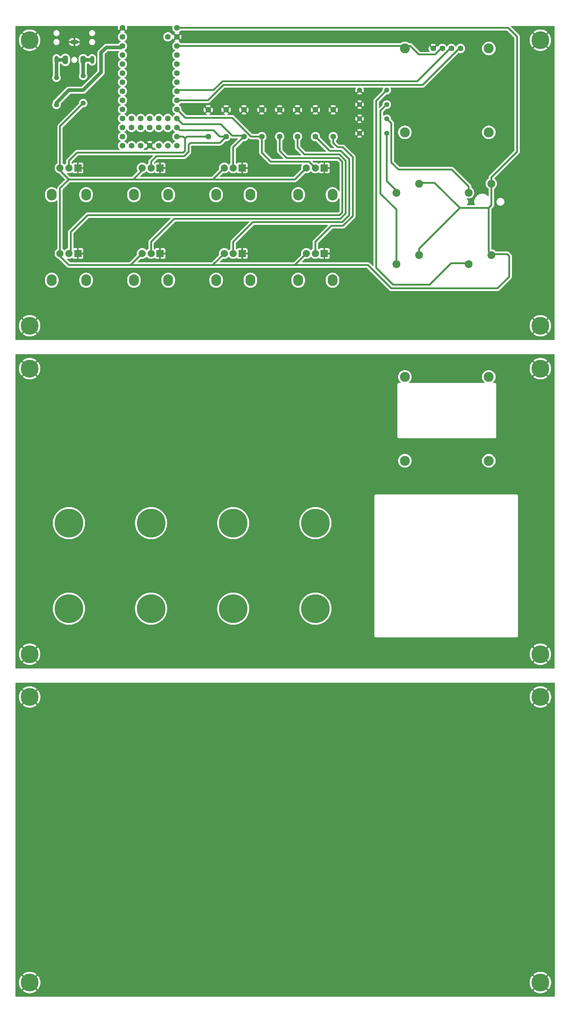
<source format=gbr>
%TF.GenerationSoftware,KiCad,Pcbnew,9.0.1*%
%TF.CreationDate,2025-08-18T16:43:34+01:00*%
%TF.ProjectId,MC8P_MIDI_CONTROLLER,4d433850-5f4d-4494-9449-5f434f4e5452,rev?*%
%TF.SameCoordinates,Original*%
%TF.FileFunction,Copper,L1,Top*%
%TF.FilePolarity,Positive*%
%FSLAX46Y46*%
G04 Gerber Fmt 4.6, Leading zero omitted, Abs format (unit mm)*
G04 Created by KiCad (PCBNEW 9.0.1) date 2025-08-18 16:43:34*
%MOMM*%
%LPD*%
G01*
G04 APERTURE LIST*
%TA.AperFunction,ComponentPad*%
%ADD10C,1.397000*%
%TD*%
%TA.AperFunction,ComponentPad*%
%ADD11C,8.000000*%
%TD*%
%TA.AperFunction,ComponentPad*%
%ADD12C,5.000000*%
%TD*%
%TA.AperFunction,ComponentPad*%
%ADD13O,2.780000X3.240000*%
%TD*%
%TA.AperFunction,ComponentPad*%
%ADD14R,2.000000X2.000000*%
%TD*%
%TA.AperFunction,ComponentPad*%
%ADD15C,2.000000*%
%TD*%
%TA.AperFunction,ComponentPad*%
%ADD16C,1.600000*%
%TD*%
%TA.AperFunction,ComponentPad*%
%ADD17C,2.200000*%
%TD*%
%TA.AperFunction,ComponentPad*%
%ADD18O,1.200000X2.200000*%
%TD*%
%TA.AperFunction,ComponentPad*%
%ADD19O,1.600000X2.300000*%
%TD*%
%TA.AperFunction,ComponentPad*%
%ADD20O,2.200000X1.200000*%
%TD*%
%TA.AperFunction,ComponentPad*%
%ADD21O,1.600000X2.500000*%
%TD*%
%TA.AperFunction,WasherPad*%
%ADD22C,2.800000*%
%TD*%
%TA.AperFunction,Conductor*%
%ADD23C,0.500000*%
%TD*%
%TA.AperFunction,Conductor*%
%ADD24C,0.200000*%
%TD*%
%TA.AperFunction,Conductor*%
%ADD25C,1.000000*%
%TD*%
G04 APERTURE END LIST*
D10*
%TO.P,R3,1*%
%TO.N,D7*%
X125980000Y-44000000D03*
%TO.P,R3,2*%
%TO.N,GND*%
X118360000Y-44000000D03*
%TD*%
D11*
%TO.P,REF\u002A\u002A,*%
%TO.N,*%
X82980000Y-161284200D03*
%TD*%
%TO.P,REF\u002A\u002A,*%
%TO.N,*%
X105982700Y-161284200D03*
%TD*%
D10*
%TO.P,R5,1*%
%TO.N,TX0*%
X33480000Y-44120000D03*
%TO.P,R5,2*%
%TO.N,Net-(J1-PadT)*%
X33480000Y-36500000D03*
%TD*%
D12*
%TO.P,,*%
%TO.N,GND*%
X169000000Y-210000000D03*
%TD*%
D13*
%TO.P,RV6,*%
%TO.N,*%
X64782700Y-93244200D03*
X55182700Y-93244200D03*
D14*
%TO.P,RV6,1,1*%
%TO.N,GND*%
X62482700Y-85744200D03*
D15*
%TO.P,RV6,2,2*%
%TO.N,A7*%
X59982700Y-85744200D03*
%TO.P,RV6,3,3*%
%TO.N,Vcc*%
X57482700Y-85744200D03*
%TD*%
D11*
%TO.P,REF\u002A\u002A,*%
%TO.N,*%
X82982700Y-185244200D03*
%TD*%
D13*
%TO.P,RV3,*%
%TO.N,*%
X87782700Y-69284200D03*
X78182700Y-69284200D03*
D14*
%TO.P,RV3,1,1*%
%TO.N,GND*%
X85482700Y-61784200D03*
D15*
%TO.P,RV3,2,2*%
%TO.N,A2*%
X82982700Y-61784200D03*
%TO.P,RV3,3,3*%
%TO.N,Vcc*%
X80482700Y-61784200D03*
%TD*%
D12*
%TO.P,REF\u002A\u002A,*%
%TO.N,GND*%
X168980000Y-106000000D03*
%TD*%
D13*
%TO.P,RV7,*%
%TO.N,*%
X87782700Y-93244200D03*
X78182700Y-93244200D03*
D14*
%TO.P,RV7,1,1*%
%TO.N,GND*%
X85482700Y-85744200D03*
D15*
%TO.P,RV7,2,2*%
%TO.N,A8*%
X82982700Y-85744200D03*
%TO.P,RV7,3,3*%
%TO.N,Vcc*%
X80482700Y-85744200D03*
%TD*%
D16*
%TO.P,C2,1*%
%TO.N,A1*%
X80980000Y-53000000D03*
%TO.P,C2,2*%
%TO.N,GND*%
X80980000Y-45500000D03*
%TD*%
D12*
%TO.P,,*%
%TO.N,GND*%
X169000000Y-290000000D03*
%TD*%
%TO.P,,*%
%TO.N,GND*%
X26000000Y-210000000D03*
%TD*%
D16*
%TO.P,C5,1*%
%TO.N,A9*%
X110980000Y-53000000D03*
%TO.P,C5,2*%
%TO.N,GND*%
X110980000Y-45500000D03*
%TD*%
D13*
%TO.P,RV8,*%
%TO.N,*%
X110782700Y-93244200D03*
X101182700Y-93244200D03*
D14*
%TO.P,RV8,1,1*%
%TO.N,GND*%
X108482700Y-85744200D03*
D15*
%TO.P,RV8,2,2*%
%TO.N,A9*%
X105982700Y-85744200D03*
%TO.P,RV8,3,3*%
%TO.N,Vcc*%
X103482700Y-85744200D03*
%TD*%
D10*
%TO.P,R2,1*%
%TO.N,D6*%
X125980000Y-48000000D03*
%TO.P,R2,2*%
%TO.N,GND*%
X118360000Y-48000000D03*
%TD*%
D13*
%TO.P,RV5,*%
%TO.N,*%
X41782700Y-93244200D03*
X32182700Y-93244200D03*
D14*
%TO.P,RV5,1,1*%
%TO.N,GND*%
X39482700Y-85744200D03*
D15*
%TO.P,RV5,2,2*%
%TO.N,A6*%
X36982700Y-85744200D03*
%TO.P,RV5,3,3*%
%TO.N,Vcc*%
X34482700Y-85744200D03*
%TD*%
D13*
%TO.P,RV1,*%
%TO.N,*%
X41782700Y-69284200D03*
X32182700Y-69284200D03*
D14*
%TO.P,RV1,1,1*%
%TO.N,GND*%
X39482700Y-61784200D03*
D15*
%TO.P,RV1,2,2*%
%TO.N,A0*%
X36982700Y-61784200D03*
%TO.P,RV1,3,3*%
%TO.N,Vcc*%
X34482700Y-61784200D03*
%TD*%
D10*
%TO.P,R6,1*%
%TO.N,Vcc*%
X40980000Y-43620000D03*
%TO.P,R6,2*%
%TO.N,Net-(J1-PadR)*%
X40980000Y-36000000D03*
%TD*%
D16*
%TO.P,C8,1*%
%TO.N,A6*%
X95980000Y-53000000D03*
%TO.P,C8,2*%
%TO.N,GND*%
X95980000Y-45500000D03*
%TD*%
%TO.P,C4,1*%
%TO.N,A3*%
X90980000Y-53000000D03*
%TO.P,C4,2*%
%TO.N,GND*%
X90980000Y-45500000D03*
%TD*%
D12*
%TO.P,,*%
%TO.N,GND*%
X168980000Y-198000000D03*
%TD*%
D16*
%TO.P,U1,1,GND*%
%TO.N,GND*%
X51980000Y-22500000D03*
%TO.P,U1,2,0_RX1_CRX2_CS1*%
%TO.N,unconnected-(U1-0_RX1_CRX2_CS1-Pad2)*%
X51980000Y-25040000D03*
%TO.P,U1,3,1_TX1_CTX2_MISO1*%
%TO.N,TX0*%
X51980000Y-27580000D03*
%TO.P,U1,4,2_OUT2*%
%TO.N,unconnected-(U1-2_OUT2-Pad4)*%
X51980000Y-30120000D03*
%TO.P,U1,5,3_LRCLK2*%
%TO.N,unconnected-(U1-3_LRCLK2-Pad5)*%
X51980000Y-32660000D03*
%TO.P,U1,6,4_BCLK2*%
%TO.N,unconnected-(U1-4_BCLK2-Pad6)*%
X51980000Y-35200000D03*
%TO.P,U1,7,5_IN2*%
%TO.N,D5*%
X51980000Y-37740000D03*
%TO.P,U1,8,6_OUT1D*%
%TO.N,D6*%
X51980000Y-40280000D03*
%TO.P,U1,9,7_RX2_OUT1A*%
%TO.N,D7*%
X51980000Y-42820000D03*
%TO.P,U1,10,8_TX2_IN1*%
%TO.N,D8*%
X51980000Y-45360000D03*
%TO.P,U1,11,9_OUT1C*%
%TO.N,unconnected-(U1-9_OUT1C-Pad11)*%
X51980000Y-47900000D03*
%TO.P,U1,12,10_CS_MQSR*%
%TO.N,unconnected-(U1-10_CS_MQSR-Pad12)*%
X51980000Y-50440000D03*
%TO.P,U1,13,11_MOSI_CTX1*%
%TO.N,unconnected-(U1-11_MOSI_CTX1-Pad13)*%
X51980000Y-52980000D03*
%TO.P,U1,14,12_MISO_MQSL*%
%TO.N,unconnected-(U1-12_MISO_MQSL-Pad14)*%
X51980000Y-55520000D03*
%TO.P,U1,15,VBAT*%
%TO.N,unconnected-(U1-VBAT-Pad15)*%
X54520000Y-55520000D03*
%TO.P,U1,16,3V3*%
%TO.N,unconnected-(U1-3V3-Pad16)*%
X57060000Y-55520000D03*
%TO.P,U1,17,GND*%
%TO.N,GND*%
X59600000Y-55520000D03*
%TO.P,U1,18,PROGRAM*%
%TO.N,unconnected-(U1-PROGRAM-Pad18)*%
X62140000Y-55520000D03*
%TO.P,U1,19,ON_OFF*%
%TO.N,unconnected-(U1-ON_OFF-Pad19)*%
X64680000Y-55520000D03*
%TO.P,U1,20,13_SCK_CRX1_LED*%
%TO.N,unconnected-(U1-13_SCK_CRX1_LED-Pad20)*%
X67220000Y-55520000D03*
%TO.P,U1,21,14_A0_TX3_SPDIF_OUT*%
%TO.N,A0*%
X67220000Y-52980000D03*
%TO.P,U1,22,15_A1_RX3_SPDIF_IN*%
%TO.N,A1*%
X67220000Y-50440000D03*
%TO.P,U1,23,16_A2_RX4_SCL1*%
%TO.N,A2*%
X67220000Y-47900000D03*
%TO.P,U1,24,17_A3_TX4_SDA1*%
%TO.N,A3*%
X67220000Y-45360000D03*
%TO.P,U1,25,18_A4_SDA0*%
%TO.N,SDA0*%
X67220000Y-42820000D03*
%TO.P,U1,26,19_A5_SCL0*%
%TO.N,SCL0*%
X67220000Y-40280000D03*
%TO.P,U1,27,20_A6_TX5_LRCLK1*%
%TO.N,A6*%
X67220000Y-37740000D03*
%TO.P,U1,28,21_A7_RX5_BCLK1*%
%TO.N,A7*%
X67220000Y-35200000D03*
%TO.P,U1,29,22_A8_CTX1*%
%TO.N,A8*%
X67220000Y-32660000D03*
%TO.P,U1,30,23_A9_CRX1_MCLK1*%
%TO.N,A9*%
X67220000Y-30120000D03*
%TO.P,U1,31,3V3*%
%TO.N,3V3*%
X67220000Y-27580000D03*
%TO.P,U1,32,GND*%
%TO.N,GND*%
X67220000Y-25040000D03*
%TO.P,U1,33,VIN*%
%TO.N,Vcc*%
X67220000Y-22500000D03*
%TO.P,U1,34,VUSB*%
%TO.N,unconnected-(U1-VUSB-Pad34)*%
X64680000Y-25040000D03*
%TO.P,U1,35,24_A10_TX6_SCL2*%
%TO.N,unconnected-(U1-24_A10_TX6_SCL2-Pad35)*%
X64680000Y-50440000D03*
%TO.P,U1,36,25_A11_RX6_SDA2*%
%TO.N,unconnected-(U1-25_A11_RX6_SDA2-Pad36)*%
X64680000Y-47900000D03*
%TO.P,U1,37,26_A12_MOSI1*%
%TO.N,unconnected-(U1-26_A12_MOSI1-Pad37)*%
X62140000Y-50440000D03*
%TO.P,U1,38,27_A13_SCK1*%
%TO.N,unconnected-(U1-27_A13_SCK1-Pad38)*%
X62140000Y-47900000D03*
%TO.P,U1,39,28_RX7*%
%TO.N,unconnected-(U1-28_RX7-Pad39)*%
X59600000Y-50440000D03*
%TO.P,U1,40,29_TX7*%
%TO.N,unconnected-(U1-29_TX7-Pad40)*%
X59600000Y-47900000D03*
%TO.P,U1,41,30_CRX3*%
%TO.N,unconnected-(U1-30_CRX3-Pad41)*%
X57060000Y-50440000D03*
%TO.P,U1,42,31_CTX3*%
%TO.N,unconnected-(U1-31_CTX3-Pad42)*%
X57060000Y-47900000D03*
%TO.P,U1,43,32_OUT1B*%
%TO.N,unconnected-(U1-32_OUT1B-Pad43)*%
X54520000Y-50440000D03*
%TO.P,U1,44,33_MCLK2*%
%TO.N,unconnected-(U1-33_MCLK2-Pad44)*%
X54520000Y-47900000D03*
%TD*%
D12*
%TO.P,REF\u002A\u002A,*%
%TO.N,GND*%
X168980000Y-26000000D03*
%TD*%
D11*
%TO.P,REF\u002A\u002A,*%
%TO.N,*%
X59982700Y-185244200D03*
%TD*%
D17*
%TO.P,SW4,1,A*%
%TO.N,Vcc*%
X155250000Y-86170000D03*
%TO.P,SW4,2,B*%
%TO.N,D8*%
X148900000Y-88710000D03*
%TD*%
D12*
%TO.P,,*%
%TO.N,GND*%
X26000000Y-290000000D03*
%TD*%
D16*
%TO.P,C6,1*%
%TO.N,A8*%
X105980000Y-53000000D03*
%TO.P,C6,2*%
%TO.N,GND*%
X105980000Y-45500000D03*
%TD*%
D12*
%TO.P,,*%
%TO.N,GND*%
X25980000Y-198000000D03*
%TD*%
D18*
%TO.P,J1,R*%
%TO.N,Net-(J1-PadR)*%
X43480000Y-31500000D03*
D19*
%TO.P,J1,RN*%
%TO.N,N/C*%
X40980000Y-31500000D03*
D20*
%TO.P,J1,S*%
%TO.N,GND*%
X38480000Y-26500000D03*
D18*
%TO.P,J1,T*%
%TO.N,Net-(J1-PadT)*%
X33480000Y-31500000D03*
D21*
%TO.P,J1,TN*%
%TO.N,N/C*%
X35980000Y-31500000D03*
%TD*%
D16*
%TO.P,C3,1*%
%TO.N,A2*%
X85980000Y-53000000D03*
%TO.P,C3,2*%
%TO.N,GND*%
X85980000Y-45500000D03*
%TD*%
D11*
%TO.P,REF\u002A\u002A,*%
%TO.N,*%
X59980000Y-161284200D03*
%TD*%
D12*
%TO.P,,*%
%TO.N,GND*%
X25980000Y-106000000D03*
%TD*%
D17*
%TO.P,SW3,1,A*%
%TO.N,Vcc*%
X135020000Y-86170000D03*
%TO.P,SW3,2,B*%
%TO.N,D7*%
X128670000Y-88710000D03*
%TD*%
D12*
%TO.P,,*%
%TO.N,GND*%
X168980000Y-118000000D03*
%TD*%
D17*
%TO.P,SW2,1,A*%
%TO.N,Vcc*%
X155250000Y-66170000D03*
%TO.P,SW2,2,B*%
%TO.N,D6*%
X148900000Y-68710000D03*
%TD*%
D11*
%TO.P,REF\u002A\u002A,*%
%TO.N,*%
X36982700Y-185244200D03*
%TD*%
D13*
%TO.P,RV2,*%
%TO.N,*%
X64782700Y-69284200D03*
X55182700Y-69284200D03*
D14*
%TO.P,RV2,1,1*%
%TO.N,GND*%
X62482700Y-61784200D03*
D15*
%TO.P,RV2,2,2*%
%TO.N,A1*%
X59982700Y-61784200D03*
%TO.P,RV2,3,3*%
%TO.N,Vcc*%
X57482700Y-61784200D03*
%TD*%
D11*
%TO.P,REF\u002A\u002A,*%
%TO.N,*%
X36982700Y-161284200D03*
%TD*%
%TO.P,REF\u002A\u002A,*%
%TO.N,*%
X105982700Y-185244200D03*
%TD*%
D10*
%TO.P,R1,1*%
%TO.N,D5*%
X125980000Y-52100000D03*
%TO.P,R1,2*%
%TO.N,GND*%
X118360000Y-52100000D03*
%TD*%
D16*
%TO.P,C7,1*%
%TO.N,A7*%
X100980000Y-53000000D03*
%TO.P,C7,2*%
%TO.N,GND*%
X100980000Y-45500000D03*
%TD*%
D10*
%TO.P,R4,1*%
%TO.N,D8*%
X125980000Y-40000000D03*
%TO.P,R4,2*%
%TO.N,GND*%
X118360000Y-40000000D03*
%TD*%
D13*
%TO.P,RV4,*%
%TO.N,*%
X110782700Y-69284200D03*
X101182700Y-69284200D03*
D14*
%TO.P,RV4,1,1*%
%TO.N,GND*%
X108482700Y-61784200D03*
D15*
%TO.P,RV4,2,2*%
%TO.N,A3*%
X105982700Y-61784200D03*
%TO.P,RV4,3,3*%
%TO.N,Vcc*%
X103482700Y-61784200D03*
%TD*%
D12*
%TO.P,,*%
%TO.N,GND*%
X25980000Y-118000000D03*
%TD*%
D16*
%TO.P,C1,1*%
%TO.N,A0*%
X75980000Y-53000000D03*
%TO.P,C1,2*%
%TO.N,GND*%
X75980000Y-45500000D03*
%TD*%
D12*
%TO.P,REF\u002A\u002A,*%
%TO.N,GND*%
X25980000Y-26000000D03*
%TD*%
D17*
%TO.P,SW1,1,A*%
%TO.N,Vcc*%
X135020000Y-66170000D03*
%TO.P,SW1,2,B*%
%TO.N,D5*%
X128670000Y-68710000D03*
%TD*%
D22*
%TO.P,SSD1306,*%
%TO.N,*%
X154540000Y-51805000D03*
X154540000Y-28305000D03*
X131040000Y-51805000D03*
X131040000Y-28305000D03*
D16*
%TO.P,SSD1306,1,SDA*%
%TO.N,SDA0*%
X146600000Y-28305000D03*
%TO.P,SSD1306,2,SCL*%
%TO.N,SCL0*%
X144060000Y-28305000D03*
%TO.P,SSD1306,3,VCC*%
%TO.N,3V3*%
X141520000Y-28305000D03*
%TO.P,SSD1306,4,GND*%
%TO.N,GND*%
X138980000Y-28305000D03*
%TD*%
D22*
%TO.P,SSD1306,*%
%TO.N,*%
X154540000Y-143805000D03*
X154540000Y-120305000D03*
X131040000Y-143805000D03*
X131040000Y-120305000D03*
%TD*%
D23*
%TO.N,A0*%
X69480000Y-57000000D02*
X69480000Y-53500000D01*
X36982700Y-61784200D02*
X36982700Y-59747300D01*
X68980000Y-57500000D02*
X69480000Y-57000000D01*
X75980000Y-53000000D02*
X69980000Y-53000000D01*
X39230000Y-57500000D02*
X68980000Y-57500000D01*
X68960000Y-52980000D02*
X67220000Y-52980000D01*
X36982700Y-59747300D02*
X39230000Y-57500000D01*
X69980000Y-53000000D02*
X69480000Y-53500000D01*
X69480000Y-53500000D02*
X68960000Y-52980000D01*
%TO.N,A1*%
X77480000Y-51250000D02*
X68030000Y-51250000D01*
X80980000Y-53000000D02*
X79230000Y-53000000D01*
X70980000Y-54750000D02*
X79230000Y-54750000D01*
X59982700Y-61784200D02*
X59982700Y-59997300D01*
X79230000Y-54750000D02*
X80980000Y-53000000D01*
X79230000Y-53000000D02*
X77480000Y-51250000D01*
X59982700Y-59997300D02*
X61480000Y-58500000D01*
X70480000Y-55250000D02*
X70980000Y-54750000D01*
X70480000Y-57250000D02*
X70480000Y-55250000D01*
X69230000Y-58500000D02*
X70480000Y-57250000D01*
X61480000Y-58500000D02*
X69230000Y-58500000D01*
X68030000Y-51250000D02*
X67220000Y-50440000D01*
%TO.N,A2*%
X85980000Y-53000000D02*
X85730000Y-52750000D01*
X82982700Y-61784200D02*
X82982700Y-55997300D01*
X82730000Y-52750000D02*
X79480000Y-49500000D01*
X82982700Y-55997300D02*
X85980000Y-53000000D01*
X85730000Y-52750000D02*
X82730000Y-52750000D01*
X68820000Y-49500000D02*
X67220000Y-47900000D01*
X79480000Y-49500000D02*
X68820000Y-49500000D01*
%TO.N,A3*%
X90980000Y-57500000D02*
X90980000Y-53000000D01*
X82730000Y-47750000D02*
X69610000Y-47750000D01*
X93480000Y-60000000D02*
X90980000Y-57500000D01*
X69610000Y-47750000D02*
X67220000Y-45360000D01*
X90980000Y-53000000D02*
X87980000Y-53000000D01*
X104198500Y-60000000D02*
X93480000Y-60000000D01*
X87980000Y-53000000D02*
X82730000Y-47750000D01*
X105982700Y-61784200D02*
X104198500Y-60000000D01*
%TO.N,A9*%
X105982700Y-85744200D02*
X105982700Y-82502700D01*
X105980000Y-82500000D02*
X110480000Y-78000000D01*
X116480000Y-58750000D02*
X113730000Y-56000000D01*
X112230000Y-56000000D02*
X110980000Y-54750000D01*
X105982700Y-82502700D02*
X105980000Y-82500000D01*
X110480000Y-78000000D02*
X113730000Y-78000000D01*
X116480000Y-75250000D02*
X116480000Y-58750000D01*
X113730000Y-56000000D02*
X112230000Y-56000000D01*
X113730000Y-78000000D02*
X116480000Y-75250000D01*
X110980000Y-54750000D02*
X110980000Y-53000000D01*
%TO.N,A8*%
X109980000Y-57000000D02*
X105980000Y-53000000D01*
X82982700Y-85744200D02*
X82982700Y-82502700D01*
X82982700Y-82502700D02*
X82980000Y-82500000D01*
X113105000Y-57000000D02*
X109980000Y-57000000D01*
X88480000Y-77000000D02*
X113480000Y-77000000D01*
X115480000Y-75000000D02*
X115480000Y-59375000D01*
X113480000Y-77000000D02*
X115480000Y-75000000D01*
X82980000Y-82500000D02*
X88480000Y-77000000D01*
X115480000Y-59375000D02*
X113105000Y-57000000D01*
%TO.N,A7*%
X114480000Y-74500000D02*
X112980000Y-76000000D01*
X112730000Y-58000000D02*
X114480000Y-59750000D01*
X112980000Y-76000000D02*
X66480000Y-76000000D01*
X59980000Y-82500000D02*
X59980000Y-85741500D01*
X100980000Y-53000000D02*
X100980000Y-56000000D01*
X100980000Y-56000000D02*
X102980000Y-58000000D01*
X114480000Y-59750000D02*
X114480000Y-74500000D01*
X66480000Y-76000000D02*
X59980000Y-82500000D01*
X59980000Y-85741500D02*
X59982700Y-85744200D01*
X102980000Y-58000000D02*
X112730000Y-58000000D01*
%TO.N,A6*%
X37480000Y-79750000D02*
X37480000Y-85246900D01*
X113480000Y-74250000D02*
X112730000Y-75000000D01*
X42230000Y-75000000D02*
X37480000Y-79750000D01*
X95980000Y-57000000D02*
X97980000Y-59000000D01*
X112480000Y-59000000D02*
X113480000Y-60000000D01*
X112730000Y-75000000D02*
X42230000Y-75000000D01*
X113480000Y-60000000D02*
X113480000Y-74250000D01*
X37480000Y-85246900D02*
X36982700Y-85744200D01*
X95980000Y-53000000D02*
X95980000Y-57000000D01*
X97980000Y-59000000D02*
X112480000Y-59000000D01*
%TO.N,D5*%
X125980000Y-52100000D02*
X125980000Y-65480000D01*
X125980000Y-65480000D02*
X128670000Y-68170000D01*
X128670000Y-68170000D02*
X128670000Y-68460000D01*
%TO.N,D6*%
X144190000Y-62250000D02*
X148900000Y-66960000D01*
X127230000Y-60250000D02*
X129230000Y-62250000D01*
X129230000Y-62250000D02*
X144190000Y-62250000D01*
X127230000Y-49250000D02*
X127230000Y-60250000D01*
X148900000Y-66960000D02*
X148900000Y-68460000D01*
X125980000Y-48000000D02*
X127230000Y-49250000D01*
%TO.N,D7*%
X124230000Y-69000000D02*
X128670000Y-73440000D01*
X125980000Y-44000000D02*
X124230000Y-45750000D01*
X124230000Y-45750000D02*
X124230000Y-69000000D01*
X128670000Y-73440000D02*
X128670000Y-88460000D01*
%TO.N,D8*%
X143980000Y-88500000D02*
X148860000Y-88500000D01*
X122980000Y-43000000D02*
X122980000Y-89750000D01*
X127730000Y-94500000D02*
X137980000Y-94500000D01*
X122980000Y-89750000D02*
X127730000Y-94500000D01*
X137980000Y-94500000D02*
X143980000Y-88500000D01*
X148860000Y-88500000D02*
X148900000Y-88460000D01*
X125980000Y-40000000D02*
X122980000Y-43000000D01*
%TO.N,Vcc*%
X154480000Y-73000000D02*
X155250000Y-72230000D01*
X80482700Y-61784200D02*
X77266900Y-65000000D01*
X99980000Y-89000000D02*
X100226900Y-89000000D01*
X34482700Y-62502700D02*
X36980000Y-65000000D01*
D24*
X34482700Y-85744200D02*
X34482700Y-86502700D01*
D23*
X80482700Y-85744200D02*
X77226900Y-89000000D01*
X57482700Y-85744200D02*
X54226900Y-89000000D01*
X100266900Y-65000000D02*
X103482700Y-61784200D01*
D24*
X34482700Y-61784200D02*
X34482700Y-62502700D01*
X57482700Y-61784200D02*
X57482700Y-62497300D01*
D23*
X156980000Y-95500000D02*
X127230000Y-95500000D01*
X57482700Y-62497300D02*
X54980000Y-65000000D01*
D24*
X77226900Y-89000000D02*
X76980000Y-89000000D01*
X54226900Y-89000000D02*
X53980000Y-89000000D01*
D23*
X135020000Y-65920000D02*
X139360000Y-65920000D01*
X34482700Y-67497300D02*
X34482700Y-85744200D01*
X155250000Y-85920000D02*
X159650000Y-85920000D01*
X154230000Y-73000000D02*
X154480000Y-73250000D01*
X67220000Y-22500000D02*
X159980000Y-22500000D01*
X135020000Y-84420000D02*
X146440000Y-73000000D01*
X139360000Y-65920000D02*
X146440000Y-73000000D01*
X146440000Y-73000000D02*
X154480000Y-73000000D01*
X155250000Y-72230000D02*
X155250000Y-64420000D01*
X34482700Y-86502700D02*
X36980000Y-89000000D01*
X36980000Y-89000000D02*
X53980000Y-89000000D01*
X100226900Y-89000000D02*
X103482700Y-85744200D01*
X76980000Y-65000000D02*
X100266900Y-65000000D01*
X162480000Y-57190000D02*
X155250000Y-64420000D01*
X36980000Y-65000000D02*
X54980000Y-65000000D01*
X34482700Y-50117300D02*
X40980000Y-43620000D01*
X160230000Y-92250000D02*
X156980000Y-95500000D01*
X160230000Y-86500000D02*
X160230000Y-92250000D01*
X34482700Y-61784200D02*
X34482700Y-50117300D01*
X154480000Y-73000000D02*
X154480000Y-73250000D01*
X159650000Y-85920000D02*
X160230000Y-86500000D01*
X154480000Y-73250000D02*
X154480000Y-85150000D01*
X146440000Y-73000000D02*
X154230000Y-73000000D01*
X53980000Y-89000000D02*
X76980000Y-89000000D01*
X135020000Y-85920000D02*
X135020000Y-84420000D01*
X154480000Y-85150000D02*
X155250000Y-85920000D01*
X36980000Y-65000000D02*
X34482700Y-67497300D01*
X76980000Y-89000000D02*
X99980000Y-89000000D01*
X162480000Y-25000000D02*
X162480000Y-57190000D01*
X127230000Y-95500000D02*
X120730000Y-89000000D01*
X159980000Y-22500000D02*
X162480000Y-25000000D01*
X120730000Y-89000000D02*
X99980000Y-89000000D01*
D24*
X77266900Y-65000000D02*
X76980000Y-65000000D01*
D23*
X54980000Y-65000000D02*
X76980000Y-65000000D01*
%TO.N,3V3*%
X134980000Y-30000000D02*
X139480000Y-30000000D01*
X67220000Y-27580000D02*
X132560000Y-27580000D01*
X132560000Y-27580000D02*
X134980000Y-30000000D01*
X139480000Y-30000000D02*
X141480000Y-28000000D01*
%TO.N,SCL0*%
X79980000Y-37500000D02*
X77480000Y-40000000D01*
X134520000Y-37500000D02*
X79980000Y-37500000D01*
X144020000Y-28000000D02*
X134520000Y-37500000D01*
X67500000Y-40000000D02*
X67220000Y-40280000D01*
X77480000Y-40000000D02*
X67500000Y-40000000D01*
%TO.N,SDA0*%
X75910000Y-42820000D02*
X80230000Y-38500000D01*
X136060000Y-38500000D02*
X146560000Y-28000000D01*
X80230000Y-38500000D02*
X136060000Y-38500000D01*
X67220000Y-42820000D02*
X75910000Y-42820000D01*
D25*
%TO.N,Net-(J1-PadT)*%
X33480000Y-36500000D02*
X33480000Y-31500000D01*
X35980000Y-31500000D02*
X33480000Y-31500000D01*
%TO.N,Net-(J1-PadR)*%
X40980000Y-31500000D02*
X43480000Y-31500000D01*
X40980000Y-36000000D02*
X40980000Y-31500000D01*
%TO.N,TX0*%
X33480000Y-44120000D02*
X33480000Y-43500000D01*
X33480000Y-43500000D02*
X36980000Y-40000000D01*
X40980000Y-40000000D02*
X45980000Y-35000000D01*
X45980000Y-29500000D02*
X47480000Y-28000000D01*
X51560000Y-28000000D02*
X51980000Y-27580000D01*
X47480000Y-28000000D02*
X51560000Y-28000000D01*
X45980000Y-35000000D02*
X45980000Y-29500000D01*
X36980000Y-40000000D02*
X40980000Y-40000000D01*
%TD*%
%TA.AperFunction,Conductor*%
%TO.N,GND*%
G36*
X172923039Y-114019685D02*
G01*
X172968794Y-114072489D01*
X172980000Y-114124000D01*
X172980000Y-201876000D01*
X172960315Y-201943039D01*
X172907511Y-201988794D01*
X172856000Y-202000000D01*
X22104000Y-202000000D01*
X22036961Y-201980315D01*
X21991206Y-201927511D01*
X21980000Y-201876000D01*
X21980000Y-197831519D01*
X22980000Y-197831519D01*
X22980000Y-198168480D01*
X23017725Y-198503297D01*
X23017727Y-198503313D01*
X23092705Y-198831814D01*
X23092709Y-198831826D01*
X23203995Y-199149862D01*
X23350191Y-199453440D01*
X23529461Y-199738747D01*
X23688397Y-199938048D01*
X24685747Y-198940697D01*
X24759588Y-199042330D01*
X24937670Y-199220412D01*
X25039300Y-199294251D01*
X24041950Y-200291601D01*
X24241252Y-200450538D01*
X24526559Y-200629808D01*
X24830137Y-200776004D01*
X25148173Y-200887290D01*
X25148185Y-200887294D01*
X25476686Y-200962272D01*
X25476702Y-200962274D01*
X25811519Y-200999999D01*
X25811521Y-201000000D01*
X26148479Y-201000000D01*
X26148480Y-200999999D01*
X26483297Y-200962274D01*
X26483313Y-200962272D01*
X26811814Y-200887294D01*
X26811826Y-200887290D01*
X27129862Y-200776004D01*
X27433440Y-200629808D01*
X27718747Y-200450538D01*
X27918048Y-200291600D01*
X26920698Y-199294251D01*
X27022330Y-199220412D01*
X27200412Y-199042330D01*
X27274251Y-198940698D01*
X28271600Y-199938048D01*
X28430538Y-199738747D01*
X28609808Y-199453440D01*
X28756004Y-199149862D01*
X28867290Y-198831826D01*
X28867294Y-198831814D01*
X28942272Y-198503313D01*
X28942274Y-198503297D01*
X28979999Y-198168480D01*
X28980000Y-198168478D01*
X28980000Y-197831521D01*
X28979999Y-197831519D01*
X165980000Y-197831519D01*
X165980000Y-198168480D01*
X166017725Y-198503297D01*
X166017727Y-198503313D01*
X166092705Y-198831814D01*
X166092709Y-198831826D01*
X166203995Y-199149862D01*
X166350191Y-199453440D01*
X166529461Y-199738747D01*
X166688397Y-199938048D01*
X167685747Y-198940697D01*
X167759588Y-199042330D01*
X167937670Y-199220412D01*
X168039300Y-199294251D01*
X167041950Y-200291601D01*
X167241252Y-200450538D01*
X167526559Y-200629808D01*
X167830137Y-200776004D01*
X168148173Y-200887290D01*
X168148185Y-200887294D01*
X168476686Y-200962272D01*
X168476702Y-200962274D01*
X168811519Y-200999999D01*
X168811521Y-201000000D01*
X169148479Y-201000000D01*
X169148480Y-200999999D01*
X169483297Y-200962274D01*
X169483313Y-200962272D01*
X169811814Y-200887294D01*
X169811826Y-200887290D01*
X170129862Y-200776004D01*
X170433440Y-200629808D01*
X170718747Y-200450538D01*
X170918048Y-200291600D01*
X169920698Y-199294251D01*
X170022330Y-199220412D01*
X170200412Y-199042330D01*
X170274251Y-198940699D01*
X171271600Y-199938048D01*
X171430538Y-199738747D01*
X171609808Y-199453440D01*
X171756004Y-199149862D01*
X171867290Y-198831826D01*
X171867294Y-198831814D01*
X171942272Y-198503313D01*
X171942274Y-198503297D01*
X171979999Y-198168480D01*
X171980000Y-198168478D01*
X171980000Y-197831521D01*
X171979999Y-197831519D01*
X171942274Y-197496702D01*
X171942272Y-197496686D01*
X171867294Y-197168185D01*
X171867290Y-197168173D01*
X171756004Y-196850137D01*
X171609808Y-196546559D01*
X171430538Y-196261252D01*
X171271601Y-196061950D01*
X170274250Y-197059300D01*
X170200412Y-196957670D01*
X170022330Y-196779588D01*
X169920697Y-196705747D01*
X170918048Y-195708397D01*
X170718747Y-195549461D01*
X170433440Y-195370191D01*
X170129862Y-195223995D01*
X169811826Y-195112709D01*
X169811814Y-195112705D01*
X169483313Y-195037727D01*
X169483297Y-195037725D01*
X169148480Y-195000000D01*
X168811519Y-195000000D01*
X168476702Y-195037725D01*
X168476686Y-195037727D01*
X168148185Y-195112705D01*
X168148173Y-195112709D01*
X167830137Y-195223995D01*
X167526559Y-195370191D01*
X167241252Y-195549461D01*
X167041950Y-195708397D01*
X168039301Y-196705748D01*
X167937670Y-196779588D01*
X167759588Y-196957670D01*
X167685748Y-197059301D01*
X166688397Y-196061950D01*
X166529461Y-196261252D01*
X166350191Y-196546559D01*
X166203995Y-196850137D01*
X166092709Y-197168173D01*
X166092705Y-197168185D01*
X166017727Y-197496686D01*
X166017725Y-197496702D01*
X165980000Y-197831519D01*
X28979999Y-197831519D01*
X28942274Y-197496702D01*
X28942272Y-197496686D01*
X28867294Y-197168185D01*
X28867290Y-197168173D01*
X28756004Y-196850137D01*
X28609808Y-196546559D01*
X28430538Y-196261252D01*
X28271601Y-196061950D01*
X27274250Y-197059300D01*
X27200412Y-196957670D01*
X27022330Y-196779588D01*
X26920697Y-196705747D01*
X27918048Y-195708397D01*
X27718747Y-195549461D01*
X27433440Y-195370191D01*
X27129862Y-195223995D01*
X26811826Y-195112709D01*
X26811814Y-195112705D01*
X26483313Y-195037727D01*
X26483297Y-195037725D01*
X26148480Y-195000000D01*
X25811519Y-195000000D01*
X25476702Y-195037725D01*
X25476686Y-195037727D01*
X25148185Y-195112705D01*
X25148173Y-195112709D01*
X24830137Y-195223995D01*
X24526559Y-195370191D01*
X24241252Y-195549461D01*
X24041950Y-195708397D01*
X25039301Y-196705748D01*
X24937670Y-196779588D01*
X24759588Y-196957670D01*
X24685748Y-197059301D01*
X23688397Y-196061950D01*
X23529461Y-196261252D01*
X23350191Y-196546559D01*
X23203995Y-196850137D01*
X23092709Y-197168173D01*
X23092705Y-197168185D01*
X23017727Y-197496686D01*
X23017725Y-197496702D01*
X22980000Y-197831519D01*
X21980000Y-197831519D01*
X21980000Y-185047699D01*
X32482200Y-185047699D01*
X32482200Y-185440700D01*
X32516451Y-185832195D01*
X32516451Y-185832199D01*
X32584691Y-186219205D01*
X32584693Y-186219215D01*
X32686407Y-186598816D01*
X32686408Y-186598818D01*
X32686408Y-186598819D01*
X32820824Y-186968121D01*
X32986895Y-187324262D01*
X32986907Y-187324286D01*
X33183395Y-187664612D01*
X33183404Y-187664627D01*
X33408815Y-187986547D01*
X33601493Y-188216171D01*
X33661422Y-188287591D01*
X33939309Y-188565478D01*
X34046438Y-188655370D01*
X34240352Y-188818084D01*
X34240358Y-188818088D01*
X34240359Y-188818089D01*
X34562279Y-189043500D01*
X34902620Y-189239996D01*
X34902634Y-189240002D01*
X34902637Y-189240004D01*
X35258778Y-189406075D01*
X35258783Y-189406076D01*
X35258792Y-189406081D01*
X35628084Y-189540493D01*
X36007685Y-189642207D01*
X36394707Y-189710449D01*
X36786202Y-189744699D01*
X36786203Y-189744700D01*
X36786204Y-189744700D01*
X37179197Y-189744700D01*
X37179197Y-189744699D01*
X37570693Y-189710449D01*
X37957715Y-189642207D01*
X38337316Y-189540493D01*
X38706608Y-189406081D01*
X39062780Y-189239996D01*
X39403121Y-189043500D01*
X39725041Y-188818089D01*
X40026091Y-188565478D01*
X40303978Y-188287591D01*
X40556589Y-187986541D01*
X40782000Y-187664621D01*
X40978496Y-187324280D01*
X41144581Y-186968108D01*
X41278993Y-186598816D01*
X41380707Y-186219215D01*
X41448949Y-185832193D01*
X41483200Y-185440696D01*
X41483200Y-185047704D01*
X41483200Y-185047699D01*
X55482200Y-185047699D01*
X55482200Y-185440700D01*
X55516451Y-185832195D01*
X55516451Y-185832199D01*
X55584691Y-186219205D01*
X55584693Y-186219215D01*
X55686407Y-186598816D01*
X55686408Y-186598818D01*
X55686408Y-186598819D01*
X55820824Y-186968121D01*
X55986895Y-187324262D01*
X55986907Y-187324286D01*
X56183395Y-187664612D01*
X56183404Y-187664627D01*
X56408815Y-187986547D01*
X56601493Y-188216171D01*
X56661422Y-188287591D01*
X56939309Y-188565478D01*
X57046438Y-188655370D01*
X57240352Y-188818084D01*
X57240358Y-188818088D01*
X57240359Y-188818089D01*
X57562279Y-189043500D01*
X57902620Y-189239996D01*
X57902634Y-189240002D01*
X57902637Y-189240004D01*
X58258778Y-189406075D01*
X58258783Y-189406076D01*
X58258792Y-189406081D01*
X58628084Y-189540493D01*
X59007685Y-189642207D01*
X59394707Y-189710449D01*
X59786202Y-189744699D01*
X59786203Y-189744700D01*
X59786204Y-189744700D01*
X60179197Y-189744700D01*
X60179197Y-189744699D01*
X60570693Y-189710449D01*
X60957715Y-189642207D01*
X61337316Y-189540493D01*
X61706608Y-189406081D01*
X62062780Y-189239996D01*
X62403121Y-189043500D01*
X62725041Y-188818089D01*
X63026091Y-188565478D01*
X63303978Y-188287591D01*
X63556589Y-187986541D01*
X63782000Y-187664621D01*
X63978496Y-187324280D01*
X64144581Y-186968108D01*
X64278993Y-186598816D01*
X64380707Y-186219215D01*
X64448949Y-185832193D01*
X64483200Y-185440696D01*
X64483200Y-185047704D01*
X64483200Y-185047699D01*
X78482200Y-185047699D01*
X78482200Y-185440700D01*
X78516451Y-185832195D01*
X78516451Y-185832199D01*
X78584691Y-186219205D01*
X78584693Y-186219215D01*
X78686407Y-186598816D01*
X78686408Y-186598818D01*
X78686408Y-186598819D01*
X78820824Y-186968121D01*
X78986895Y-187324262D01*
X78986907Y-187324286D01*
X79183395Y-187664612D01*
X79183404Y-187664627D01*
X79408815Y-187986547D01*
X79601493Y-188216171D01*
X79661422Y-188287591D01*
X79939309Y-188565478D01*
X80046438Y-188655370D01*
X80240352Y-188818084D01*
X80240358Y-188818088D01*
X80240359Y-188818089D01*
X80562279Y-189043500D01*
X80902620Y-189239996D01*
X80902634Y-189240002D01*
X80902637Y-189240004D01*
X81258778Y-189406075D01*
X81258783Y-189406076D01*
X81258792Y-189406081D01*
X81628084Y-189540493D01*
X82007685Y-189642207D01*
X82394707Y-189710449D01*
X82786202Y-189744699D01*
X82786203Y-189744700D01*
X82786204Y-189744700D01*
X83179197Y-189744700D01*
X83179197Y-189744699D01*
X83570693Y-189710449D01*
X83957715Y-189642207D01*
X84337316Y-189540493D01*
X84706608Y-189406081D01*
X85062780Y-189239996D01*
X85403121Y-189043500D01*
X85725041Y-188818089D01*
X86026091Y-188565478D01*
X86303978Y-188287591D01*
X86556589Y-187986541D01*
X86782000Y-187664621D01*
X86978496Y-187324280D01*
X87144581Y-186968108D01*
X87278993Y-186598816D01*
X87380707Y-186219215D01*
X87448949Y-185832193D01*
X87483200Y-185440696D01*
X87483200Y-185047704D01*
X87483200Y-185047699D01*
X101482200Y-185047699D01*
X101482200Y-185440700D01*
X101516451Y-185832195D01*
X101516451Y-185832199D01*
X101584691Y-186219205D01*
X101584693Y-186219215D01*
X101686407Y-186598816D01*
X101686408Y-186598818D01*
X101686408Y-186598819D01*
X101820824Y-186968121D01*
X101986895Y-187324262D01*
X101986907Y-187324286D01*
X102183395Y-187664612D01*
X102183404Y-187664627D01*
X102408815Y-187986547D01*
X102601493Y-188216171D01*
X102661422Y-188287591D01*
X102939309Y-188565478D01*
X103046438Y-188655370D01*
X103240352Y-188818084D01*
X103240358Y-188818088D01*
X103240359Y-188818089D01*
X103562279Y-189043500D01*
X103902620Y-189239996D01*
X103902634Y-189240002D01*
X103902637Y-189240004D01*
X104258778Y-189406075D01*
X104258783Y-189406076D01*
X104258792Y-189406081D01*
X104628084Y-189540493D01*
X105007685Y-189642207D01*
X105394707Y-189710449D01*
X105786202Y-189744699D01*
X105786203Y-189744700D01*
X105786204Y-189744700D01*
X106179197Y-189744700D01*
X106179197Y-189744699D01*
X106570693Y-189710449D01*
X106957715Y-189642207D01*
X107337316Y-189540493D01*
X107706608Y-189406081D01*
X108062780Y-189239996D01*
X108403121Y-189043500D01*
X108725041Y-188818089D01*
X109026091Y-188565478D01*
X109303978Y-188287591D01*
X109556589Y-187986541D01*
X109782000Y-187664621D01*
X109978496Y-187324280D01*
X110144581Y-186968108D01*
X110278993Y-186598816D01*
X110380707Y-186219215D01*
X110448949Y-185832193D01*
X110483200Y-185440696D01*
X110483200Y-185047704D01*
X110448949Y-184656207D01*
X110380707Y-184269185D01*
X110278993Y-183889584D01*
X110144581Y-183520292D01*
X110144576Y-183520283D01*
X110144575Y-183520278D01*
X109978504Y-183164137D01*
X109978492Y-183164113D01*
X109966155Y-183142746D01*
X109782000Y-182823779D01*
X109556589Y-182501859D01*
X109556588Y-182501858D01*
X109556584Y-182501852D01*
X109303975Y-182200806D01*
X109026093Y-181922924D01*
X108725047Y-181670315D01*
X108403127Y-181444904D01*
X108403124Y-181444902D01*
X108403121Y-181444900D01*
X108302005Y-181386520D01*
X108062786Y-181248407D01*
X108062762Y-181248395D01*
X107706621Y-181082324D01*
X107706610Y-181082320D01*
X107706608Y-181082319D01*
X107337316Y-180947907D01*
X107096660Y-180883423D01*
X106957716Y-180846193D01*
X106957705Y-180846191D01*
X106570697Y-180777951D01*
X106179200Y-180743700D01*
X106179196Y-180743700D01*
X105786204Y-180743700D01*
X105786199Y-180743700D01*
X105394704Y-180777951D01*
X105394700Y-180777951D01*
X105007694Y-180846191D01*
X105007683Y-180846193D01*
X104804255Y-180900702D01*
X104628084Y-180947907D01*
X104628081Y-180947908D01*
X104628080Y-180947908D01*
X104258778Y-181082324D01*
X103902637Y-181248395D01*
X103902613Y-181248407D01*
X103562287Y-181444895D01*
X103562272Y-181444904D01*
X103240352Y-181670315D01*
X102939306Y-181922924D01*
X102661424Y-182200806D01*
X102408815Y-182501852D01*
X102183404Y-182823772D01*
X102183395Y-182823787D01*
X101986907Y-183164113D01*
X101986895Y-183164137D01*
X101820824Y-183520278D01*
X101686408Y-183889580D01*
X101686408Y-183889582D01*
X101584693Y-184269183D01*
X101584691Y-184269194D01*
X101516451Y-184656200D01*
X101516451Y-184656204D01*
X101482200Y-185047699D01*
X87483200Y-185047699D01*
X87448949Y-184656207D01*
X87380707Y-184269185D01*
X87278993Y-183889584D01*
X87144581Y-183520292D01*
X87144576Y-183520283D01*
X87144575Y-183520278D01*
X86978504Y-183164137D01*
X86978492Y-183164113D01*
X86966155Y-183142746D01*
X86782000Y-182823779D01*
X86556589Y-182501859D01*
X86556588Y-182501858D01*
X86556584Y-182501852D01*
X86303975Y-182200806D01*
X86026093Y-181922924D01*
X85725047Y-181670315D01*
X85403127Y-181444904D01*
X85403124Y-181444902D01*
X85403121Y-181444900D01*
X85302005Y-181386520D01*
X85062786Y-181248407D01*
X85062762Y-181248395D01*
X84706621Y-181082324D01*
X84706610Y-181082320D01*
X84706608Y-181082319D01*
X84337316Y-180947907D01*
X84096660Y-180883423D01*
X83957716Y-180846193D01*
X83957705Y-180846191D01*
X83570697Y-180777951D01*
X83179200Y-180743700D01*
X83179196Y-180743700D01*
X82786204Y-180743700D01*
X82786199Y-180743700D01*
X82394704Y-180777951D01*
X82394700Y-180777951D01*
X82007694Y-180846191D01*
X82007683Y-180846193D01*
X81804255Y-180900702D01*
X81628084Y-180947907D01*
X81628081Y-180947908D01*
X81628080Y-180947908D01*
X81258778Y-181082324D01*
X80902637Y-181248395D01*
X80902613Y-181248407D01*
X80562287Y-181444895D01*
X80562272Y-181444904D01*
X80240352Y-181670315D01*
X79939306Y-181922924D01*
X79661424Y-182200806D01*
X79408815Y-182501852D01*
X79183404Y-182823772D01*
X79183395Y-182823787D01*
X78986907Y-183164113D01*
X78986895Y-183164137D01*
X78820824Y-183520278D01*
X78686408Y-183889580D01*
X78686408Y-183889582D01*
X78584693Y-184269183D01*
X78584691Y-184269194D01*
X78516451Y-184656200D01*
X78516451Y-184656204D01*
X78482200Y-185047699D01*
X64483200Y-185047699D01*
X64448949Y-184656207D01*
X64380707Y-184269185D01*
X64278993Y-183889584D01*
X64144581Y-183520292D01*
X64144576Y-183520283D01*
X64144575Y-183520278D01*
X63978504Y-183164137D01*
X63978492Y-183164113D01*
X63966155Y-183142746D01*
X63782000Y-182823779D01*
X63556589Y-182501859D01*
X63556588Y-182501858D01*
X63556584Y-182501852D01*
X63303975Y-182200806D01*
X63026093Y-181922924D01*
X62725047Y-181670315D01*
X62403127Y-181444904D01*
X62403124Y-181444902D01*
X62403121Y-181444900D01*
X62302005Y-181386520D01*
X62062786Y-181248407D01*
X62062762Y-181248395D01*
X61706621Y-181082324D01*
X61706610Y-181082320D01*
X61706608Y-181082319D01*
X61337316Y-180947907D01*
X61096660Y-180883423D01*
X60957716Y-180846193D01*
X60957705Y-180846191D01*
X60570697Y-180777951D01*
X60179200Y-180743700D01*
X60179196Y-180743700D01*
X59786204Y-180743700D01*
X59786199Y-180743700D01*
X59394704Y-180777951D01*
X59394700Y-180777951D01*
X59007694Y-180846191D01*
X59007683Y-180846193D01*
X58804255Y-180900702D01*
X58628084Y-180947907D01*
X58628081Y-180947908D01*
X58628080Y-180947908D01*
X58258778Y-181082324D01*
X57902637Y-181248395D01*
X57902613Y-181248407D01*
X57562287Y-181444895D01*
X57562272Y-181444904D01*
X57240352Y-181670315D01*
X56939306Y-181922924D01*
X56661424Y-182200806D01*
X56408815Y-182501852D01*
X56183404Y-182823772D01*
X56183395Y-182823787D01*
X55986907Y-183164113D01*
X55986895Y-183164137D01*
X55820824Y-183520278D01*
X55686408Y-183889580D01*
X55686408Y-183889582D01*
X55584693Y-184269183D01*
X55584691Y-184269194D01*
X55516451Y-184656200D01*
X55516451Y-184656204D01*
X55482200Y-185047699D01*
X41483200Y-185047699D01*
X41448949Y-184656207D01*
X41380707Y-184269185D01*
X41278993Y-183889584D01*
X41144581Y-183520292D01*
X41144576Y-183520283D01*
X41144575Y-183520278D01*
X40978504Y-183164137D01*
X40978492Y-183164113D01*
X40966155Y-183142746D01*
X40782000Y-182823779D01*
X40556589Y-182501859D01*
X40556588Y-182501858D01*
X40556584Y-182501852D01*
X40303975Y-182200806D01*
X40026093Y-181922924D01*
X39725047Y-181670315D01*
X39403127Y-181444904D01*
X39403124Y-181444902D01*
X39403121Y-181444900D01*
X39302005Y-181386520D01*
X39062786Y-181248407D01*
X39062762Y-181248395D01*
X38706621Y-181082324D01*
X38706610Y-181082320D01*
X38706608Y-181082319D01*
X38337316Y-180947907D01*
X38096660Y-180883423D01*
X37957716Y-180846193D01*
X37957705Y-180846191D01*
X37570697Y-180777951D01*
X37179200Y-180743700D01*
X37179196Y-180743700D01*
X36786204Y-180743700D01*
X36786199Y-180743700D01*
X36394704Y-180777951D01*
X36394700Y-180777951D01*
X36007694Y-180846191D01*
X36007683Y-180846193D01*
X35804255Y-180900702D01*
X35628084Y-180947907D01*
X35628081Y-180947908D01*
X35628080Y-180947908D01*
X35258778Y-181082324D01*
X34902637Y-181248395D01*
X34902613Y-181248407D01*
X34562287Y-181444895D01*
X34562272Y-181444904D01*
X34240352Y-181670315D01*
X33939306Y-181922924D01*
X33661424Y-182200806D01*
X33408815Y-182501852D01*
X33183404Y-182823772D01*
X33183395Y-182823787D01*
X32986907Y-183164113D01*
X32986895Y-183164137D01*
X32820824Y-183520278D01*
X32686408Y-183889580D01*
X32686408Y-183889582D01*
X32584693Y-184269183D01*
X32584691Y-184269194D01*
X32516451Y-184656200D01*
X32516451Y-184656204D01*
X32482200Y-185047699D01*
X21980000Y-185047699D01*
X21980000Y-161087699D01*
X32482200Y-161087699D01*
X32482200Y-161480700D01*
X32516451Y-161872195D01*
X32516451Y-161872199D01*
X32584691Y-162259205D01*
X32584693Y-162259215D01*
X32686407Y-162638816D01*
X32686408Y-162638818D01*
X32686408Y-162638819D01*
X32820824Y-163008121D01*
X32986895Y-163364262D01*
X32986907Y-163364286D01*
X33183395Y-163704612D01*
X33183404Y-163704627D01*
X33408815Y-164026547D01*
X33601493Y-164256171D01*
X33661422Y-164327591D01*
X33939309Y-164605478D01*
X34046438Y-164695370D01*
X34240352Y-164858084D01*
X34240358Y-164858088D01*
X34240359Y-164858089D01*
X34562279Y-165083500D01*
X34902620Y-165279996D01*
X34902634Y-165280002D01*
X34902637Y-165280004D01*
X35258778Y-165446075D01*
X35258783Y-165446076D01*
X35258792Y-165446081D01*
X35628084Y-165580493D01*
X36007685Y-165682207D01*
X36394707Y-165750449D01*
X36786202Y-165784699D01*
X36786203Y-165784700D01*
X36786204Y-165784700D01*
X37179197Y-165784700D01*
X37179197Y-165784699D01*
X37570693Y-165750449D01*
X37957715Y-165682207D01*
X38337316Y-165580493D01*
X38706608Y-165446081D01*
X39062780Y-165279996D01*
X39403121Y-165083500D01*
X39725041Y-164858089D01*
X40026091Y-164605478D01*
X40303978Y-164327591D01*
X40556589Y-164026541D01*
X40782000Y-163704621D01*
X40978496Y-163364280D01*
X41144581Y-163008108D01*
X41278993Y-162638816D01*
X41380707Y-162259215D01*
X41448949Y-161872193D01*
X41483200Y-161480696D01*
X41483200Y-161087704D01*
X41483200Y-161087699D01*
X55479500Y-161087699D01*
X55479500Y-161480700D01*
X55513751Y-161872195D01*
X55513751Y-161872199D01*
X55581991Y-162259205D01*
X55581993Y-162259215D01*
X55683707Y-162638816D01*
X55683708Y-162638818D01*
X55683708Y-162638819D01*
X55818124Y-163008121D01*
X55984195Y-163364262D01*
X55984207Y-163364286D01*
X56180695Y-163704612D01*
X56180704Y-163704627D01*
X56406115Y-164026547D01*
X56598793Y-164256171D01*
X56658722Y-164327591D01*
X56936609Y-164605478D01*
X57043738Y-164695370D01*
X57237652Y-164858084D01*
X57237658Y-164858088D01*
X57237659Y-164858089D01*
X57559579Y-165083500D01*
X57899920Y-165279996D01*
X57899934Y-165280002D01*
X57899937Y-165280004D01*
X58256078Y-165446075D01*
X58256083Y-165446076D01*
X58256092Y-165446081D01*
X58625384Y-165580493D01*
X59004985Y-165682207D01*
X59392007Y-165750449D01*
X59783502Y-165784699D01*
X59783503Y-165784700D01*
X59783504Y-165784700D01*
X60176497Y-165784700D01*
X60176497Y-165784699D01*
X60567993Y-165750449D01*
X60955015Y-165682207D01*
X61334616Y-165580493D01*
X61703908Y-165446081D01*
X62060080Y-165279996D01*
X62400421Y-165083500D01*
X62722341Y-164858089D01*
X63023391Y-164605478D01*
X63301278Y-164327591D01*
X63553889Y-164026541D01*
X63779300Y-163704621D01*
X63975796Y-163364280D01*
X64141881Y-163008108D01*
X64276293Y-162638816D01*
X64378007Y-162259215D01*
X64446249Y-161872193D01*
X64480500Y-161480696D01*
X64480500Y-161087704D01*
X64480500Y-161087699D01*
X78479500Y-161087699D01*
X78479500Y-161480700D01*
X78513751Y-161872195D01*
X78513751Y-161872199D01*
X78581991Y-162259205D01*
X78581993Y-162259215D01*
X78683707Y-162638816D01*
X78683708Y-162638818D01*
X78683708Y-162638819D01*
X78818124Y-163008121D01*
X78984195Y-163364262D01*
X78984207Y-163364286D01*
X79180695Y-163704612D01*
X79180704Y-163704627D01*
X79406115Y-164026547D01*
X79598793Y-164256171D01*
X79658722Y-164327591D01*
X79936609Y-164605478D01*
X80043738Y-164695370D01*
X80237652Y-164858084D01*
X80237658Y-164858088D01*
X80237659Y-164858089D01*
X80559579Y-165083500D01*
X80899920Y-165279996D01*
X80899934Y-165280002D01*
X80899937Y-165280004D01*
X81256078Y-165446075D01*
X81256083Y-165446076D01*
X81256092Y-165446081D01*
X81625384Y-165580493D01*
X82004985Y-165682207D01*
X82392007Y-165750449D01*
X82783502Y-165784699D01*
X82783503Y-165784700D01*
X82783504Y-165784700D01*
X83176497Y-165784700D01*
X83176497Y-165784699D01*
X83567993Y-165750449D01*
X83955015Y-165682207D01*
X84334616Y-165580493D01*
X84703908Y-165446081D01*
X85060080Y-165279996D01*
X85400421Y-165083500D01*
X85722341Y-164858089D01*
X86023391Y-164605478D01*
X86301278Y-164327591D01*
X86553889Y-164026541D01*
X86779300Y-163704621D01*
X86975796Y-163364280D01*
X87141881Y-163008108D01*
X87276293Y-162638816D01*
X87378007Y-162259215D01*
X87446249Y-161872193D01*
X87480500Y-161480696D01*
X87480500Y-161087704D01*
X87480500Y-161087699D01*
X101482200Y-161087699D01*
X101482200Y-161480700D01*
X101516451Y-161872195D01*
X101516451Y-161872199D01*
X101584691Y-162259205D01*
X101584693Y-162259215D01*
X101686407Y-162638816D01*
X101686408Y-162638818D01*
X101686408Y-162638819D01*
X101820824Y-163008121D01*
X101986895Y-163364262D01*
X101986907Y-163364286D01*
X102183395Y-163704612D01*
X102183404Y-163704627D01*
X102408815Y-164026547D01*
X102601493Y-164256171D01*
X102661422Y-164327591D01*
X102939309Y-164605478D01*
X103046438Y-164695370D01*
X103240352Y-164858084D01*
X103240358Y-164858088D01*
X103240359Y-164858089D01*
X103562279Y-165083500D01*
X103902620Y-165279996D01*
X103902634Y-165280002D01*
X103902637Y-165280004D01*
X104258778Y-165446075D01*
X104258783Y-165446076D01*
X104258792Y-165446081D01*
X104628084Y-165580493D01*
X105007685Y-165682207D01*
X105394707Y-165750449D01*
X105786202Y-165784699D01*
X105786203Y-165784700D01*
X105786204Y-165784700D01*
X106179197Y-165784700D01*
X106179197Y-165784699D01*
X106570693Y-165750449D01*
X106957715Y-165682207D01*
X107337316Y-165580493D01*
X107706608Y-165446081D01*
X108062780Y-165279996D01*
X108403121Y-165083500D01*
X108725041Y-164858089D01*
X109026091Y-164605478D01*
X109303978Y-164327591D01*
X109556589Y-164026541D01*
X109782000Y-163704621D01*
X109978496Y-163364280D01*
X110144581Y-163008108D01*
X110278993Y-162638816D01*
X110380707Y-162259215D01*
X110448949Y-161872193D01*
X110483200Y-161480696D01*
X110483200Y-161087704D01*
X110448949Y-160696207D01*
X110380707Y-160309185D01*
X110278993Y-159929584D01*
X110144581Y-159560292D01*
X110144576Y-159560283D01*
X110144575Y-159560278D01*
X109978504Y-159204137D01*
X109978492Y-159204113D01*
X109966155Y-159182746D01*
X109782000Y-158863779D01*
X109556589Y-158541859D01*
X109556588Y-158541858D01*
X109556584Y-158541852D01*
X109303975Y-158240806D01*
X109026093Y-157962924D01*
X108725047Y-157710315D01*
X108403127Y-157484904D01*
X108403124Y-157484902D01*
X108403121Y-157484900D01*
X108302005Y-157426520D01*
X108062786Y-157288407D01*
X108062762Y-157288395D01*
X107706621Y-157122324D01*
X107706610Y-157122320D01*
X107706608Y-157122319D01*
X107337316Y-156987907D01*
X107096660Y-156923423D01*
X106957716Y-156886193D01*
X106957705Y-156886191D01*
X106570697Y-156817951D01*
X106179200Y-156783700D01*
X106179196Y-156783700D01*
X105786204Y-156783700D01*
X105786199Y-156783700D01*
X105394704Y-156817951D01*
X105394700Y-156817951D01*
X105007694Y-156886191D01*
X105007683Y-156886193D01*
X104804255Y-156940702D01*
X104628084Y-156987907D01*
X104628081Y-156987908D01*
X104628080Y-156987908D01*
X104258778Y-157122324D01*
X103902637Y-157288395D01*
X103902613Y-157288407D01*
X103562287Y-157484895D01*
X103562272Y-157484904D01*
X103240352Y-157710315D01*
X102939306Y-157962924D01*
X102661424Y-158240806D01*
X102408815Y-158541852D01*
X102183404Y-158863772D01*
X102183395Y-158863787D01*
X101986907Y-159204113D01*
X101986895Y-159204137D01*
X101820824Y-159560278D01*
X101686408Y-159929580D01*
X101686408Y-159929582D01*
X101584693Y-160309183D01*
X101584691Y-160309194D01*
X101516451Y-160696200D01*
X101516451Y-160696204D01*
X101482200Y-161087699D01*
X87480500Y-161087699D01*
X87446249Y-160696207D01*
X87378007Y-160309185D01*
X87276293Y-159929584D01*
X87141881Y-159560292D01*
X87141876Y-159560283D01*
X87141875Y-159560278D01*
X86975804Y-159204137D01*
X86975792Y-159204113D01*
X86963455Y-159182746D01*
X86779300Y-158863779D01*
X86553889Y-158541859D01*
X86553888Y-158541858D01*
X86553884Y-158541852D01*
X86301275Y-158240806D01*
X86023393Y-157962924D01*
X85722347Y-157710315D01*
X85400427Y-157484904D01*
X85400424Y-157484902D01*
X85400421Y-157484900D01*
X85299305Y-157426520D01*
X85060086Y-157288407D01*
X85060062Y-157288395D01*
X84703921Y-157122324D01*
X84703910Y-157122320D01*
X84703908Y-157122319D01*
X84334616Y-156987907D01*
X84093960Y-156923423D01*
X83955016Y-156886193D01*
X83955005Y-156886191D01*
X83567997Y-156817951D01*
X83176500Y-156783700D01*
X83176496Y-156783700D01*
X82783504Y-156783700D01*
X82783499Y-156783700D01*
X82392004Y-156817951D01*
X82392000Y-156817951D01*
X82004994Y-156886191D01*
X82004983Y-156886193D01*
X81801555Y-156940702D01*
X81625384Y-156987907D01*
X81625381Y-156987908D01*
X81625380Y-156987908D01*
X81256078Y-157122324D01*
X80899937Y-157288395D01*
X80899913Y-157288407D01*
X80559587Y-157484895D01*
X80559572Y-157484904D01*
X80237652Y-157710315D01*
X79936606Y-157962924D01*
X79658724Y-158240806D01*
X79406115Y-158541852D01*
X79180704Y-158863772D01*
X79180695Y-158863787D01*
X78984207Y-159204113D01*
X78984195Y-159204137D01*
X78818124Y-159560278D01*
X78683708Y-159929580D01*
X78683708Y-159929582D01*
X78581993Y-160309183D01*
X78581991Y-160309194D01*
X78513751Y-160696200D01*
X78513751Y-160696204D01*
X78479500Y-161087699D01*
X64480500Y-161087699D01*
X64446249Y-160696207D01*
X64378007Y-160309185D01*
X64276293Y-159929584D01*
X64141881Y-159560292D01*
X64141876Y-159560283D01*
X64141875Y-159560278D01*
X63975804Y-159204137D01*
X63975792Y-159204113D01*
X63963455Y-159182746D01*
X63779300Y-158863779D01*
X63553889Y-158541859D01*
X63553888Y-158541858D01*
X63553884Y-158541852D01*
X63301275Y-158240806D01*
X63023393Y-157962924D01*
X62722347Y-157710315D01*
X62400427Y-157484904D01*
X62400424Y-157484902D01*
X62400421Y-157484900D01*
X62299305Y-157426520D01*
X62060086Y-157288407D01*
X62060062Y-157288395D01*
X61703921Y-157122324D01*
X61703910Y-157122320D01*
X61703908Y-157122319D01*
X61334616Y-156987907D01*
X61093960Y-156923423D01*
X60955016Y-156886193D01*
X60955005Y-156886191D01*
X60567997Y-156817951D01*
X60176500Y-156783700D01*
X60176496Y-156783700D01*
X59783504Y-156783700D01*
X59783499Y-156783700D01*
X59392004Y-156817951D01*
X59392000Y-156817951D01*
X59004994Y-156886191D01*
X59004983Y-156886193D01*
X58801555Y-156940702D01*
X58625384Y-156987907D01*
X58625381Y-156987908D01*
X58625380Y-156987908D01*
X58256078Y-157122324D01*
X57899937Y-157288395D01*
X57899913Y-157288407D01*
X57559587Y-157484895D01*
X57559572Y-157484904D01*
X57237652Y-157710315D01*
X56936606Y-157962924D01*
X56658724Y-158240806D01*
X56406115Y-158541852D01*
X56180704Y-158863772D01*
X56180695Y-158863787D01*
X55984207Y-159204113D01*
X55984195Y-159204137D01*
X55818124Y-159560278D01*
X55683708Y-159929580D01*
X55683708Y-159929582D01*
X55581993Y-160309183D01*
X55581991Y-160309194D01*
X55513751Y-160696200D01*
X55513751Y-160696204D01*
X55479500Y-161087699D01*
X41483200Y-161087699D01*
X41448949Y-160696207D01*
X41380707Y-160309185D01*
X41278993Y-159929584D01*
X41144581Y-159560292D01*
X41144576Y-159560283D01*
X41144575Y-159560278D01*
X40978504Y-159204137D01*
X40978492Y-159204113D01*
X40966155Y-159182746D01*
X40782000Y-158863779D01*
X40556589Y-158541859D01*
X40556588Y-158541858D01*
X40556584Y-158541852D01*
X40303975Y-158240806D01*
X40026093Y-157962924D01*
X39725047Y-157710315D01*
X39403127Y-157484904D01*
X39403124Y-157484902D01*
X39403121Y-157484900D01*
X39302005Y-157426520D01*
X39062786Y-157288407D01*
X39062762Y-157288395D01*
X38706621Y-157122324D01*
X38706610Y-157122320D01*
X38706608Y-157122319D01*
X38337316Y-156987907D01*
X38096660Y-156923423D01*
X37957716Y-156886193D01*
X37957705Y-156886191D01*
X37570697Y-156817951D01*
X37179200Y-156783700D01*
X37179196Y-156783700D01*
X36786204Y-156783700D01*
X36786199Y-156783700D01*
X36394704Y-156817951D01*
X36394700Y-156817951D01*
X36007694Y-156886191D01*
X36007683Y-156886193D01*
X35804255Y-156940702D01*
X35628084Y-156987907D01*
X35628081Y-156987908D01*
X35628080Y-156987908D01*
X35258778Y-157122324D01*
X34902637Y-157288395D01*
X34902613Y-157288407D01*
X34562287Y-157484895D01*
X34562272Y-157484904D01*
X34240352Y-157710315D01*
X33939306Y-157962924D01*
X33661424Y-158240806D01*
X33408815Y-158541852D01*
X33183404Y-158863772D01*
X33183395Y-158863787D01*
X32986907Y-159204113D01*
X32986895Y-159204137D01*
X32820824Y-159560278D01*
X32686408Y-159929580D01*
X32686408Y-159929582D01*
X32584693Y-160309183D01*
X32584691Y-160309194D01*
X32516451Y-160696200D01*
X32516451Y-160696204D01*
X32482200Y-161087699D01*
X21980000Y-161087699D01*
X21980000Y-153684108D01*
X122479500Y-153684108D01*
X122479500Y-192840891D01*
X122513608Y-192968187D01*
X122546554Y-193025250D01*
X122579500Y-193082314D01*
X122672686Y-193175500D01*
X122786814Y-193241392D01*
X122914108Y-193275500D01*
X122914110Y-193275500D01*
X162300890Y-193275500D01*
X162300892Y-193275500D01*
X162428186Y-193241392D01*
X162542314Y-193175500D01*
X162635500Y-193082314D01*
X162701392Y-192968186D01*
X162735500Y-192840892D01*
X162735500Y-153684108D01*
X162701392Y-153556814D01*
X162635500Y-153442686D01*
X162542314Y-153349500D01*
X162485250Y-153316554D01*
X162428187Y-153283608D01*
X162364539Y-153266554D01*
X162300892Y-153249500D01*
X123045892Y-153249500D01*
X122914108Y-153249500D01*
X122786812Y-153283608D01*
X122672686Y-153349500D01*
X122672683Y-153349502D01*
X122579502Y-153442683D01*
X122579500Y-153442686D01*
X122513608Y-153556812D01*
X122479500Y-153684108D01*
X21980000Y-153684108D01*
X21980000Y-143680441D01*
X129139500Y-143680441D01*
X129139500Y-143929558D01*
X129139501Y-143929575D01*
X129172017Y-144176561D01*
X129236498Y-144417207D01*
X129331830Y-144647361D01*
X129331837Y-144647376D01*
X129456400Y-144863126D01*
X129608060Y-145060774D01*
X129608066Y-145060781D01*
X129784218Y-145236933D01*
X129784225Y-145236939D01*
X129981873Y-145388599D01*
X130197623Y-145513162D01*
X130197638Y-145513169D01*
X130296825Y-145554253D01*
X130427793Y-145608502D01*
X130668435Y-145672982D01*
X130915435Y-145705500D01*
X130915442Y-145705500D01*
X131164558Y-145705500D01*
X131164565Y-145705500D01*
X131411565Y-145672982D01*
X131652207Y-145608502D01*
X131882373Y-145513164D01*
X132098127Y-145388599D01*
X132295776Y-145236938D01*
X132471938Y-145060776D01*
X132623599Y-144863127D01*
X132748164Y-144647373D01*
X132843502Y-144417207D01*
X132907982Y-144176565D01*
X132940500Y-143929565D01*
X132940500Y-143680441D01*
X152639500Y-143680441D01*
X152639500Y-143929558D01*
X152639501Y-143929575D01*
X152672017Y-144176561D01*
X152736498Y-144417207D01*
X152831830Y-144647361D01*
X152831837Y-144647376D01*
X152956400Y-144863126D01*
X153108060Y-145060774D01*
X153108066Y-145060781D01*
X153284218Y-145236933D01*
X153284225Y-145236939D01*
X153481873Y-145388599D01*
X153697623Y-145513162D01*
X153697638Y-145513169D01*
X153796825Y-145554253D01*
X153927793Y-145608502D01*
X154168435Y-145672982D01*
X154415435Y-145705500D01*
X154415442Y-145705500D01*
X154664558Y-145705500D01*
X154664565Y-145705500D01*
X154911565Y-145672982D01*
X155152207Y-145608502D01*
X155382373Y-145513164D01*
X155598127Y-145388599D01*
X155795776Y-145236938D01*
X155971938Y-145060776D01*
X156123599Y-144863127D01*
X156248164Y-144647373D01*
X156343502Y-144417207D01*
X156407982Y-144176565D01*
X156440500Y-143929565D01*
X156440500Y-143680435D01*
X156407982Y-143433435D01*
X156343502Y-143192793D01*
X156248164Y-142962627D01*
X156123599Y-142746873D01*
X155971938Y-142549224D01*
X155971933Y-142549218D01*
X155795781Y-142373066D01*
X155795774Y-142373060D01*
X155598126Y-142221400D01*
X155382376Y-142096837D01*
X155382361Y-142096830D01*
X155152207Y-142001498D01*
X154911561Y-141937017D01*
X154664575Y-141904501D01*
X154664570Y-141904500D01*
X154664565Y-141904500D01*
X154415435Y-141904500D01*
X154415429Y-141904500D01*
X154415424Y-141904501D01*
X154168438Y-141937017D01*
X153927792Y-142001498D01*
X153697638Y-142096830D01*
X153697623Y-142096837D01*
X153481873Y-142221400D01*
X153284225Y-142373060D01*
X153284218Y-142373066D01*
X153108066Y-142549218D01*
X153108060Y-142549225D01*
X152956400Y-142746873D01*
X152831837Y-142962623D01*
X152831830Y-142962638D01*
X152736498Y-143192792D01*
X152672017Y-143433438D01*
X152639501Y-143680424D01*
X152639500Y-143680441D01*
X132940500Y-143680441D01*
X132940500Y-143680435D01*
X132907982Y-143433435D01*
X132843502Y-143192793D01*
X132748164Y-142962627D01*
X132623599Y-142746873D01*
X132471938Y-142549224D01*
X132471933Y-142549218D01*
X132295781Y-142373066D01*
X132295774Y-142373060D01*
X132098126Y-142221400D01*
X131882376Y-142096837D01*
X131882361Y-142096830D01*
X131652207Y-142001498D01*
X131411561Y-141937017D01*
X131164575Y-141904501D01*
X131164570Y-141904500D01*
X131164565Y-141904500D01*
X130915435Y-141904500D01*
X130915429Y-141904500D01*
X130915424Y-141904501D01*
X130668438Y-141937017D01*
X130427792Y-142001498D01*
X130197638Y-142096830D01*
X130197623Y-142096837D01*
X129981873Y-142221400D01*
X129784225Y-142373060D01*
X129784218Y-142373066D01*
X129608066Y-142549218D01*
X129608060Y-142549225D01*
X129456400Y-142746873D01*
X129331837Y-142962623D01*
X129331830Y-142962638D01*
X129236498Y-143192792D01*
X129172017Y-143433438D01*
X129139501Y-143680424D01*
X129139500Y-143680441D01*
X21980000Y-143680441D01*
X21980000Y-122439108D01*
X128939500Y-122439108D01*
X128939500Y-137065891D01*
X128973608Y-137193187D01*
X129006554Y-137250250D01*
X129039500Y-137307314D01*
X129132686Y-137400500D01*
X129246814Y-137466392D01*
X129374108Y-137500500D01*
X129374110Y-137500500D01*
X156205890Y-137500500D01*
X156205892Y-137500500D01*
X156333186Y-137466392D01*
X156447314Y-137400500D01*
X156540500Y-137307314D01*
X156606392Y-137193186D01*
X156640500Y-137065892D01*
X156640500Y-122439108D01*
X156606392Y-122311814D01*
X156540500Y-122197686D01*
X156447314Y-122104500D01*
X156390250Y-122071554D01*
X156333187Y-122038608D01*
X156269539Y-122021554D01*
X156205892Y-122004500D01*
X156205891Y-122004500D01*
X155812375Y-122004500D01*
X155745336Y-121984815D01*
X155699581Y-121932011D01*
X155689637Y-121862853D01*
X155718662Y-121799297D01*
X155736889Y-121782124D01*
X155766433Y-121759453D01*
X155795776Y-121736938D01*
X155971938Y-121560776D01*
X156123599Y-121363127D01*
X156248164Y-121147373D01*
X156343502Y-120917207D01*
X156407982Y-120676565D01*
X156440500Y-120429565D01*
X156440500Y-120180435D01*
X156407982Y-119933435D01*
X156343502Y-119692793D01*
X156288747Y-119560603D01*
X156248169Y-119462638D01*
X156248162Y-119462623D01*
X156123599Y-119246873D01*
X155971939Y-119049225D01*
X155971933Y-119049218D01*
X155795781Y-118873066D01*
X155795774Y-118873060D01*
X155598126Y-118721400D01*
X155382376Y-118596837D01*
X155382361Y-118596830D01*
X155152207Y-118501498D01*
X154911561Y-118437017D01*
X154664575Y-118404501D01*
X154664570Y-118404500D01*
X154664565Y-118404500D01*
X154415435Y-118404500D01*
X154415429Y-118404500D01*
X154415424Y-118404501D01*
X154168438Y-118437017D01*
X153927792Y-118501498D01*
X153697638Y-118596830D01*
X153697623Y-118596837D01*
X153481873Y-118721400D01*
X153284225Y-118873060D01*
X153284218Y-118873066D01*
X153108066Y-119049218D01*
X153108060Y-119049225D01*
X152956400Y-119246873D01*
X152831837Y-119462623D01*
X152831830Y-119462638D01*
X152736498Y-119692792D01*
X152672017Y-119933438D01*
X152639501Y-120180424D01*
X152639500Y-120180441D01*
X152639500Y-120429558D01*
X152639501Y-120429575D01*
X152672017Y-120676561D01*
X152736498Y-120917207D01*
X152831830Y-121147361D01*
X152831837Y-121147376D01*
X152956400Y-121363126D01*
X153108060Y-121560774D01*
X153108066Y-121560781D01*
X153284218Y-121736933D01*
X153284225Y-121736939D01*
X153343111Y-121782124D01*
X153384314Y-121838552D01*
X153388469Y-121908298D01*
X153354257Y-121969218D01*
X153292540Y-122001971D01*
X153267625Y-122004500D01*
X132312375Y-122004500D01*
X132245336Y-121984815D01*
X132199581Y-121932011D01*
X132189637Y-121862853D01*
X132218662Y-121799297D01*
X132236889Y-121782124D01*
X132266433Y-121759453D01*
X132295776Y-121736938D01*
X132471938Y-121560776D01*
X132623599Y-121363127D01*
X132748164Y-121147373D01*
X132843502Y-120917207D01*
X132907982Y-120676565D01*
X132940500Y-120429565D01*
X132940500Y-120180435D01*
X132907982Y-119933435D01*
X132843502Y-119692793D01*
X132788747Y-119560603D01*
X132748169Y-119462638D01*
X132748162Y-119462623D01*
X132623599Y-119246873D01*
X132471939Y-119049225D01*
X132471933Y-119049218D01*
X132295781Y-118873066D01*
X132295774Y-118873060D01*
X132098126Y-118721400D01*
X131882376Y-118596837D01*
X131882361Y-118596830D01*
X131652207Y-118501498D01*
X131411561Y-118437017D01*
X131164575Y-118404501D01*
X131164570Y-118404500D01*
X131164565Y-118404500D01*
X130915435Y-118404500D01*
X130915429Y-118404500D01*
X130915424Y-118404501D01*
X130668438Y-118437017D01*
X130427792Y-118501498D01*
X130197638Y-118596830D01*
X130197623Y-118596837D01*
X129981873Y-118721400D01*
X129784225Y-118873060D01*
X129784218Y-118873066D01*
X129608066Y-119049218D01*
X129608060Y-119049225D01*
X129456400Y-119246873D01*
X129331837Y-119462623D01*
X129331830Y-119462638D01*
X129236498Y-119692792D01*
X129172017Y-119933438D01*
X129139501Y-120180424D01*
X129139500Y-120180441D01*
X129139500Y-120429558D01*
X129139501Y-120429575D01*
X129172017Y-120676561D01*
X129236498Y-120917207D01*
X129331830Y-121147361D01*
X129331837Y-121147376D01*
X129456400Y-121363126D01*
X129608060Y-121560774D01*
X129608066Y-121560781D01*
X129784218Y-121736933D01*
X129784225Y-121736939D01*
X129843111Y-121782124D01*
X129884314Y-121838552D01*
X129888469Y-121908298D01*
X129854257Y-121969218D01*
X129792540Y-122001971D01*
X129767625Y-122004500D01*
X129374108Y-122004500D01*
X129246812Y-122038608D01*
X129132686Y-122104500D01*
X129132683Y-122104502D01*
X129039502Y-122197683D01*
X129039500Y-122197686D01*
X128973608Y-122311812D01*
X128939500Y-122439108D01*
X21980000Y-122439108D01*
X21980000Y-117831519D01*
X22980000Y-117831519D01*
X22980000Y-118168480D01*
X23017725Y-118503297D01*
X23017727Y-118503313D01*
X23092705Y-118831814D01*
X23092709Y-118831826D01*
X23203995Y-119149862D01*
X23350191Y-119453440D01*
X23529461Y-119738747D01*
X23688397Y-119938048D01*
X24685747Y-118940697D01*
X24759588Y-119042330D01*
X24937670Y-119220412D01*
X25039300Y-119294251D01*
X24041950Y-120291601D01*
X24241252Y-120450538D01*
X24526559Y-120629808D01*
X24830137Y-120776004D01*
X25148173Y-120887290D01*
X25148185Y-120887294D01*
X25476686Y-120962272D01*
X25476702Y-120962274D01*
X25811519Y-120999999D01*
X25811521Y-121000000D01*
X26148479Y-121000000D01*
X26148480Y-120999999D01*
X26483297Y-120962274D01*
X26483313Y-120962272D01*
X26811814Y-120887294D01*
X26811826Y-120887290D01*
X27129862Y-120776004D01*
X27433440Y-120629808D01*
X27718747Y-120450538D01*
X27918048Y-120291600D01*
X26920698Y-119294251D01*
X27022330Y-119220412D01*
X27200412Y-119042330D01*
X27274251Y-118940698D01*
X28271600Y-119938048D01*
X28430538Y-119738747D01*
X28609808Y-119453440D01*
X28756004Y-119149862D01*
X28867290Y-118831826D01*
X28867294Y-118831814D01*
X28942272Y-118503313D01*
X28942274Y-118503297D01*
X28979999Y-118168480D01*
X28980000Y-118168478D01*
X28980000Y-117831521D01*
X28979999Y-117831519D01*
X165980000Y-117831519D01*
X165980000Y-118168480D01*
X166017725Y-118503297D01*
X166017727Y-118503313D01*
X166092705Y-118831814D01*
X166092709Y-118831826D01*
X166203995Y-119149862D01*
X166350191Y-119453440D01*
X166529461Y-119738747D01*
X166688397Y-119938048D01*
X167685747Y-118940697D01*
X167759588Y-119042330D01*
X167937670Y-119220412D01*
X168039300Y-119294251D01*
X167041950Y-120291601D01*
X167241252Y-120450538D01*
X167526559Y-120629808D01*
X167830137Y-120776004D01*
X168148173Y-120887290D01*
X168148185Y-120887294D01*
X168476686Y-120962272D01*
X168476702Y-120962274D01*
X168811519Y-120999999D01*
X168811521Y-121000000D01*
X169148479Y-121000000D01*
X169148480Y-120999999D01*
X169483297Y-120962274D01*
X169483313Y-120962272D01*
X169811814Y-120887294D01*
X169811826Y-120887290D01*
X170129862Y-120776004D01*
X170433440Y-120629808D01*
X170718747Y-120450538D01*
X170918048Y-120291600D01*
X169920698Y-119294251D01*
X170022330Y-119220412D01*
X170200412Y-119042330D01*
X170274251Y-118940699D01*
X171271600Y-119938048D01*
X171430538Y-119738747D01*
X171609808Y-119453440D01*
X171756004Y-119149862D01*
X171867290Y-118831826D01*
X171867294Y-118831814D01*
X171942272Y-118503313D01*
X171942274Y-118503297D01*
X171979999Y-118168480D01*
X171980000Y-118168478D01*
X171980000Y-117831521D01*
X171979999Y-117831519D01*
X171942274Y-117496702D01*
X171942272Y-117496686D01*
X171867294Y-117168185D01*
X171867290Y-117168173D01*
X171756004Y-116850137D01*
X171609808Y-116546559D01*
X171430538Y-116261252D01*
X171271601Y-116061950D01*
X170274250Y-117059300D01*
X170200412Y-116957670D01*
X170022330Y-116779588D01*
X169920697Y-116705747D01*
X170918048Y-115708397D01*
X170718747Y-115549461D01*
X170433440Y-115370191D01*
X170129862Y-115223995D01*
X169811826Y-115112709D01*
X169811814Y-115112705D01*
X169483313Y-115037727D01*
X169483297Y-115037725D01*
X169148480Y-115000000D01*
X168811519Y-115000000D01*
X168476702Y-115037725D01*
X168476686Y-115037727D01*
X168148185Y-115112705D01*
X168148173Y-115112709D01*
X167830137Y-115223995D01*
X167526559Y-115370191D01*
X167241252Y-115549461D01*
X167041950Y-115708397D01*
X168039301Y-116705748D01*
X167937670Y-116779588D01*
X167759588Y-116957670D01*
X167685748Y-117059301D01*
X166688397Y-116061950D01*
X166529461Y-116261252D01*
X166350191Y-116546559D01*
X166203995Y-116850137D01*
X166092709Y-117168173D01*
X166092705Y-117168185D01*
X166017727Y-117496686D01*
X166017725Y-117496702D01*
X165980000Y-117831519D01*
X28979999Y-117831519D01*
X28942274Y-117496702D01*
X28942272Y-117496686D01*
X28867294Y-117168185D01*
X28867290Y-117168173D01*
X28756004Y-116850137D01*
X28609808Y-116546559D01*
X28430538Y-116261252D01*
X28271601Y-116061950D01*
X27274250Y-117059300D01*
X27200412Y-116957670D01*
X27022330Y-116779588D01*
X26920697Y-116705747D01*
X27918048Y-115708397D01*
X27718747Y-115549461D01*
X27433440Y-115370191D01*
X27129862Y-115223995D01*
X26811826Y-115112709D01*
X26811814Y-115112705D01*
X26483313Y-115037727D01*
X26483297Y-115037725D01*
X26148480Y-115000000D01*
X25811519Y-115000000D01*
X25476702Y-115037725D01*
X25476686Y-115037727D01*
X25148185Y-115112705D01*
X25148173Y-115112709D01*
X24830137Y-115223995D01*
X24526559Y-115370191D01*
X24241252Y-115549461D01*
X24041950Y-115708397D01*
X25039301Y-116705748D01*
X24937670Y-116779588D01*
X24759588Y-116957670D01*
X24685748Y-117059301D01*
X23688397Y-116061950D01*
X23529461Y-116261252D01*
X23350191Y-116546559D01*
X23203995Y-116850137D01*
X23092709Y-117168173D01*
X23092705Y-117168185D01*
X23017727Y-117496686D01*
X23017725Y-117496702D01*
X22980000Y-117831519D01*
X21980000Y-117831519D01*
X21980000Y-114124000D01*
X21999685Y-114056961D01*
X22052489Y-114011206D01*
X22104000Y-114000000D01*
X172856000Y-114000000D01*
X172923039Y-114019685D01*
G37*
%TD.AperFunction*%
%TD*%
%TA.AperFunction,Conductor*%
%TO.N,GND*%
G36*
X50671926Y-22019685D02*
G01*
X50717681Y-22072489D01*
X50727625Y-22141647D01*
X50722818Y-22162319D01*
X50712009Y-22195582D01*
X50680000Y-22397682D01*
X50680000Y-22602317D01*
X50712009Y-22804417D01*
X50775244Y-22999031D01*
X50868141Y-23181350D01*
X50868147Y-23181359D01*
X50900523Y-23225921D01*
X50900524Y-23225922D01*
X51456212Y-22670233D01*
X51467482Y-22712292D01*
X51539890Y-22837708D01*
X51642292Y-22940110D01*
X51767708Y-23012518D01*
X51809765Y-23023787D01*
X51254076Y-23579474D01*
X51298652Y-23611861D01*
X51391628Y-23659234D01*
X51442425Y-23707208D01*
X51459220Y-23775029D01*
X51436683Y-23841164D01*
X51391630Y-23880203D01*
X51298388Y-23927713D01*
X51132786Y-24048028D01*
X50988028Y-24192786D01*
X50867715Y-24358386D01*
X50774781Y-24540776D01*
X50711522Y-24735465D01*
X50679500Y-24937648D01*
X50679500Y-25142351D01*
X50711522Y-25344534D01*
X50774781Y-25539223D01*
X50829415Y-25646446D01*
X50867585Y-25721359D01*
X50867715Y-25721613D01*
X50988028Y-25887213D01*
X51132786Y-26031971D01*
X51287749Y-26144556D01*
X51298390Y-26152287D01*
X51389840Y-26198883D01*
X51391080Y-26199515D01*
X51441876Y-26247490D01*
X51458671Y-26315311D01*
X51436134Y-26381446D01*
X51391080Y-26420485D01*
X51298386Y-26467715D01*
X51132786Y-26588028D01*
X50988028Y-26732786D01*
X50867713Y-26898388D01*
X50850691Y-26931796D01*
X50802716Y-26982591D01*
X50740207Y-26999500D01*
X47381456Y-26999500D01*
X47188171Y-27037946D01*
X47188167Y-27037948D01*
X47188165Y-27037948D01*
X47188164Y-27037949D01*
X47112745Y-27069188D01*
X47093044Y-27077348D01*
X47006089Y-27113366D01*
X47006079Y-27113371D01*
X46887338Y-27192713D01*
X46876132Y-27200200D01*
X46842215Y-27222862D01*
X46842214Y-27222863D01*
X45714894Y-28350185D01*
X45342220Y-28722859D01*
X45342218Y-28722861D01*
X45289075Y-28776004D01*
X45202859Y-28862219D01*
X45093371Y-29026080D01*
X45093364Y-29026093D01*
X45066301Y-29091432D01*
X45026934Y-29186474D01*
X45019053Y-29205500D01*
X45017949Y-29208165D01*
X45017948Y-29208168D01*
X45017946Y-29208175D01*
X44979500Y-29401454D01*
X44979500Y-34534218D01*
X44959815Y-34601257D01*
X44943181Y-34621899D01*
X40601899Y-38963181D01*
X40540576Y-38996666D01*
X40514218Y-38999500D01*
X36881456Y-38999500D01*
X36688171Y-39037946D01*
X36688167Y-39037948D01*
X36688165Y-39037948D01*
X36688164Y-39037949D01*
X36612745Y-39069188D01*
X36612743Y-39069189D01*
X36506089Y-39113366D01*
X36506079Y-39113371D01*
X36348140Y-39218904D01*
X36348138Y-39218905D01*
X36342219Y-39222859D01*
X36342214Y-39222863D01*
X33592298Y-41972781D01*
X32842220Y-42722859D01*
X32842218Y-42722861D01*
X32783997Y-42781082D01*
X32702859Y-42862219D01*
X32593371Y-43026079D01*
X32593364Y-43026092D01*
X32517950Y-43208160D01*
X32517947Y-43208170D01*
X32479500Y-43401456D01*
X32479500Y-43416918D01*
X32459815Y-43483957D01*
X32455822Y-43489798D01*
X32454525Y-43491583D01*
X32368844Y-43659741D01*
X32368843Y-43659743D01*
X32368843Y-43659744D01*
X32366416Y-43667213D01*
X32310522Y-43839236D01*
X32281000Y-44025631D01*
X32281000Y-44214368D01*
X32308524Y-44388147D01*
X32310523Y-44400767D01*
X32368843Y-44580256D01*
X32454523Y-44748413D01*
X32565454Y-44901096D01*
X32698904Y-45034546D01*
X32851587Y-45145477D01*
X33019744Y-45231157D01*
X33199233Y-45289477D01*
X33269134Y-45300548D01*
X33385632Y-45319000D01*
X33385637Y-45319000D01*
X33574368Y-45319000D01*
X33677920Y-45302598D01*
X33760767Y-45289477D01*
X33940256Y-45231157D01*
X34108413Y-45145477D01*
X34261096Y-45034546D01*
X34394546Y-44901096D01*
X34505477Y-44748413D01*
X34591157Y-44580256D01*
X34649477Y-44400767D01*
X34668483Y-44280767D01*
X34679000Y-44214368D01*
X34679000Y-44025631D01*
X34649477Y-43839236D01*
X34649477Y-43839233D01*
X34649474Y-43839224D01*
X34648340Y-43834498D01*
X34649769Y-43834154D01*
X34647963Y-43770866D01*
X34680205Y-43714714D01*
X37358102Y-41036819D01*
X37419425Y-41003334D01*
X37445783Y-41000500D01*
X41078542Y-41000500D01*
X41109566Y-40994328D01*
X41175188Y-40981275D01*
X41271836Y-40962051D01*
X41325165Y-40939961D01*
X41453914Y-40886632D01*
X41617782Y-40777139D01*
X41757139Y-40637782D01*
X41757140Y-40637779D01*
X41764206Y-40630714D01*
X41764209Y-40630710D01*
X46617778Y-35777141D01*
X46617782Y-35777139D01*
X46757139Y-35637782D01*
X46866632Y-35473914D01*
X46942051Y-35291835D01*
X46980500Y-35098541D01*
X46980500Y-29965782D01*
X47000185Y-29898743D01*
X47016819Y-29878101D01*
X47858102Y-29036819D01*
X47919425Y-29003334D01*
X47945783Y-29000500D01*
X50960953Y-29000500D01*
X51027992Y-29020185D01*
X51073747Y-29072989D01*
X51083691Y-29142147D01*
X51054666Y-29205703D01*
X51048634Y-29212181D01*
X50988032Y-29272782D01*
X50988028Y-29272786D01*
X50867715Y-29438386D01*
X50774781Y-29620776D01*
X50711522Y-29815465D01*
X50679500Y-30017648D01*
X50679500Y-30222351D01*
X50711522Y-30424534D01*
X50774781Y-30619223D01*
X50867715Y-30801613D01*
X50988028Y-30967213D01*
X51132786Y-31111971D01*
X51287749Y-31224556D01*
X51298390Y-31232287D01*
X51389840Y-31278883D01*
X51391080Y-31279515D01*
X51441876Y-31327490D01*
X51458671Y-31395311D01*
X51436134Y-31461446D01*
X51391080Y-31500485D01*
X51298386Y-31547715D01*
X51132786Y-31668028D01*
X50988028Y-31812786D01*
X50867715Y-31978386D01*
X50774781Y-32160776D01*
X50711522Y-32355465D01*
X50679500Y-32557648D01*
X50679500Y-32762351D01*
X50711522Y-32964534D01*
X50774781Y-33159223D01*
X50867715Y-33341613D01*
X50988028Y-33507213D01*
X51132786Y-33651971D01*
X51287749Y-33764556D01*
X51298390Y-33772287D01*
X51389840Y-33818883D01*
X51391080Y-33819515D01*
X51441876Y-33867490D01*
X51458671Y-33935311D01*
X51436134Y-34001446D01*
X51391080Y-34040485D01*
X51298386Y-34087715D01*
X51132786Y-34208028D01*
X50988028Y-34352786D01*
X50867715Y-34518386D01*
X50774781Y-34700776D01*
X50711522Y-34895465D01*
X50679500Y-35097648D01*
X50679500Y-35302351D01*
X50711522Y-35504534D01*
X50774781Y-35699223D01*
X50814482Y-35777139D01*
X50861694Y-35869798D01*
X50867715Y-35881613D01*
X50988028Y-36047213D01*
X51132786Y-36191971D01*
X51255006Y-36280767D01*
X51298390Y-36312287D01*
X51389840Y-36358883D01*
X51391080Y-36359515D01*
X51441876Y-36407490D01*
X51458671Y-36475311D01*
X51436134Y-36541446D01*
X51391080Y-36580485D01*
X51298386Y-36627715D01*
X51132786Y-36748028D01*
X50988028Y-36892786D01*
X50867715Y-37058386D01*
X50774781Y-37240776D01*
X50711522Y-37435465D01*
X50679500Y-37637648D01*
X50679500Y-37842351D01*
X50711522Y-38044534D01*
X50774781Y-38239223D01*
X50867715Y-38421613D01*
X50988028Y-38587213D01*
X51132786Y-38731971D01*
X51287749Y-38844556D01*
X51298390Y-38852287D01*
X51389840Y-38898883D01*
X51391080Y-38899515D01*
X51441876Y-38947490D01*
X51458671Y-39015311D01*
X51436134Y-39081446D01*
X51391080Y-39120485D01*
X51298386Y-39167715D01*
X51132786Y-39288028D01*
X50988028Y-39432786D01*
X50867715Y-39598386D01*
X50774781Y-39780776D01*
X50711522Y-39975465D01*
X50679500Y-40177648D01*
X50679500Y-40382351D01*
X50711522Y-40584534D01*
X50774781Y-40779223D01*
X50829508Y-40886628D01*
X50864703Y-40955703D01*
X50867715Y-40961613D01*
X50988028Y-41127213D01*
X51132786Y-41271971D01*
X51287749Y-41384556D01*
X51298390Y-41392287D01*
X51389840Y-41438883D01*
X51391080Y-41439515D01*
X51441876Y-41487490D01*
X51458671Y-41555311D01*
X51436134Y-41621446D01*
X51391080Y-41660485D01*
X51298386Y-41707715D01*
X51132786Y-41828028D01*
X50988028Y-41972786D01*
X50867715Y-42138386D01*
X50774781Y-42320776D01*
X50711522Y-42515465D01*
X50679500Y-42717648D01*
X50679500Y-42922351D01*
X50711522Y-43124534D01*
X50774781Y-43319223D01*
X50816682Y-43401456D01*
X50861694Y-43489798D01*
X50867715Y-43501613D01*
X50988028Y-43667213D01*
X51132786Y-43811971D01*
X51287749Y-43924556D01*
X51298390Y-43932287D01*
X51389840Y-43978883D01*
X51391080Y-43979515D01*
X51441876Y-44027490D01*
X51458671Y-44095311D01*
X51436134Y-44161446D01*
X51391080Y-44200485D01*
X51298386Y-44247715D01*
X51132786Y-44368028D01*
X50988028Y-44512786D01*
X50867715Y-44678386D01*
X50774781Y-44860776D01*
X50711522Y-45055465D01*
X50679500Y-45257648D01*
X50679500Y-45462351D01*
X50711522Y-45664534D01*
X50774781Y-45859223D01*
X50838691Y-45984653D01*
X50859019Y-46024548D01*
X50867715Y-46041613D01*
X50988028Y-46207213D01*
X51132786Y-46351971D01*
X51287749Y-46464556D01*
X51298390Y-46472287D01*
X51389840Y-46518883D01*
X51391080Y-46519515D01*
X51441876Y-46567490D01*
X51458671Y-46635311D01*
X51436134Y-46701446D01*
X51391080Y-46740485D01*
X51298386Y-46787715D01*
X51132786Y-46908028D01*
X50988028Y-47052786D01*
X50867715Y-47218386D01*
X50774781Y-47400776D01*
X50711522Y-47595465D01*
X50679500Y-47797648D01*
X50679500Y-48002351D01*
X50711522Y-48204534D01*
X50774781Y-48399223D01*
X50867715Y-48581613D01*
X50988028Y-48747213D01*
X51132786Y-48891971D01*
X51275290Y-48995504D01*
X51298390Y-49012287D01*
X51389840Y-49058883D01*
X51391080Y-49059515D01*
X51441876Y-49107490D01*
X51458671Y-49175311D01*
X51436134Y-49241446D01*
X51391080Y-49280485D01*
X51298386Y-49327715D01*
X51132786Y-49448028D01*
X50988028Y-49592786D01*
X50867715Y-49758386D01*
X50774781Y-49940776D01*
X50711522Y-50135465D01*
X50687097Y-50289684D01*
X50679500Y-50337648D01*
X50679500Y-50542352D01*
X50680589Y-50549225D01*
X50711522Y-50744534D01*
X50774781Y-50939223D01*
X50838691Y-51064653D01*
X50863500Y-51113342D01*
X50867715Y-51121613D01*
X50988028Y-51287213D01*
X51132786Y-51431971D01*
X51287749Y-51544556D01*
X51298390Y-51552287D01*
X51389840Y-51598883D01*
X51391080Y-51599515D01*
X51441876Y-51647490D01*
X51458671Y-51715311D01*
X51436134Y-51781446D01*
X51391080Y-51820485D01*
X51298386Y-51867715D01*
X51132786Y-51988028D01*
X50988028Y-52132786D01*
X50867715Y-52298386D01*
X50774781Y-52480776D01*
X50711522Y-52675465D01*
X50681800Y-52863126D01*
X50679500Y-52877648D01*
X50679500Y-53082352D01*
X50682667Y-53102349D01*
X50711522Y-53284534D01*
X50774781Y-53479223D01*
X50867715Y-53661613D01*
X50988028Y-53827213D01*
X51132786Y-53971971D01*
X51282063Y-54080425D01*
X51298390Y-54092287D01*
X51389616Y-54138769D01*
X51391080Y-54139515D01*
X51441876Y-54187490D01*
X51458671Y-54255311D01*
X51436134Y-54321446D01*
X51391080Y-54360485D01*
X51298386Y-54407715D01*
X51132786Y-54528028D01*
X50988028Y-54672786D01*
X50867715Y-54838386D01*
X50774781Y-55020776D01*
X50711522Y-55215465D01*
X50679500Y-55417648D01*
X50679500Y-55622351D01*
X50711522Y-55824534D01*
X50774781Y-56019223D01*
X50838691Y-56144653D01*
X50867585Y-56201359D01*
X50867715Y-56201613D01*
X50988028Y-56367213D01*
X51132782Y-56511967D01*
X51132787Y-56511971D01*
X51150970Y-56525182D01*
X51193636Y-56580511D01*
X51199615Y-56650125D01*
X51167010Y-56711920D01*
X51106171Y-56746277D01*
X51078085Y-56749500D01*
X39156080Y-56749500D01*
X39011092Y-56778340D01*
X39011082Y-56778343D01*
X38874507Y-56834914D01*
X38785322Y-56894506D01*
X38785321Y-56894507D01*
X38751581Y-56917050D01*
X36399747Y-59268884D01*
X36399743Y-59268889D01*
X36357433Y-59332214D01*
X36357432Y-59332216D01*
X36317619Y-59391799D01*
X36317612Y-59391811D01*
X36261043Y-59528382D01*
X36261040Y-59528392D01*
X36232200Y-59673379D01*
X36232200Y-60411568D01*
X36212515Y-60478607D01*
X36181086Y-60511886D01*
X36005188Y-60639684D01*
X35838182Y-60806690D01*
X35833015Y-60813803D01*
X35777683Y-60856466D01*
X35708070Y-60862442D01*
X35646276Y-60829834D01*
X35632385Y-60813803D01*
X35627217Y-60806690D01*
X35460211Y-60639684D01*
X35284314Y-60511886D01*
X35241649Y-60456555D01*
X35233200Y-60411568D01*
X35233200Y-50479529D01*
X35252885Y-50412490D01*
X35269514Y-50391853D01*
X40806048Y-44855318D01*
X40867371Y-44821834D01*
X40893729Y-44819000D01*
X41074368Y-44819000D01*
X41177920Y-44802598D01*
X41260767Y-44789477D01*
X41440256Y-44731157D01*
X41608413Y-44645477D01*
X41761096Y-44534546D01*
X41894546Y-44401096D01*
X42005477Y-44248413D01*
X42091157Y-44080256D01*
X42149477Y-43900767D01*
X42163541Y-43811971D01*
X42179000Y-43714368D01*
X42179000Y-43525631D01*
X42149477Y-43339236D01*
X42149477Y-43339233D01*
X42091157Y-43159744D01*
X42005477Y-42991587D01*
X41894546Y-42838904D01*
X41761096Y-42705454D01*
X41608413Y-42594523D01*
X41440256Y-42508843D01*
X41260767Y-42450523D01*
X41260765Y-42450522D01*
X41260763Y-42450522D01*
X41074368Y-42421000D01*
X41074363Y-42421000D01*
X40885637Y-42421000D01*
X40885632Y-42421000D01*
X40699236Y-42450522D01*
X40519741Y-42508844D01*
X40351586Y-42594523D01*
X40282793Y-42644505D01*
X40198904Y-42705454D01*
X40198902Y-42705456D01*
X40198901Y-42705456D01*
X40065456Y-42838901D01*
X40065456Y-42838902D01*
X40065454Y-42838904D01*
X40017813Y-42904475D01*
X39954523Y-42991586D01*
X39868844Y-43159741D01*
X39810522Y-43339236D01*
X39781000Y-43525631D01*
X39781000Y-43706269D01*
X39761315Y-43773308D01*
X39744681Y-43793950D01*
X33899750Y-49638880D01*
X33899744Y-49638888D01*
X33850512Y-49712568D01*
X33850513Y-49712569D01*
X33817621Y-49761796D01*
X33817614Y-49761808D01*
X33761042Y-49898386D01*
X33761040Y-49898392D01*
X33732200Y-50043379D01*
X33732200Y-60411568D01*
X33712515Y-60478607D01*
X33681086Y-60511886D01*
X33505188Y-60639684D01*
X33338185Y-60806687D01*
X33338185Y-60806688D01*
X33338183Y-60806690D01*
X33326341Y-60822989D01*
X33199357Y-60997766D01*
X33092133Y-61208203D01*
X33019146Y-61432831D01*
X32982200Y-61666102D01*
X32982200Y-61902297D01*
X33019146Y-62135568D01*
X33092133Y-62360196D01*
X33199357Y-62570633D01*
X33338183Y-62761710D01*
X33505190Y-62928717D01*
X33696267Y-63067543D01*
X33795691Y-63118202D01*
X33906703Y-63174766D01*
X33906705Y-63174766D01*
X33906708Y-63174768D01*
X34131332Y-63247753D01*
X34133177Y-63248045D01*
X34133822Y-63248350D01*
X34136061Y-63248888D01*
X34135948Y-63249358D01*
X34196311Y-63277966D01*
X34201470Y-63282838D01*
X35830950Y-64912318D01*
X35864435Y-64973641D01*
X35859451Y-65043333D01*
X35830950Y-65087680D01*
X33899750Y-67018880D01*
X33899744Y-67018888D01*
X33850512Y-67092568D01*
X33850513Y-67092569D01*
X33817621Y-67141796D01*
X33817614Y-67141808D01*
X33761042Y-67278386D01*
X33761040Y-67278392D01*
X33732200Y-67423379D01*
X33732200Y-67630766D01*
X33712515Y-67697805D01*
X33659711Y-67743560D01*
X33590553Y-67753504D01*
X33526997Y-67724479D01*
X33520519Y-67718447D01*
X33431873Y-67629801D01*
X33431866Y-67629795D01*
X33235267Y-67478940D01*
X33235265Y-67478938D01*
X33235259Y-67478934D01*
X33235254Y-67478931D01*
X33235251Y-67478929D01*
X33020648Y-67355027D01*
X33020631Y-67355019D01*
X32791692Y-67260190D01*
X32666927Y-67226759D01*
X32552310Y-67196047D01*
X32552309Y-67196046D01*
X32552306Y-67196046D01*
X32306619Y-67163701D01*
X32306616Y-67163700D01*
X32306610Y-67163700D01*
X32058790Y-67163700D01*
X32058784Y-67163700D01*
X32058780Y-67163701D01*
X31813093Y-67196046D01*
X31573707Y-67260190D01*
X31344768Y-67355019D01*
X31344751Y-67355027D01*
X31130148Y-67478929D01*
X31130132Y-67478940D01*
X30933533Y-67629795D01*
X30933526Y-67629801D01*
X30758301Y-67805026D01*
X30758295Y-67805033D01*
X30607440Y-68001632D01*
X30607429Y-68001648D01*
X30483527Y-68216251D01*
X30483519Y-68216268D01*
X30388690Y-68445207D01*
X30324546Y-68684593D01*
X30292201Y-68930280D01*
X30292200Y-68930296D01*
X30292200Y-69638103D01*
X30292201Y-69638119D01*
X30310030Y-69773548D01*
X30324547Y-69883810D01*
X30337136Y-69930794D01*
X30388690Y-70123192D01*
X30483519Y-70352131D01*
X30483527Y-70352148D01*
X30607429Y-70566751D01*
X30607440Y-70566767D01*
X30758295Y-70763366D01*
X30758301Y-70763373D01*
X30933526Y-70938598D01*
X30933532Y-70938603D01*
X31130141Y-71089466D01*
X31130148Y-71089470D01*
X31344751Y-71213372D01*
X31344756Y-71213374D01*
X31344759Y-71213376D01*
X31344763Y-71213377D01*
X31344768Y-71213380D01*
X31573707Y-71308209D01*
X31573709Y-71308209D01*
X31573715Y-71308212D01*
X31813090Y-71372353D01*
X32058790Y-71404700D01*
X32058797Y-71404700D01*
X32306603Y-71404700D01*
X32306610Y-71404700D01*
X32552310Y-71372353D01*
X32791685Y-71308212D01*
X33020641Y-71213376D01*
X33235259Y-71089466D01*
X33431868Y-70938603D01*
X33441683Y-70928788D01*
X33520519Y-70849953D01*
X33581842Y-70816468D01*
X33651534Y-70821452D01*
X33707467Y-70863324D01*
X33731884Y-70928788D01*
X33732200Y-70937634D01*
X33732200Y-84371568D01*
X33712515Y-84438607D01*
X33681086Y-84471886D01*
X33505188Y-84599684D01*
X33338185Y-84766687D01*
X33338185Y-84766688D01*
X33338183Y-84766690D01*
X33297677Y-84822442D01*
X33199357Y-84957766D01*
X33092133Y-85168203D01*
X33019146Y-85392831D01*
X32982200Y-85626102D01*
X32982200Y-85862297D01*
X33019146Y-86095568D01*
X33092133Y-86320196D01*
X33199357Y-86530633D01*
X33338183Y-86721710D01*
X33505190Y-86888717D01*
X33696267Y-87027543D01*
X33906708Y-87134768D01*
X34095692Y-87196173D01*
X34145054Y-87226422D01*
X36397049Y-89478416D01*
X36501584Y-89582951D01*
X36501587Y-89582953D01*
X36501588Y-89582954D01*
X36624503Y-89665083D01*
X36624506Y-89665085D01*
X36674665Y-89685861D01*
X36681080Y-89688518D01*
X36761088Y-89721659D01*
X36877241Y-89744763D01*
X36900380Y-89749365D01*
X36906081Y-89750500D01*
X36906082Y-89750500D01*
X36906083Y-89750500D01*
X37053918Y-89750500D01*
X53906082Y-89750500D01*
X54152983Y-89750500D01*
X54300817Y-89750500D01*
X76906082Y-89750500D01*
X77152983Y-89750500D01*
X77300817Y-89750500D01*
X99906082Y-89750500D01*
X100152983Y-89750500D01*
X100300817Y-89750500D01*
X120367770Y-89750500D01*
X120434809Y-89770185D01*
X120455451Y-89786819D01*
X126751580Y-96082948D01*
X126751584Y-96082951D01*
X126874498Y-96165080D01*
X126874511Y-96165087D01*
X127011082Y-96221656D01*
X127011087Y-96221658D01*
X127011091Y-96221658D01*
X127011092Y-96221659D01*
X127156079Y-96250500D01*
X127156082Y-96250500D01*
X157053920Y-96250500D01*
X157151462Y-96231096D01*
X157198913Y-96221658D01*
X157335495Y-96165084D01*
X157384729Y-96132186D01*
X157458416Y-96082952D01*
X160812952Y-92728416D01*
X160862186Y-92654729D01*
X160895084Y-92605495D01*
X160951658Y-92468913D01*
X160967159Y-92390986D01*
X160980500Y-92323920D01*
X160980500Y-86426079D01*
X160951659Y-86281092D01*
X160951658Y-86281091D01*
X160951658Y-86281087D01*
X160911490Y-86184112D01*
X160895086Y-86144509D01*
X160895085Y-86144507D01*
X160862186Y-86095270D01*
X160862185Y-86095268D01*
X160812956Y-86021589D01*
X160812952Y-86021584D01*
X160128421Y-85337052D01*
X160128414Y-85337046D01*
X160054729Y-85287812D01*
X160054729Y-85287813D01*
X160005491Y-85254913D01*
X159868917Y-85198343D01*
X159868907Y-85198340D01*
X159723920Y-85169500D01*
X159723918Y-85169500D01*
X156563962Y-85169500D01*
X156496923Y-85149815D01*
X156474650Y-85130376D01*
X156474238Y-85130789D01*
X156292654Y-84949205D01*
X156292649Y-84949201D01*
X156088848Y-84801132D01*
X156088847Y-84801131D01*
X156088845Y-84801130D01*
X155982937Y-84747167D01*
X155864383Y-84686760D01*
X155624785Y-84608910D01*
X155566528Y-84599683D01*
X155375962Y-84569500D01*
X155375961Y-84569500D01*
X155354500Y-84569500D01*
X155287461Y-84549815D01*
X155241706Y-84497011D01*
X155230500Y-84445500D01*
X155230500Y-73362229D01*
X155250185Y-73295190D01*
X155266819Y-73274548D01*
X155832948Y-72708419D01*
X155832951Y-72708416D01*
X155915084Y-72585495D01*
X155971658Y-72448913D01*
X155977996Y-72417048D01*
X156000500Y-72303918D01*
X156000500Y-71163389D01*
X156689500Y-71163389D01*
X156689500Y-71336611D01*
X156716598Y-71507701D01*
X156770127Y-71672445D01*
X156848768Y-71826788D01*
X156950586Y-71966928D01*
X157073072Y-72089414D01*
X157213212Y-72191232D01*
X157367555Y-72269873D01*
X157532299Y-72323402D01*
X157703389Y-72350500D01*
X157703390Y-72350500D01*
X157876610Y-72350500D01*
X157876611Y-72350500D01*
X158047701Y-72323402D01*
X158212445Y-72269873D01*
X158366788Y-72191232D01*
X158506928Y-72089414D01*
X158629414Y-71966928D01*
X158731232Y-71826788D01*
X158809873Y-71672445D01*
X158863402Y-71507701D01*
X158890500Y-71336611D01*
X158890500Y-71163389D01*
X158863402Y-70992299D01*
X158809873Y-70827555D01*
X158731232Y-70673212D01*
X158629414Y-70533072D01*
X158506928Y-70410586D01*
X158366788Y-70308768D01*
X158212445Y-70230127D01*
X158047701Y-70176598D01*
X158047699Y-70176597D01*
X158047698Y-70176597D01*
X157916271Y-70155781D01*
X157876611Y-70149500D01*
X157703389Y-70149500D01*
X157663728Y-70155781D01*
X157532302Y-70176597D01*
X157367552Y-70230128D01*
X157213211Y-70308768D01*
X157137371Y-70363870D01*
X157073072Y-70410586D01*
X157073070Y-70410588D01*
X157073069Y-70410588D01*
X156950588Y-70533069D01*
X156950588Y-70533070D01*
X156950586Y-70533072D01*
X156926117Y-70566751D01*
X156848768Y-70673211D01*
X156770128Y-70827552D01*
X156716597Y-70992302D01*
X156689500Y-71163389D01*
X156000500Y-71163389D01*
X156000500Y-67659870D01*
X156020185Y-67592831D01*
X156068203Y-67549387D01*
X156088845Y-67538870D01*
X156292656Y-67390793D01*
X156470793Y-67212656D01*
X156618870Y-67008845D01*
X156733241Y-66784379D01*
X156811090Y-66544785D01*
X156850500Y-66295962D01*
X156850500Y-66044038D01*
X156811090Y-65795215D01*
X156733241Y-65555621D01*
X156733239Y-65555618D01*
X156733239Y-65555616D01*
X156691747Y-65474184D01*
X156618870Y-65331155D01*
X156522376Y-65198342D01*
X156470798Y-65127350D01*
X156470794Y-65127345D01*
X156292654Y-64949205D01*
X156292649Y-64949201D01*
X156114438Y-64819724D01*
X156071772Y-64764395D01*
X156065793Y-64694781D01*
X156098398Y-64632986D01*
X156099568Y-64631799D01*
X163062952Y-57668416D01*
X163126093Y-57573917D01*
X163145084Y-57545495D01*
X163201658Y-57408913D01*
X163230500Y-57263918D01*
X163230500Y-25831519D01*
X165980000Y-25831519D01*
X165980000Y-26168480D01*
X166017725Y-26503297D01*
X166017727Y-26503313D01*
X166092705Y-26831814D01*
X166092709Y-26831826D01*
X166203995Y-27149862D01*
X166350191Y-27453440D01*
X166529461Y-27738747D01*
X166688397Y-27938048D01*
X167685747Y-26940697D01*
X167759588Y-27042330D01*
X167937670Y-27220412D01*
X168039300Y-27294251D01*
X167041950Y-28291601D01*
X167241252Y-28450538D01*
X167526559Y-28629808D01*
X167830137Y-28776004D01*
X168148173Y-28887290D01*
X168148185Y-28887294D01*
X168476686Y-28962272D01*
X168476702Y-28962274D01*
X168811519Y-28999999D01*
X168811521Y-29000000D01*
X169148479Y-29000000D01*
X169148480Y-28999999D01*
X169483297Y-28962274D01*
X169483313Y-28962272D01*
X169811814Y-28887294D01*
X169811826Y-28887290D01*
X170129862Y-28776004D01*
X170433440Y-28629808D01*
X170718747Y-28450538D01*
X170918048Y-28291600D01*
X169920698Y-27294251D01*
X170022330Y-27220412D01*
X170200412Y-27042330D01*
X170274251Y-26940699D01*
X171271600Y-27938048D01*
X171430538Y-27738747D01*
X171609808Y-27453440D01*
X171756004Y-27149862D01*
X171867290Y-26831826D01*
X171867294Y-26831814D01*
X171942272Y-26503313D01*
X171942274Y-26503297D01*
X171979999Y-26168480D01*
X171980000Y-26168478D01*
X171980000Y-25831521D01*
X171979999Y-25831519D01*
X171942274Y-25496702D01*
X171942272Y-25496686D01*
X171867294Y-25168185D01*
X171867290Y-25168173D01*
X171756004Y-24850137D01*
X171609808Y-24546559D01*
X171430538Y-24261252D01*
X171271601Y-24061950D01*
X170274250Y-25059300D01*
X170200412Y-24957670D01*
X170022330Y-24779588D01*
X169920697Y-24705747D01*
X170918048Y-23708397D01*
X170718747Y-23549461D01*
X170433440Y-23370191D01*
X170129862Y-23223995D01*
X169811826Y-23112709D01*
X169811814Y-23112705D01*
X169483313Y-23037727D01*
X169483297Y-23037725D01*
X169148480Y-23000000D01*
X168811519Y-23000000D01*
X168476702Y-23037725D01*
X168476686Y-23037727D01*
X168148185Y-23112705D01*
X168148173Y-23112709D01*
X167830137Y-23223995D01*
X167526559Y-23370191D01*
X167241252Y-23549461D01*
X167041950Y-23708397D01*
X168039301Y-24705748D01*
X167937670Y-24779588D01*
X167759588Y-24957670D01*
X167685748Y-25059301D01*
X166688397Y-24061950D01*
X166529461Y-24261252D01*
X166350191Y-24546559D01*
X166203995Y-24850137D01*
X166092709Y-25168173D01*
X166092705Y-25168185D01*
X166017727Y-25496686D01*
X166017725Y-25496702D01*
X165980000Y-25831519D01*
X163230500Y-25831519D01*
X163230500Y-24926082D01*
X163230500Y-24926079D01*
X163201659Y-24781092D01*
X163201658Y-24781091D01*
X163201658Y-24781087D01*
X163169020Y-24702292D01*
X163145086Y-24644509D01*
X163145085Y-24644507D01*
X163112186Y-24595270D01*
X163112185Y-24595268D01*
X163062956Y-24521589D01*
X163062952Y-24521584D01*
X160753049Y-22211681D01*
X160719564Y-22150358D01*
X160724548Y-22080666D01*
X160766420Y-22024733D01*
X160831884Y-22000316D01*
X160840730Y-22000000D01*
X172856000Y-22000000D01*
X172923039Y-22019685D01*
X172968794Y-22072489D01*
X172980000Y-22124000D01*
X172980000Y-109876000D01*
X172960315Y-109943039D01*
X172907511Y-109988794D01*
X172856000Y-110000000D01*
X22104000Y-110000000D01*
X22036961Y-109980315D01*
X21991206Y-109927511D01*
X21980000Y-109876000D01*
X21980000Y-105831519D01*
X22980000Y-105831519D01*
X22980000Y-106168480D01*
X23017725Y-106503297D01*
X23017727Y-106503313D01*
X23092705Y-106831814D01*
X23092709Y-106831826D01*
X23203995Y-107149862D01*
X23350191Y-107453440D01*
X23529461Y-107738747D01*
X23688397Y-107938048D01*
X24685747Y-106940697D01*
X24759588Y-107042330D01*
X24937670Y-107220412D01*
X25039300Y-107294251D01*
X24041950Y-108291601D01*
X24241252Y-108450538D01*
X24526559Y-108629808D01*
X24830137Y-108776004D01*
X25148173Y-108887290D01*
X25148185Y-108887294D01*
X25476686Y-108962272D01*
X25476702Y-108962274D01*
X25811519Y-108999999D01*
X25811521Y-109000000D01*
X26148479Y-109000000D01*
X26148480Y-108999999D01*
X26483297Y-108962274D01*
X26483313Y-108962272D01*
X26811814Y-108887294D01*
X26811826Y-108887290D01*
X27129862Y-108776004D01*
X27433440Y-108629808D01*
X27718747Y-108450538D01*
X27918048Y-108291600D01*
X26920698Y-107294251D01*
X27022330Y-107220412D01*
X27200412Y-107042330D01*
X27274251Y-106940698D01*
X28271600Y-107938048D01*
X28430538Y-107738747D01*
X28609808Y-107453440D01*
X28756004Y-107149862D01*
X28867290Y-106831826D01*
X28867294Y-106831814D01*
X28942272Y-106503313D01*
X28942274Y-106503297D01*
X28979999Y-106168480D01*
X28980000Y-106168478D01*
X28980000Y-105831521D01*
X28979999Y-105831519D01*
X165980000Y-105831519D01*
X165980000Y-106168480D01*
X166017725Y-106503297D01*
X166017727Y-106503313D01*
X166092705Y-106831814D01*
X166092709Y-106831826D01*
X166203995Y-107149862D01*
X166350191Y-107453440D01*
X166529461Y-107738747D01*
X166688397Y-107938048D01*
X167685747Y-106940697D01*
X167759588Y-107042330D01*
X167937670Y-107220412D01*
X168039300Y-107294251D01*
X167041950Y-108291601D01*
X167241252Y-108450538D01*
X167526559Y-108629808D01*
X167830137Y-108776004D01*
X168148173Y-108887290D01*
X168148185Y-108887294D01*
X168476686Y-108962272D01*
X168476702Y-108962274D01*
X168811519Y-108999999D01*
X168811521Y-109000000D01*
X169148479Y-109000000D01*
X169148480Y-108999999D01*
X169483297Y-108962274D01*
X169483313Y-108962272D01*
X169811814Y-108887294D01*
X169811826Y-108887290D01*
X170129862Y-108776004D01*
X170433440Y-108629808D01*
X170718747Y-108450538D01*
X170918048Y-108291600D01*
X169920698Y-107294251D01*
X170022330Y-107220412D01*
X170200412Y-107042330D01*
X170274251Y-106940699D01*
X171271600Y-107938048D01*
X171430538Y-107738747D01*
X171609808Y-107453440D01*
X171756004Y-107149862D01*
X171867290Y-106831826D01*
X171867294Y-106831814D01*
X171942272Y-106503313D01*
X171942274Y-106503297D01*
X171979999Y-106168480D01*
X171980000Y-106168478D01*
X171980000Y-105831521D01*
X171979999Y-105831519D01*
X171942274Y-105496702D01*
X171942272Y-105496686D01*
X171867294Y-105168185D01*
X171867290Y-105168173D01*
X171756004Y-104850137D01*
X171609808Y-104546559D01*
X171430538Y-104261252D01*
X171271601Y-104061950D01*
X170274250Y-105059300D01*
X170200412Y-104957670D01*
X170022330Y-104779588D01*
X169920697Y-104705747D01*
X170918048Y-103708397D01*
X170718747Y-103549461D01*
X170433440Y-103370191D01*
X170129862Y-103223995D01*
X169811826Y-103112709D01*
X169811814Y-103112705D01*
X169483313Y-103037727D01*
X169483297Y-103037725D01*
X169148480Y-103000000D01*
X168811519Y-103000000D01*
X168476702Y-103037725D01*
X168476686Y-103037727D01*
X168148185Y-103112705D01*
X168148173Y-103112709D01*
X167830137Y-103223995D01*
X167526559Y-103370191D01*
X167241252Y-103549461D01*
X167041950Y-103708397D01*
X168039301Y-104705748D01*
X167937670Y-104779588D01*
X167759588Y-104957670D01*
X167685748Y-105059301D01*
X166688397Y-104061950D01*
X166529461Y-104261252D01*
X166350191Y-104546559D01*
X166203995Y-104850137D01*
X166092709Y-105168173D01*
X166092705Y-105168185D01*
X166017727Y-105496686D01*
X166017725Y-105496702D01*
X165980000Y-105831519D01*
X28979999Y-105831519D01*
X28942274Y-105496702D01*
X28942272Y-105496686D01*
X28867294Y-105168185D01*
X28867290Y-105168173D01*
X28756004Y-104850137D01*
X28609808Y-104546559D01*
X28430538Y-104261252D01*
X28271601Y-104061950D01*
X27274250Y-105059300D01*
X27200412Y-104957670D01*
X27022330Y-104779588D01*
X26920697Y-104705747D01*
X27918048Y-103708397D01*
X27718747Y-103549461D01*
X27433440Y-103370191D01*
X27129862Y-103223995D01*
X26811826Y-103112709D01*
X26811814Y-103112705D01*
X26483313Y-103037727D01*
X26483297Y-103037725D01*
X26148480Y-103000000D01*
X25811519Y-103000000D01*
X25476702Y-103037725D01*
X25476686Y-103037727D01*
X25148185Y-103112705D01*
X25148173Y-103112709D01*
X24830137Y-103223995D01*
X24526559Y-103370191D01*
X24241252Y-103549461D01*
X24041950Y-103708397D01*
X25039301Y-104705748D01*
X24937670Y-104779588D01*
X24759588Y-104957670D01*
X24685748Y-105059301D01*
X23688397Y-104061950D01*
X23529461Y-104261252D01*
X23350191Y-104546559D01*
X23203995Y-104850137D01*
X23092709Y-105168173D01*
X23092705Y-105168185D01*
X23017727Y-105496686D01*
X23017725Y-105496702D01*
X22980000Y-105831519D01*
X21980000Y-105831519D01*
X21980000Y-92890296D01*
X30292200Y-92890296D01*
X30292200Y-93598103D01*
X30292201Y-93598119D01*
X30324546Y-93843806D01*
X30388690Y-94083192D01*
X30483519Y-94312131D01*
X30483527Y-94312148D01*
X30607429Y-94526751D01*
X30607440Y-94526767D01*
X30758295Y-94723366D01*
X30758301Y-94723373D01*
X30933526Y-94898598D01*
X30933532Y-94898603D01*
X31130141Y-95049466D01*
X31130148Y-95049470D01*
X31344751Y-95173372D01*
X31344756Y-95173374D01*
X31344759Y-95173376D01*
X31344763Y-95173377D01*
X31344768Y-95173380D01*
X31573707Y-95268209D01*
X31573709Y-95268209D01*
X31573715Y-95268212D01*
X31813090Y-95332353D01*
X32058790Y-95364700D01*
X32058797Y-95364700D01*
X32306603Y-95364700D01*
X32306610Y-95364700D01*
X32552310Y-95332353D01*
X32791685Y-95268212D01*
X33020641Y-95173376D01*
X33235259Y-95049466D01*
X33431868Y-94898603D01*
X33607103Y-94723368D01*
X33757966Y-94526759D01*
X33881876Y-94312141D01*
X33976712Y-94083185D01*
X34040853Y-93843810D01*
X34073200Y-93598110D01*
X34073200Y-92890296D01*
X39892200Y-92890296D01*
X39892200Y-93598103D01*
X39892201Y-93598119D01*
X39924546Y-93843806D01*
X39988690Y-94083192D01*
X40083519Y-94312131D01*
X40083527Y-94312148D01*
X40207429Y-94526751D01*
X40207440Y-94526767D01*
X40358295Y-94723366D01*
X40358301Y-94723373D01*
X40533526Y-94898598D01*
X40533532Y-94898603D01*
X40730141Y-95049466D01*
X40730148Y-95049470D01*
X40944751Y-95173372D01*
X40944756Y-95173374D01*
X40944759Y-95173376D01*
X40944763Y-95173377D01*
X40944768Y-95173380D01*
X41173707Y-95268209D01*
X41173709Y-95268209D01*
X41173715Y-95268212D01*
X41413090Y-95332353D01*
X41658790Y-95364700D01*
X41658797Y-95364700D01*
X41906603Y-95364700D01*
X41906610Y-95364700D01*
X42152310Y-95332353D01*
X42391685Y-95268212D01*
X42620641Y-95173376D01*
X42835259Y-95049466D01*
X43031868Y-94898603D01*
X43207103Y-94723368D01*
X43357966Y-94526759D01*
X43481876Y-94312141D01*
X43576712Y-94083185D01*
X43640853Y-93843810D01*
X43673200Y-93598110D01*
X43673200Y-92890296D01*
X53292200Y-92890296D01*
X53292200Y-93598103D01*
X53292201Y-93598119D01*
X53324546Y-93843806D01*
X53388690Y-94083192D01*
X53483519Y-94312131D01*
X53483527Y-94312148D01*
X53607429Y-94526751D01*
X53607440Y-94526767D01*
X53758295Y-94723366D01*
X53758301Y-94723373D01*
X53933526Y-94898598D01*
X53933532Y-94898603D01*
X54130141Y-95049466D01*
X54130148Y-95049470D01*
X54344751Y-95173372D01*
X54344756Y-95173374D01*
X54344759Y-95173376D01*
X54344763Y-95173377D01*
X54344768Y-95173380D01*
X54573707Y-95268209D01*
X54573709Y-95268209D01*
X54573715Y-95268212D01*
X54813090Y-95332353D01*
X55058790Y-95364700D01*
X55058797Y-95364700D01*
X55306603Y-95364700D01*
X55306610Y-95364700D01*
X55552310Y-95332353D01*
X55791685Y-95268212D01*
X56020641Y-95173376D01*
X56235259Y-95049466D01*
X56431868Y-94898603D01*
X56607103Y-94723368D01*
X56757966Y-94526759D01*
X56881876Y-94312141D01*
X56976712Y-94083185D01*
X57040853Y-93843810D01*
X57073200Y-93598110D01*
X57073200Y-92890296D01*
X62892200Y-92890296D01*
X62892200Y-93598103D01*
X62892201Y-93598119D01*
X62924546Y-93843806D01*
X62988690Y-94083192D01*
X63083519Y-94312131D01*
X63083527Y-94312148D01*
X63207429Y-94526751D01*
X63207440Y-94526767D01*
X63358295Y-94723366D01*
X63358301Y-94723373D01*
X63533526Y-94898598D01*
X63533532Y-94898603D01*
X63730141Y-95049466D01*
X63730148Y-95049470D01*
X63944751Y-95173372D01*
X63944756Y-95173374D01*
X63944759Y-95173376D01*
X63944763Y-95173377D01*
X63944768Y-95173380D01*
X64173707Y-95268209D01*
X64173709Y-95268209D01*
X64173715Y-95268212D01*
X64413090Y-95332353D01*
X64658790Y-95364700D01*
X64658797Y-95364700D01*
X64906603Y-95364700D01*
X64906610Y-95364700D01*
X65152310Y-95332353D01*
X65391685Y-95268212D01*
X65620641Y-95173376D01*
X65835259Y-95049466D01*
X66031868Y-94898603D01*
X66207103Y-94723368D01*
X66357966Y-94526759D01*
X66481876Y-94312141D01*
X66576712Y-94083185D01*
X66640853Y-93843810D01*
X66673200Y-93598110D01*
X66673200Y-92890296D01*
X76292200Y-92890296D01*
X76292200Y-93598103D01*
X76292201Y-93598119D01*
X76324546Y-93843806D01*
X76388690Y-94083192D01*
X76483519Y-94312131D01*
X76483527Y-94312148D01*
X76607429Y-94526751D01*
X76607440Y-94526767D01*
X76758295Y-94723366D01*
X76758301Y-94723373D01*
X76933526Y-94898598D01*
X76933532Y-94898603D01*
X77130141Y-95049466D01*
X77130148Y-95049470D01*
X77344751Y-95173372D01*
X77344756Y-95173374D01*
X77344759Y-95173376D01*
X77344763Y-95173377D01*
X77344768Y-95173380D01*
X77573707Y-95268209D01*
X77573709Y-95268209D01*
X77573715Y-95268212D01*
X77813090Y-95332353D01*
X78058790Y-95364700D01*
X78058797Y-95364700D01*
X78306603Y-95364700D01*
X78306610Y-95364700D01*
X78552310Y-95332353D01*
X78791685Y-95268212D01*
X79020641Y-95173376D01*
X79235259Y-95049466D01*
X79431868Y-94898603D01*
X79607103Y-94723368D01*
X79757966Y-94526759D01*
X79881876Y-94312141D01*
X79976712Y-94083185D01*
X80040853Y-93843810D01*
X80073200Y-93598110D01*
X80073200Y-92890296D01*
X85892200Y-92890296D01*
X85892200Y-93598103D01*
X85892201Y-93598119D01*
X85924546Y-93843806D01*
X85988690Y-94083192D01*
X86083519Y-94312131D01*
X86083527Y-94312148D01*
X86207429Y-94526751D01*
X86207440Y-94526767D01*
X86358295Y-94723366D01*
X86358301Y-94723373D01*
X86533526Y-94898598D01*
X86533532Y-94898603D01*
X86730141Y-95049466D01*
X86730148Y-95049470D01*
X86944751Y-95173372D01*
X86944756Y-95173374D01*
X86944759Y-95173376D01*
X86944763Y-95173377D01*
X86944768Y-95173380D01*
X87173707Y-95268209D01*
X87173709Y-95268209D01*
X87173715Y-95268212D01*
X87413090Y-95332353D01*
X87658790Y-95364700D01*
X87658797Y-95364700D01*
X87906603Y-95364700D01*
X87906610Y-95364700D01*
X88152310Y-95332353D01*
X88391685Y-95268212D01*
X88620641Y-95173376D01*
X88835259Y-95049466D01*
X89031868Y-94898603D01*
X89207103Y-94723368D01*
X89357966Y-94526759D01*
X89481876Y-94312141D01*
X89576712Y-94083185D01*
X89640853Y-93843810D01*
X89673200Y-93598110D01*
X89673200Y-92890296D01*
X99292200Y-92890296D01*
X99292200Y-93598103D01*
X99292201Y-93598119D01*
X99324546Y-93843806D01*
X99388690Y-94083192D01*
X99483519Y-94312131D01*
X99483527Y-94312148D01*
X99607429Y-94526751D01*
X99607440Y-94526767D01*
X99758295Y-94723366D01*
X99758301Y-94723373D01*
X99933526Y-94898598D01*
X99933532Y-94898603D01*
X100130141Y-95049466D01*
X100130148Y-95049470D01*
X100344751Y-95173372D01*
X100344756Y-95173374D01*
X100344759Y-95173376D01*
X100344763Y-95173377D01*
X100344768Y-95173380D01*
X100573707Y-95268209D01*
X100573709Y-95268209D01*
X100573715Y-95268212D01*
X100813090Y-95332353D01*
X101058790Y-95364700D01*
X101058797Y-95364700D01*
X101306603Y-95364700D01*
X101306610Y-95364700D01*
X101552310Y-95332353D01*
X101791685Y-95268212D01*
X102020641Y-95173376D01*
X102235259Y-95049466D01*
X102431868Y-94898603D01*
X102607103Y-94723368D01*
X102757966Y-94526759D01*
X102881876Y-94312141D01*
X102976712Y-94083185D01*
X103040853Y-93843810D01*
X103073200Y-93598110D01*
X103073200Y-92890296D01*
X108892200Y-92890296D01*
X108892200Y-93598103D01*
X108892201Y-93598119D01*
X108924546Y-93843806D01*
X108988690Y-94083192D01*
X109083519Y-94312131D01*
X109083527Y-94312148D01*
X109207429Y-94526751D01*
X109207440Y-94526767D01*
X109358295Y-94723366D01*
X109358301Y-94723373D01*
X109533526Y-94898598D01*
X109533532Y-94898603D01*
X109730141Y-95049466D01*
X109730148Y-95049470D01*
X109944751Y-95173372D01*
X109944756Y-95173374D01*
X109944759Y-95173376D01*
X109944763Y-95173377D01*
X109944768Y-95173380D01*
X110173707Y-95268209D01*
X110173709Y-95268209D01*
X110173715Y-95268212D01*
X110413090Y-95332353D01*
X110658790Y-95364700D01*
X110658797Y-95364700D01*
X110906603Y-95364700D01*
X110906610Y-95364700D01*
X111152310Y-95332353D01*
X111391685Y-95268212D01*
X111620641Y-95173376D01*
X111835259Y-95049466D01*
X112031868Y-94898603D01*
X112207103Y-94723368D01*
X112357966Y-94526759D01*
X112481876Y-94312141D01*
X112576712Y-94083185D01*
X112640853Y-93843810D01*
X112673200Y-93598110D01*
X112673200Y-92890290D01*
X112640853Y-92644590D01*
X112576712Y-92405215D01*
X112570818Y-92390986D01*
X112481880Y-92176268D01*
X112481872Y-92176251D01*
X112357970Y-91961648D01*
X112357966Y-91961641D01*
X112207103Y-91765032D01*
X112207098Y-91765026D01*
X112031873Y-91589801D01*
X112031866Y-91589795D01*
X111835267Y-91438940D01*
X111835265Y-91438938D01*
X111835259Y-91438934D01*
X111835254Y-91438931D01*
X111835251Y-91438929D01*
X111620648Y-91315027D01*
X111620631Y-91315019D01*
X111391692Y-91220190D01*
X111152306Y-91156046D01*
X110906619Y-91123701D01*
X110906616Y-91123700D01*
X110906610Y-91123700D01*
X110658790Y-91123700D01*
X110658784Y-91123700D01*
X110658780Y-91123701D01*
X110413093Y-91156046D01*
X110173707Y-91220190D01*
X109944768Y-91315019D01*
X109944751Y-91315027D01*
X109730148Y-91438929D01*
X109730132Y-91438940D01*
X109533533Y-91589795D01*
X109533526Y-91589801D01*
X109358301Y-91765026D01*
X109358295Y-91765033D01*
X109207440Y-91961632D01*
X109207429Y-91961648D01*
X109083527Y-92176251D01*
X109083519Y-92176268D01*
X108988690Y-92405207D01*
X108924546Y-92644593D01*
X108892201Y-92890280D01*
X108892200Y-92890296D01*
X103073200Y-92890296D01*
X103073200Y-92890290D01*
X103040853Y-92644590D01*
X102976712Y-92405215D01*
X102970818Y-92390986D01*
X102881880Y-92176268D01*
X102881872Y-92176251D01*
X102757970Y-91961648D01*
X102757966Y-91961641D01*
X102607103Y-91765032D01*
X102607098Y-91765026D01*
X102431873Y-91589801D01*
X102431866Y-91589795D01*
X102235267Y-91438940D01*
X102235265Y-91438938D01*
X102235259Y-91438934D01*
X102235254Y-91438931D01*
X102235251Y-91438929D01*
X102020648Y-91315027D01*
X102020631Y-91315019D01*
X101791692Y-91220190D01*
X101552306Y-91156046D01*
X101306619Y-91123701D01*
X101306616Y-91123700D01*
X101306610Y-91123700D01*
X101058790Y-91123700D01*
X101058784Y-91123700D01*
X101058780Y-91123701D01*
X100813093Y-91156046D01*
X100573707Y-91220190D01*
X100344768Y-91315019D01*
X100344751Y-91315027D01*
X100130148Y-91438929D01*
X100130132Y-91438940D01*
X99933533Y-91589795D01*
X99933526Y-91589801D01*
X99758301Y-91765026D01*
X99758295Y-91765033D01*
X99607440Y-91961632D01*
X99607429Y-91961648D01*
X99483527Y-92176251D01*
X99483519Y-92176268D01*
X99388690Y-92405207D01*
X99324546Y-92644593D01*
X99292201Y-92890280D01*
X99292200Y-92890296D01*
X89673200Y-92890296D01*
X89673200Y-92890290D01*
X89640853Y-92644590D01*
X89576712Y-92405215D01*
X89570818Y-92390986D01*
X89481880Y-92176268D01*
X89481872Y-92176251D01*
X89357970Y-91961648D01*
X89357966Y-91961641D01*
X89207103Y-91765032D01*
X89207098Y-91765026D01*
X89031873Y-91589801D01*
X89031866Y-91589795D01*
X88835267Y-91438940D01*
X88835265Y-91438938D01*
X88835259Y-91438934D01*
X88835254Y-91438931D01*
X88835251Y-91438929D01*
X88620648Y-91315027D01*
X88620631Y-91315019D01*
X88391692Y-91220190D01*
X88152306Y-91156046D01*
X87906619Y-91123701D01*
X87906616Y-91123700D01*
X87906610Y-91123700D01*
X87658790Y-91123700D01*
X87658784Y-91123700D01*
X87658780Y-91123701D01*
X87413093Y-91156046D01*
X87173707Y-91220190D01*
X86944768Y-91315019D01*
X86944751Y-91315027D01*
X86730148Y-91438929D01*
X86730132Y-91438940D01*
X86533533Y-91589795D01*
X86533526Y-91589801D01*
X86358301Y-91765026D01*
X86358295Y-91765033D01*
X86207440Y-91961632D01*
X86207429Y-91961648D01*
X86083527Y-92176251D01*
X86083519Y-92176268D01*
X85988690Y-92405207D01*
X85924546Y-92644593D01*
X85892201Y-92890280D01*
X85892200Y-92890296D01*
X80073200Y-92890296D01*
X80073200Y-92890290D01*
X80040853Y-92644590D01*
X79976712Y-92405215D01*
X79970818Y-92390986D01*
X79881880Y-92176268D01*
X79881872Y-92176251D01*
X79757970Y-91961648D01*
X79757966Y-91961641D01*
X79607103Y-91765032D01*
X79607098Y-91765026D01*
X79431873Y-91589801D01*
X79431866Y-91589795D01*
X79235267Y-91438940D01*
X79235265Y-91438938D01*
X79235259Y-91438934D01*
X79235254Y-91438931D01*
X79235251Y-91438929D01*
X79020648Y-91315027D01*
X79020631Y-91315019D01*
X78791692Y-91220190D01*
X78552306Y-91156046D01*
X78306619Y-91123701D01*
X78306616Y-91123700D01*
X78306610Y-91123700D01*
X78058790Y-91123700D01*
X78058784Y-91123700D01*
X78058780Y-91123701D01*
X77813093Y-91156046D01*
X77573707Y-91220190D01*
X77344768Y-91315019D01*
X77344751Y-91315027D01*
X77130148Y-91438929D01*
X77130132Y-91438940D01*
X76933533Y-91589795D01*
X76933526Y-91589801D01*
X76758301Y-91765026D01*
X76758295Y-91765033D01*
X76607440Y-91961632D01*
X76607429Y-91961648D01*
X76483527Y-92176251D01*
X76483519Y-92176268D01*
X76388690Y-92405207D01*
X76324546Y-92644593D01*
X76292201Y-92890280D01*
X76292200Y-92890296D01*
X66673200Y-92890296D01*
X66673200Y-92890290D01*
X66640853Y-92644590D01*
X66576712Y-92405215D01*
X66570818Y-92390986D01*
X66481880Y-92176268D01*
X66481872Y-92176251D01*
X66357970Y-91961648D01*
X66357966Y-91961641D01*
X66207103Y-91765032D01*
X66207098Y-91765026D01*
X66031873Y-91589801D01*
X66031866Y-91589795D01*
X65835267Y-91438940D01*
X65835265Y-91438938D01*
X65835259Y-91438934D01*
X65835254Y-91438931D01*
X65835251Y-91438929D01*
X65620648Y-91315027D01*
X65620631Y-91315019D01*
X65391692Y-91220190D01*
X65152306Y-91156046D01*
X64906619Y-91123701D01*
X64906616Y-91123700D01*
X64906610Y-91123700D01*
X64658790Y-91123700D01*
X64658784Y-91123700D01*
X64658780Y-91123701D01*
X64413093Y-91156046D01*
X64173707Y-91220190D01*
X63944768Y-91315019D01*
X63944751Y-91315027D01*
X63730148Y-91438929D01*
X63730132Y-91438940D01*
X63533533Y-91589795D01*
X63533526Y-91589801D01*
X63358301Y-91765026D01*
X63358295Y-91765033D01*
X63207440Y-91961632D01*
X63207429Y-91961648D01*
X63083527Y-92176251D01*
X63083519Y-92176268D01*
X62988690Y-92405207D01*
X62924546Y-92644593D01*
X62892201Y-92890280D01*
X62892200Y-92890296D01*
X57073200Y-92890296D01*
X57073200Y-92890290D01*
X57040853Y-92644590D01*
X56976712Y-92405215D01*
X56970818Y-92390986D01*
X56881880Y-92176268D01*
X56881872Y-92176251D01*
X56757970Y-91961648D01*
X56757966Y-91961641D01*
X56607103Y-91765032D01*
X56607098Y-91765026D01*
X56431873Y-91589801D01*
X56431866Y-91589795D01*
X56235267Y-91438940D01*
X56235265Y-91438938D01*
X56235259Y-91438934D01*
X56235254Y-91438931D01*
X56235251Y-91438929D01*
X56020648Y-91315027D01*
X56020631Y-91315019D01*
X55791692Y-91220190D01*
X55552306Y-91156046D01*
X55306619Y-91123701D01*
X55306616Y-91123700D01*
X55306610Y-91123700D01*
X55058790Y-91123700D01*
X55058784Y-91123700D01*
X55058780Y-91123701D01*
X54813093Y-91156046D01*
X54573707Y-91220190D01*
X54344768Y-91315019D01*
X54344751Y-91315027D01*
X54130148Y-91438929D01*
X54130132Y-91438940D01*
X53933533Y-91589795D01*
X53933526Y-91589801D01*
X53758301Y-91765026D01*
X53758295Y-91765033D01*
X53607440Y-91961632D01*
X53607429Y-91961648D01*
X53483527Y-92176251D01*
X53483519Y-92176268D01*
X53388690Y-92405207D01*
X53324546Y-92644593D01*
X53292201Y-92890280D01*
X53292200Y-92890296D01*
X43673200Y-92890296D01*
X43673200Y-92890290D01*
X43640853Y-92644590D01*
X43576712Y-92405215D01*
X43570818Y-92390986D01*
X43481880Y-92176268D01*
X43481872Y-92176251D01*
X43357970Y-91961648D01*
X43357966Y-91961641D01*
X43207103Y-91765032D01*
X43207098Y-91765026D01*
X43031873Y-91589801D01*
X43031866Y-91589795D01*
X42835267Y-91438940D01*
X42835265Y-91438938D01*
X42835259Y-91438934D01*
X42835254Y-91438931D01*
X42835251Y-91438929D01*
X42620648Y-91315027D01*
X42620631Y-91315019D01*
X42391692Y-91220190D01*
X42152306Y-91156046D01*
X41906619Y-91123701D01*
X41906616Y-91123700D01*
X41906610Y-91123700D01*
X41658790Y-91123700D01*
X41658784Y-91123700D01*
X41658780Y-91123701D01*
X41413093Y-91156046D01*
X41173707Y-91220190D01*
X40944768Y-91315019D01*
X40944751Y-91315027D01*
X40730148Y-91438929D01*
X40730132Y-91438940D01*
X40533533Y-91589795D01*
X40533526Y-91589801D01*
X40358301Y-91765026D01*
X40358295Y-91765033D01*
X40207440Y-91961632D01*
X40207429Y-91961648D01*
X40083527Y-92176251D01*
X40083519Y-92176268D01*
X39988690Y-92405207D01*
X39924546Y-92644593D01*
X39892201Y-92890280D01*
X39892200Y-92890296D01*
X34073200Y-92890296D01*
X34073200Y-92890290D01*
X34040853Y-92644590D01*
X33976712Y-92405215D01*
X33970818Y-92390986D01*
X33881880Y-92176268D01*
X33881872Y-92176251D01*
X33757970Y-91961648D01*
X33757966Y-91961641D01*
X33607103Y-91765032D01*
X33607098Y-91765026D01*
X33431873Y-91589801D01*
X33431866Y-91589795D01*
X33235267Y-91438940D01*
X33235265Y-91438938D01*
X33235259Y-91438934D01*
X33235254Y-91438931D01*
X33235251Y-91438929D01*
X33020648Y-91315027D01*
X33020631Y-91315019D01*
X32791692Y-91220190D01*
X32552306Y-91156046D01*
X32306619Y-91123701D01*
X32306616Y-91123700D01*
X32306610Y-91123700D01*
X32058790Y-91123700D01*
X32058784Y-91123700D01*
X32058780Y-91123701D01*
X31813093Y-91156046D01*
X31573707Y-91220190D01*
X31344768Y-91315019D01*
X31344751Y-91315027D01*
X31130148Y-91438929D01*
X31130132Y-91438940D01*
X30933533Y-91589795D01*
X30933526Y-91589801D01*
X30758301Y-91765026D01*
X30758295Y-91765033D01*
X30607440Y-91961632D01*
X30607429Y-91961648D01*
X30483527Y-92176251D01*
X30483519Y-92176268D01*
X30388690Y-92405207D01*
X30324546Y-92644593D01*
X30292201Y-92890280D01*
X30292200Y-92890296D01*
X21980000Y-92890296D01*
X21980000Y-36405631D01*
X32281000Y-36405631D01*
X32281000Y-36594368D01*
X32310139Y-36778342D01*
X32310523Y-36780767D01*
X32368843Y-36960256D01*
X32454523Y-37128413D01*
X32565454Y-37281096D01*
X32698904Y-37414546D01*
X32851587Y-37525477D01*
X33019744Y-37611157D01*
X33199233Y-37669477D01*
X33269134Y-37680548D01*
X33385632Y-37699000D01*
X33385637Y-37699000D01*
X33574368Y-37699000D01*
X33677920Y-37682598D01*
X33760767Y-37669477D01*
X33940256Y-37611157D01*
X34108413Y-37525477D01*
X34261096Y-37414546D01*
X34394546Y-37281096D01*
X34505477Y-37128413D01*
X34591157Y-36960256D01*
X34649477Y-36780767D01*
X34662598Y-36697920D01*
X34679000Y-36594368D01*
X34679000Y-36405631D01*
X34649477Y-36219236D01*
X34649477Y-36219233D01*
X34591157Y-36039744D01*
X34505477Y-35871587D01*
X34505334Y-35871391D01*
X34504178Y-35869798D01*
X34503894Y-35869003D01*
X34502931Y-35867431D01*
X34503261Y-35867228D01*
X34480702Y-35803991D01*
X34480500Y-35796918D01*
X34480500Y-32624500D01*
X34483050Y-32615814D01*
X34481762Y-32606853D01*
X34492740Y-32582812D01*
X34500185Y-32557461D01*
X34507025Y-32551533D01*
X34510787Y-32543297D01*
X34533021Y-32529007D01*
X34552989Y-32511706D01*
X34563503Y-32509418D01*
X34569565Y-32505523D01*
X34604500Y-32500500D01*
X34724922Y-32500500D01*
X34791961Y-32520185D01*
X34835407Y-32568206D01*
X34867713Y-32631611D01*
X34988028Y-32797213D01*
X35132786Y-32941971D01*
X35287749Y-33054556D01*
X35298390Y-33062287D01*
X35414607Y-33121503D01*
X35480776Y-33155218D01*
X35480778Y-33155218D01*
X35480781Y-33155220D01*
X35585137Y-33189127D01*
X35675465Y-33218477D01*
X35776557Y-33234488D01*
X35877648Y-33250500D01*
X35877649Y-33250500D01*
X36082351Y-33250500D01*
X36082352Y-33250500D01*
X36284534Y-33218477D01*
X36479219Y-33155220D01*
X36661610Y-33062287D01*
X36796157Y-32964534D01*
X36827213Y-32941971D01*
X36827215Y-32941968D01*
X36827219Y-32941966D01*
X36971966Y-32797219D01*
X36971968Y-32797215D01*
X36971971Y-32797213D01*
X37076837Y-32652875D01*
X37092287Y-32631610D01*
X37185220Y-32449219D01*
X37248477Y-32254534D01*
X37280500Y-32052352D01*
X37280500Y-31416228D01*
X37629500Y-31416228D01*
X37629500Y-31583771D01*
X37662182Y-31748074D01*
X37662184Y-31748082D01*
X37726295Y-31902860D01*
X37819373Y-32042162D01*
X37937837Y-32160626D01*
X38030494Y-32222537D01*
X38077137Y-32253703D01*
X38231918Y-32317816D01*
X38389793Y-32349219D01*
X38396228Y-32350499D01*
X38396232Y-32350500D01*
X38396233Y-32350500D01*
X38563768Y-32350500D01*
X38563769Y-32350499D01*
X38728082Y-32317816D01*
X38882863Y-32253703D01*
X39022162Y-32160626D01*
X39140626Y-32042162D01*
X39233703Y-31902863D01*
X39297816Y-31748082D01*
X39330500Y-31583767D01*
X39330500Y-31416233D01*
X39297816Y-31251918D01*
X39239848Y-31111971D01*
X39233704Y-31097139D01*
X39200635Y-31047648D01*
X39679500Y-31047648D01*
X39679500Y-31952351D01*
X39711522Y-32154534D01*
X39774781Y-32349223D01*
X39857571Y-32511706D01*
X39867713Y-32531610D01*
X39955819Y-32652877D01*
X39979298Y-32718681D01*
X39979500Y-32725761D01*
X39979500Y-35296918D01*
X39959815Y-35363957D01*
X39955822Y-35369798D01*
X39954525Y-35371583D01*
X39868844Y-35539741D01*
X39810522Y-35719236D01*
X39781000Y-35905631D01*
X39781000Y-36094368D01*
X39810522Y-36280763D01*
X39810523Y-36280767D01*
X39868843Y-36460256D01*
X39954523Y-36628413D01*
X40065454Y-36781096D01*
X40198904Y-36914546D01*
X40351587Y-37025477D01*
X40519744Y-37111157D01*
X40699233Y-37169477D01*
X40769134Y-37180548D01*
X40885632Y-37199000D01*
X40885637Y-37199000D01*
X41074368Y-37199000D01*
X41177920Y-37182598D01*
X41260767Y-37169477D01*
X41440256Y-37111157D01*
X41608413Y-37025477D01*
X41761096Y-36914546D01*
X41894546Y-36781096D01*
X42005477Y-36628413D01*
X42091157Y-36460256D01*
X42149477Y-36280767D01*
X42163541Y-36191971D01*
X42179000Y-36094368D01*
X42179000Y-35905631D01*
X42149477Y-35719236D01*
X42149477Y-35719233D01*
X42091157Y-35539744D01*
X42005477Y-35371587D01*
X42005334Y-35371391D01*
X42004178Y-35369798D01*
X42003894Y-35369003D01*
X42002931Y-35367431D01*
X42003261Y-35367228D01*
X41980702Y-35303991D01*
X41980500Y-35296918D01*
X41980500Y-32725761D01*
X41986495Y-32705342D01*
X41987711Y-32684090D01*
X41999041Y-32662617D01*
X42000185Y-32658722D01*
X42004165Y-32652899D01*
X42077753Y-32551613D01*
X42133083Y-32508949D01*
X42178071Y-32500500D01*
X42423910Y-32500500D01*
X42490949Y-32520185D01*
X42534393Y-32568202D01*
X42538765Y-32576783D01*
X42538770Y-32576792D01*
X42567122Y-32615814D01*
X42640586Y-32716928D01*
X42763072Y-32839414D01*
X42903212Y-32941232D01*
X43057555Y-33019873D01*
X43222299Y-33073402D01*
X43393389Y-33100500D01*
X43393390Y-33100500D01*
X43566610Y-33100500D01*
X43566611Y-33100500D01*
X43737701Y-33073402D01*
X43902445Y-33019873D01*
X44056788Y-32941232D01*
X44196928Y-32839414D01*
X44319414Y-32716928D01*
X44421232Y-32576788D01*
X44499873Y-32422445D01*
X44553402Y-32257701D01*
X44580500Y-32086611D01*
X44580500Y-30913389D01*
X44553402Y-30742299D01*
X44499873Y-30577555D01*
X44421232Y-30423212D01*
X44319414Y-30283072D01*
X44196928Y-30160586D01*
X44056788Y-30058768D01*
X43902445Y-29980127D01*
X43737701Y-29926598D01*
X43737699Y-29926597D01*
X43737698Y-29926597D01*
X43606271Y-29905781D01*
X43566611Y-29899500D01*
X43393389Y-29899500D01*
X43353728Y-29905781D01*
X43222302Y-29926597D01*
X43057552Y-29980128D01*
X42903211Y-30058768D01*
X42834759Y-30108502D01*
X42763072Y-30160586D01*
X42763070Y-30160588D01*
X42763069Y-30160588D01*
X42640588Y-30283069D01*
X42640588Y-30283070D01*
X42640586Y-30283072D01*
X42626267Y-30302780D01*
X42538770Y-30423207D01*
X42538765Y-30423216D01*
X42534393Y-30431798D01*
X42523944Y-30442860D01*
X42517623Y-30456703D01*
X42500440Y-30467745D01*
X42486418Y-30482592D01*
X42470739Y-30486832D01*
X42458845Y-30494477D01*
X42423910Y-30499500D01*
X42178071Y-30499500D01*
X42111032Y-30479815D01*
X42077754Y-30448386D01*
X41971966Y-30302781D01*
X41827219Y-30158034D01*
X41827213Y-30158028D01*
X41661613Y-30037715D01*
X41661612Y-30037714D01*
X41661610Y-30037713D01*
X41604653Y-30008691D01*
X41479223Y-29944781D01*
X41284534Y-29881522D01*
X41109995Y-29853878D01*
X41082352Y-29849500D01*
X40877648Y-29849500D01*
X40853329Y-29853351D01*
X40675465Y-29881522D01*
X40480776Y-29944781D01*
X40298386Y-30037715D01*
X40132786Y-30158028D01*
X39988028Y-30302786D01*
X39867715Y-30468386D01*
X39774781Y-30650776D01*
X39711522Y-30845465D01*
X39679500Y-31047648D01*
X39200635Y-31047648D01*
X39140626Y-30957837D01*
X39022162Y-30839373D01*
X38882860Y-30746295D01*
X38728082Y-30682184D01*
X38728074Y-30682182D01*
X38563771Y-30649500D01*
X38563767Y-30649500D01*
X38396233Y-30649500D01*
X38396228Y-30649500D01*
X38231925Y-30682182D01*
X38231917Y-30682184D01*
X38077139Y-30746295D01*
X37937837Y-30839373D01*
X37819373Y-30957837D01*
X37726295Y-31097139D01*
X37662184Y-31251917D01*
X37662182Y-31251925D01*
X37629500Y-31416228D01*
X37280500Y-31416228D01*
X37280500Y-30947648D01*
X37257370Y-30801613D01*
X37248477Y-30745465D01*
X37205555Y-30613367D01*
X37185220Y-30550781D01*
X37185218Y-30550778D01*
X37185218Y-30550776D01*
X37149061Y-30479815D01*
X37092287Y-30368390D01*
X37084556Y-30357749D01*
X36971971Y-30202786D01*
X36827213Y-30058028D01*
X36661613Y-29937715D01*
X36661612Y-29937714D01*
X36661610Y-29937713D01*
X36586613Y-29899500D01*
X36479223Y-29844781D01*
X36284534Y-29781522D01*
X36109995Y-29753878D01*
X36082352Y-29749500D01*
X35877648Y-29749500D01*
X35853329Y-29753351D01*
X35675465Y-29781522D01*
X35480776Y-29844781D01*
X35298386Y-29937715D01*
X35132786Y-30058028D01*
X34988028Y-30202786D01*
X34867713Y-30368388D01*
X34835407Y-30431794D01*
X34824957Y-30442858D01*
X34818635Y-30456703D01*
X34801455Y-30467743D01*
X34787433Y-30482591D01*
X34771751Y-30486832D01*
X34759857Y-30494477D01*
X34724922Y-30499500D01*
X34536090Y-30499500D01*
X34469051Y-30479815D01*
X34425607Y-30431798D01*
X34421234Y-30423216D01*
X34421229Y-30423207D01*
X34381398Y-30368386D01*
X34319414Y-30283072D01*
X34196928Y-30160586D01*
X34056788Y-30058768D01*
X33902445Y-29980127D01*
X33737701Y-29926598D01*
X33737699Y-29926597D01*
X33737698Y-29926597D01*
X33606271Y-29905781D01*
X33566611Y-29899500D01*
X33393389Y-29899500D01*
X33353728Y-29905781D01*
X33222302Y-29926597D01*
X33057552Y-29980128D01*
X32903211Y-30058768D01*
X32834759Y-30108502D01*
X32763072Y-30160586D01*
X32763070Y-30160588D01*
X32763069Y-30160588D01*
X32640588Y-30283069D01*
X32640588Y-30283070D01*
X32640586Y-30283072D01*
X32626267Y-30302781D01*
X32538768Y-30423211D01*
X32460128Y-30577552D01*
X32406597Y-30742302D01*
X32379500Y-30913389D01*
X32379500Y-32086610D01*
X32406597Y-32257697D01*
X32436335Y-32349223D01*
X32460127Y-32422445D01*
X32465983Y-32433939D01*
X32479500Y-32490235D01*
X32479500Y-35796918D01*
X32459815Y-35863957D01*
X32455822Y-35869798D01*
X32454525Y-35871583D01*
X32368844Y-36039741D01*
X32310522Y-36219236D01*
X32281000Y-36405631D01*
X21980000Y-36405631D01*
X21980000Y-25831519D01*
X22980000Y-25831519D01*
X22980000Y-26168480D01*
X23017725Y-26503297D01*
X23017727Y-26503313D01*
X23092705Y-26831814D01*
X23092709Y-26831826D01*
X23203995Y-27149862D01*
X23350191Y-27453440D01*
X23529461Y-27738747D01*
X23688397Y-27938048D01*
X24685747Y-26940697D01*
X24759588Y-27042330D01*
X24937670Y-27220412D01*
X25039300Y-27294251D01*
X24041950Y-28291601D01*
X24241252Y-28450538D01*
X24526559Y-28629808D01*
X24830137Y-28776004D01*
X25148173Y-28887290D01*
X25148185Y-28887294D01*
X25476686Y-28962272D01*
X25476702Y-28962274D01*
X25811519Y-28999999D01*
X25811521Y-29000000D01*
X26148479Y-29000000D01*
X26148480Y-28999999D01*
X26483297Y-28962274D01*
X26483313Y-28962272D01*
X26811814Y-28887294D01*
X26811826Y-28887290D01*
X27129862Y-28776004D01*
X27433440Y-28629808D01*
X27718747Y-28450538D01*
X27918048Y-28291600D01*
X26920698Y-27294251D01*
X27022330Y-27220412D01*
X27200412Y-27042330D01*
X27274251Y-26940698D01*
X28271600Y-27938048D01*
X28430538Y-27738747D01*
X28609808Y-27453440D01*
X28756004Y-27149862D01*
X28867290Y-26831826D01*
X28867294Y-26831814D01*
X28942272Y-26503313D01*
X28942274Y-26503297D01*
X28952086Y-26416228D01*
X32629500Y-26416228D01*
X32629500Y-26583771D01*
X32662182Y-26748074D01*
X32662184Y-26748082D01*
X32726295Y-26902860D01*
X32819373Y-27042162D01*
X32937837Y-27160626D01*
X33021612Y-27216602D01*
X33077137Y-27253703D01*
X33231918Y-27317816D01*
X33396228Y-27350499D01*
X33396232Y-27350500D01*
X33396233Y-27350500D01*
X33563768Y-27350500D01*
X33563769Y-27350499D01*
X33728082Y-27317816D01*
X33882863Y-27253703D01*
X34022162Y-27160626D01*
X34140626Y-27042162D01*
X34233703Y-26902863D01*
X34297022Y-26750000D01*
X36905885Y-26750000D01*
X36907085Y-26757584D01*
X36960591Y-26922255D01*
X37039195Y-27076524D01*
X37140967Y-27216602D01*
X37263397Y-27339032D01*
X37403475Y-27440804D01*
X37557742Y-27519408D01*
X37722415Y-27572914D01*
X37893429Y-27600000D01*
X38230000Y-27600000D01*
X38730000Y-27600000D01*
X39066571Y-27600000D01*
X39237584Y-27572914D01*
X39402257Y-27519408D01*
X39556524Y-27440804D01*
X39696602Y-27339032D01*
X39819032Y-27216602D01*
X39920804Y-27076524D01*
X39999408Y-26922255D01*
X40052914Y-26757584D01*
X40054115Y-26750000D01*
X38730000Y-26750000D01*
X38730000Y-27600000D01*
X38230000Y-27600000D01*
X38230000Y-26750000D01*
X36905885Y-26750000D01*
X34297022Y-26750000D01*
X34297816Y-26748082D01*
X34330500Y-26583767D01*
X34330500Y-26460218D01*
X37780000Y-26460218D01*
X37780000Y-26539782D01*
X37810448Y-26613291D01*
X37866709Y-26669552D01*
X37940218Y-26700000D01*
X39019782Y-26700000D01*
X39093291Y-26669552D01*
X39149552Y-26613291D01*
X39180000Y-26539782D01*
X39180000Y-26460218D01*
X39161779Y-26416228D01*
X42629500Y-26416228D01*
X42629500Y-26583771D01*
X42662182Y-26748074D01*
X42662184Y-26748082D01*
X42726295Y-26902860D01*
X42819373Y-27042162D01*
X42937837Y-27160626D01*
X43021612Y-27216602D01*
X43077137Y-27253703D01*
X43231918Y-27317816D01*
X43396228Y-27350499D01*
X43396232Y-27350500D01*
X43396233Y-27350500D01*
X43563768Y-27350500D01*
X43563769Y-27350499D01*
X43728082Y-27317816D01*
X43882863Y-27253703D01*
X44022162Y-27160626D01*
X44140626Y-27042162D01*
X44233703Y-26902863D01*
X44297816Y-26748082D01*
X44330500Y-26583767D01*
X44330500Y-26416233D01*
X44297816Y-26251918D01*
X44233703Y-26097137D01*
X44168798Y-26000000D01*
X44140626Y-25957837D01*
X44022162Y-25839373D01*
X43882860Y-25746295D01*
X43728082Y-25682184D01*
X43728074Y-25682182D01*
X43563771Y-25649500D01*
X43563767Y-25649500D01*
X43396233Y-25649500D01*
X43396228Y-25649500D01*
X43231925Y-25682182D01*
X43231917Y-25682184D01*
X43077139Y-25746295D01*
X42937837Y-25839373D01*
X42819373Y-25957837D01*
X42726295Y-26097139D01*
X42662184Y-26251917D01*
X42662182Y-26251925D01*
X42629500Y-26416228D01*
X39161779Y-26416228D01*
X39149552Y-26386709D01*
X39093291Y-26330448D01*
X39019782Y-26300000D01*
X37940218Y-26300000D01*
X37866709Y-26330448D01*
X37810448Y-26386709D01*
X37780000Y-26460218D01*
X34330500Y-26460218D01*
X34330500Y-26416233D01*
X34297816Y-26251918D01*
X34297021Y-26249999D01*
X36905884Y-26249999D01*
X36905885Y-26250000D01*
X38230000Y-26250000D01*
X38730000Y-26250000D01*
X40054115Y-26250000D01*
X40054115Y-26249999D01*
X40052914Y-26242415D01*
X39999408Y-26077744D01*
X39920804Y-25923475D01*
X39819032Y-25783397D01*
X39696602Y-25660967D01*
X39556524Y-25559195D01*
X39402257Y-25480591D01*
X39237584Y-25427085D01*
X39066571Y-25400000D01*
X38730000Y-25400000D01*
X38730000Y-26250000D01*
X38230000Y-26250000D01*
X38230000Y-25400000D01*
X37893429Y-25400000D01*
X37722415Y-25427085D01*
X37557742Y-25480591D01*
X37403475Y-25559195D01*
X37263397Y-25660967D01*
X37140967Y-25783397D01*
X37039195Y-25923475D01*
X36960591Y-26077744D01*
X36907085Y-26242415D01*
X36905884Y-26249999D01*
X34297021Y-26249999D01*
X34233703Y-26097137D01*
X34168798Y-26000000D01*
X34140626Y-25957837D01*
X34022162Y-25839373D01*
X33882860Y-25746295D01*
X33728082Y-25682184D01*
X33728074Y-25682182D01*
X33563771Y-25649500D01*
X33563767Y-25649500D01*
X33396233Y-25649500D01*
X33396228Y-25649500D01*
X33231925Y-25682182D01*
X33231917Y-25682184D01*
X33077139Y-25746295D01*
X32937837Y-25839373D01*
X32819373Y-25957837D01*
X32726295Y-26097139D01*
X32662184Y-26251917D01*
X32662182Y-26251925D01*
X32629500Y-26416228D01*
X28952086Y-26416228D01*
X28954336Y-26396257D01*
X28954336Y-26396256D01*
X28979999Y-26168482D01*
X28980000Y-26168478D01*
X28980000Y-25831521D01*
X28979999Y-25831519D01*
X28942274Y-25496702D01*
X28942272Y-25496686D01*
X28867294Y-25168185D01*
X28867290Y-25168173D01*
X28756004Y-24850137D01*
X28609808Y-24546559D01*
X28430538Y-24261252D01*
X28271601Y-24061950D01*
X27274250Y-25059300D01*
X27200412Y-24957670D01*
X27022330Y-24779588D01*
X26920697Y-24705747D01*
X27710218Y-23916228D01*
X32629500Y-23916228D01*
X32629500Y-24083771D01*
X32662182Y-24248074D01*
X32662184Y-24248082D01*
X32726295Y-24402860D01*
X32819373Y-24542162D01*
X32937837Y-24660626D01*
X32976480Y-24686446D01*
X33077137Y-24753703D01*
X33231918Y-24817816D01*
X33394408Y-24850137D01*
X33396228Y-24850499D01*
X33396232Y-24850500D01*
X33396233Y-24850500D01*
X33563768Y-24850500D01*
X33563769Y-24850499D01*
X33728082Y-24817816D01*
X33882863Y-24753703D01*
X34022162Y-24660626D01*
X34140626Y-24542162D01*
X34233703Y-24402863D01*
X34297816Y-24248082D01*
X34330500Y-24083767D01*
X34330500Y-23916233D01*
X34330499Y-23916228D01*
X42629500Y-23916228D01*
X42629500Y-24083771D01*
X42662182Y-24248074D01*
X42662184Y-24248082D01*
X42726295Y-24402860D01*
X42819373Y-24542162D01*
X42937837Y-24660626D01*
X42976480Y-24686446D01*
X43077137Y-24753703D01*
X43231918Y-24817816D01*
X43394408Y-24850137D01*
X43396228Y-24850499D01*
X43396232Y-24850500D01*
X43396233Y-24850500D01*
X43563768Y-24850500D01*
X43563769Y-24850499D01*
X43728082Y-24817816D01*
X43882863Y-24753703D01*
X44022162Y-24660626D01*
X44140626Y-24542162D01*
X44233703Y-24402863D01*
X44297816Y-24248082D01*
X44330500Y-24083767D01*
X44330500Y-23916233D01*
X44297816Y-23751918D01*
X44233703Y-23597137D01*
X44163430Y-23491966D01*
X44140626Y-23457837D01*
X44022162Y-23339373D01*
X43882860Y-23246295D01*
X43728082Y-23182184D01*
X43728074Y-23182182D01*
X43563771Y-23149500D01*
X43563767Y-23149500D01*
X43396233Y-23149500D01*
X43396228Y-23149500D01*
X43231925Y-23182182D01*
X43231917Y-23182184D01*
X43077139Y-23246295D01*
X42937837Y-23339373D01*
X42819373Y-23457837D01*
X42726295Y-23597139D01*
X42662184Y-23751917D01*
X42662182Y-23751925D01*
X42629500Y-23916228D01*
X34330499Y-23916228D01*
X34297816Y-23751918D01*
X34233703Y-23597137D01*
X34163430Y-23491966D01*
X34140626Y-23457837D01*
X34022162Y-23339373D01*
X33882860Y-23246295D01*
X33728082Y-23182184D01*
X33728074Y-23182182D01*
X33563771Y-23149500D01*
X33563767Y-23149500D01*
X33396233Y-23149500D01*
X33396228Y-23149500D01*
X33231925Y-23182182D01*
X33231917Y-23182184D01*
X33077139Y-23246295D01*
X32937837Y-23339373D01*
X32819373Y-23457837D01*
X32726295Y-23597139D01*
X32662184Y-23751917D01*
X32662182Y-23751925D01*
X32629500Y-23916228D01*
X27710218Y-23916228D01*
X27803986Y-23822460D01*
X27918048Y-23708397D01*
X27718747Y-23549461D01*
X27433440Y-23370191D01*
X27129862Y-23223995D01*
X26811826Y-23112709D01*
X26811814Y-23112705D01*
X26483313Y-23037727D01*
X26483297Y-23037725D01*
X26148480Y-23000000D01*
X25811519Y-23000000D01*
X25476702Y-23037725D01*
X25476686Y-23037727D01*
X25148185Y-23112705D01*
X25148173Y-23112709D01*
X24830137Y-23223995D01*
X24526559Y-23370191D01*
X24241252Y-23549461D01*
X24041950Y-23708397D01*
X25039301Y-24705748D01*
X24937670Y-24779588D01*
X24759588Y-24957670D01*
X24685748Y-25059301D01*
X23688397Y-24061950D01*
X23529461Y-24261252D01*
X23350191Y-24546559D01*
X23203995Y-24850137D01*
X23092709Y-25168173D01*
X23092705Y-25168185D01*
X23017727Y-25496686D01*
X23017725Y-25496702D01*
X22980000Y-25831519D01*
X21980000Y-25831519D01*
X21980000Y-22124000D01*
X21999685Y-22056961D01*
X22052489Y-22011206D01*
X22104000Y-22000000D01*
X50604887Y-22000000D01*
X50671926Y-22019685D01*
G37*
%TD.AperFunction*%
%TA.AperFunction,Conductor*%
G36*
X117261470Y-39270185D02*
G01*
X117307225Y-39322989D01*
X117317169Y-39392147D01*
X117304916Y-39430795D01*
X117249305Y-39539935D01*
X117249304Y-39539938D01*
X117191011Y-39719349D01*
X117161500Y-39905676D01*
X117161500Y-40094323D01*
X117191011Y-40280650D01*
X117249304Y-40460061D01*
X117249305Y-40460063D01*
X117334952Y-40628153D01*
X117353189Y-40653255D01*
X117353190Y-40653255D01*
X117953600Y-40052845D01*
X117953600Y-40053504D01*
X117981295Y-40156865D01*
X118034799Y-40249536D01*
X118110464Y-40325201D01*
X118203135Y-40378705D01*
X118306496Y-40406400D01*
X118307153Y-40406400D01*
X117706743Y-41006808D01*
X117706743Y-41006809D01*
X117731844Y-41025046D01*
X117899935Y-41110694D01*
X117899938Y-41110695D01*
X118079349Y-41168988D01*
X118265677Y-41198500D01*
X118454323Y-41198500D01*
X118640650Y-41168988D01*
X118820061Y-41110695D01*
X118820064Y-41110694D01*
X118988151Y-41025048D01*
X119013255Y-41006808D01*
X119013256Y-41006808D01*
X118412848Y-40406400D01*
X118413504Y-40406400D01*
X118516865Y-40378705D01*
X118609536Y-40325201D01*
X118685201Y-40249536D01*
X118738705Y-40156865D01*
X118766400Y-40053504D01*
X118766400Y-40052847D01*
X119366808Y-40653256D01*
X119366808Y-40653255D01*
X119385048Y-40628151D01*
X119470694Y-40460064D01*
X119470695Y-40460061D01*
X119528988Y-40280650D01*
X119558500Y-40094323D01*
X119558500Y-39905676D01*
X119528988Y-39719349D01*
X119470695Y-39539938D01*
X119470694Y-39539935D01*
X119415084Y-39430795D01*
X119402188Y-39362126D01*
X119428464Y-39297385D01*
X119485571Y-39257128D01*
X119525569Y-39250500D01*
X124813870Y-39250500D01*
X124880909Y-39270185D01*
X124926664Y-39322989D01*
X124936608Y-39392147D01*
X124924355Y-39430795D01*
X124868844Y-39539741D01*
X124810522Y-39719236D01*
X124781000Y-39905631D01*
X124781000Y-40086270D01*
X124761315Y-40153309D01*
X124744681Y-40173951D01*
X122397048Y-42521583D01*
X122391546Y-42529817D01*
X122386114Y-42537949D01*
X122350393Y-42591409D01*
X122314914Y-42644507D01*
X122258343Y-42781082D01*
X122258340Y-42781092D01*
X122229500Y-42926079D01*
X122229500Y-89138769D01*
X122209815Y-89205808D01*
X122157011Y-89251563D01*
X122087853Y-89261507D01*
X122024297Y-89232482D01*
X122017819Y-89226450D01*
X121208421Y-88417052D01*
X121208414Y-88417046D01*
X121134729Y-88367812D01*
X121134729Y-88367813D01*
X121085491Y-88334913D01*
X120948917Y-88278343D01*
X120948907Y-88278340D01*
X120803920Y-88249500D01*
X120803918Y-88249500D01*
X102338130Y-88249500D01*
X102271091Y-88229815D01*
X102225336Y-88177011D01*
X102215392Y-88107853D01*
X102244417Y-88044297D01*
X102250449Y-88037819D01*
X102635028Y-87653239D01*
X103042787Y-87245478D01*
X103104108Y-87211995D01*
X103149863Y-87210688D01*
X103162289Y-87212656D01*
X103364603Y-87244700D01*
X103364608Y-87244700D01*
X103600797Y-87244700D01*
X103834068Y-87207753D01*
X103851580Y-87202063D01*
X104058692Y-87134768D01*
X104269133Y-87027543D01*
X104460210Y-86888717D01*
X104627217Y-86721710D01*
X104632382Y-86714601D01*
X104687712Y-86671935D01*
X104757325Y-86665956D01*
X104819120Y-86698562D01*
X104833018Y-86714601D01*
X104838183Y-86721710D01*
X105005190Y-86888717D01*
X105196267Y-87027543D01*
X105295691Y-87078202D01*
X105406703Y-87134766D01*
X105406705Y-87134766D01*
X105406708Y-87134768D01*
X105527112Y-87173889D01*
X105631331Y-87207753D01*
X105864603Y-87244700D01*
X105864608Y-87244700D01*
X106100797Y-87244700D01*
X106334068Y-87207753D01*
X106351580Y-87202063D01*
X106558692Y-87134768D01*
X106769133Y-87027543D01*
X106865263Y-86957699D01*
X106931066Y-86934220D01*
X106999121Y-86950045D01*
X107037413Y-86983706D01*
X107125512Y-87101390D01*
X107240606Y-87187550D01*
X107240613Y-87187554D01*
X107375320Y-87237796D01*
X107375327Y-87237798D01*
X107434855Y-87244199D01*
X107434872Y-87244200D01*
X108232700Y-87244200D01*
X108232700Y-86177212D01*
X108289707Y-86210125D01*
X108416874Y-86244200D01*
X108548526Y-86244200D01*
X108675693Y-86210125D01*
X108732700Y-86177212D01*
X108732700Y-87244200D01*
X109530528Y-87244200D01*
X109530544Y-87244199D01*
X109590072Y-87237798D01*
X109590079Y-87237796D01*
X109724786Y-87187554D01*
X109724793Y-87187550D01*
X109839887Y-87101390D01*
X109839890Y-87101387D01*
X109926050Y-86986293D01*
X109926054Y-86986286D01*
X109976296Y-86851579D01*
X109976298Y-86851572D01*
X109982699Y-86792044D01*
X109982700Y-86792027D01*
X109982700Y-85994200D01*
X108915712Y-85994200D01*
X108948625Y-85937193D01*
X108982700Y-85810026D01*
X108982700Y-85678374D01*
X108948625Y-85551207D01*
X108915712Y-85494200D01*
X109982700Y-85494200D01*
X109982700Y-84696372D01*
X109982699Y-84696355D01*
X109976298Y-84636827D01*
X109976296Y-84636820D01*
X109926054Y-84502113D01*
X109926050Y-84502106D01*
X109839890Y-84387012D01*
X109839887Y-84387009D01*
X109724793Y-84300849D01*
X109724786Y-84300845D01*
X109590079Y-84250603D01*
X109590072Y-84250601D01*
X109530544Y-84244200D01*
X108732700Y-84244200D01*
X108732700Y-85311188D01*
X108675693Y-85278275D01*
X108548526Y-85244200D01*
X108416874Y-85244200D01*
X108289707Y-85278275D01*
X108232700Y-85311188D01*
X108232700Y-84244200D01*
X107434855Y-84244200D01*
X107375327Y-84250601D01*
X107375320Y-84250603D01*
X107240613Y-84300845D01*
X107240606Y-84300849D01*
X107125512Y-84387009D01*
X107125509Y-84387012D01*
X107037414Y-84504692D01*
X107030881Y-84509582D01*
X107027072Y-84516802D01*
X107003313Y-84530218D01*
X106981480Y-84546563D01*
X106973340Y-84547145D01*
X106966233Y-84551159D01*
X106938997Y-84549601D01*
X106911789Y-84551547D01*
X106902829Y-84547532D01*
X106896477Y-84547169D01*
X106865262Y-84530699D01*
X106784314Y-84471886D01*
X106741649Y-84416555D01*
X106733200Y-84371568D01*
X106733200Y-82859530D01*
X106752885Y-82792491D01*
X106769519Y-82771849D01*
X110754549Y-78786819D01*
X110815872Y-78753334D01*
X110842230Y-78750500D01*
X113803920Y-78750500D01*
X113901462Y-78731096D01*
X113948913Y-78721658D01*
X114085495Y-78665084D01*
X114134729Y-78632186D01*
X114208416Y-78582952D01*
X117062951Y-75728416D01*
X117145084Y-75605495D01*
X117201658Y-75468913D01*
X117230500Y-75323918D01*
X117230500Y-75176083D01*
X117230500Y-58676082D01*
X117230500Y-58676079D01*
X117201659Y-58531092D01*
X117201658Y-58531091D01*
X117201658Y-58531087D01*
X117201656Y-58531082D01*
X117145087Y-58394511D01*
X117145080Y-58394498D01*
X117062952Y-58271585D01*
X117016134Y-58224767D01*
X116958416Y-58167049D01*
X116336855Y-57545488D01*
X114208421Y-55417052D01*
X114208414Y-55417046D01*
X114134729Y-55367812D01*
X114134729Y-55367813D01*
X114085491Y-55334913D01*
X113948917Y-55278343D01*
X113948907Y-55278340D01*
X113803920Y-55249500D01*
X113803918Y-55249500D01*
X112592230Y-55249500D01*
X112525191Y-55229815D01*
X112504549Y-55213181D01*
X111766819Y-54475451D01*
X111733334Y-54414128D01*
X111730500Y-54387770D01*
X111730500Y-54125416D01*
X111750185Y-54058377D01*
X111781613Y-54025099D01*
X111827219Y-53991966D01*
X111971966Y-53847219D01*
X111971968Y-53847215D01*
X111971971Y-53847213D01*
X112027934Y-53770185D01*
X112092287Y-53681610D01*
X112185220Y-53499219D01*
X112248477Y-53304534D01*
X112280500Y-53102352D01*
X112280500Y-52897648D01*
X112248477Y-52695466D01*
X112241978Y-52675465D01*
X112204481Y-52560061D01*
X112185220Y-52500781D01*
X112185218Y-52500778D01*
X112185218Y-52500776D01*
X112124760Y-52382122D01*
X112092287Y-52318390D01*
X112077753Y-52298386D01*
X111971971Y-52152786D01*
X111827213Y-52008028D01*
X111823976Y-52005676D01*
X117161500Y-52005676D01*
X117161500Y-52194323D01*
X117191011Y-52380650D01*
X117249304Y-52560061D01*
X117249305Y-52560063D01*
X117334952Y-52728153D01*
X117353189Y-52753255D01*
X117353190Y-52753255D01*
X117953600Y-52152845D01*
X117953600Y-52153504D01*
X117981295Y-52256865D01*
X118034799Y-52349536D01*
X118110464Y-52425201D01*
X118203135Y-52478705D01*
X118306496Y-52506400D01*
X118307153Y-52506400D01*
X117706743Y-53106808D01*
X117706743Y-53106809D01*
X117731844Y-53125046D01*
X117899935Y-53210694D01*
X117899938Y-53210695D01*
X118079349Y-53268988D01*
X118265677Y-53298500D01*
X118454323Y-53298500D01*
X118640650Y-53268988D01*
X118820061Y-53210695D01*
X118820064Y-53210694D01*
X118988151Y-53125048D01*
X119013255Y-53106808D01*
X119013256Y-53106808D01*
X118412848Y-52506400D01*
X118413504Y-52506400D01*
X118516865Y-52478705D01*
X118609536Y-52425201D01*
X118685201Y-52349536D01*
X118738705Y-52256865D01*
X118766400Y-52153504D01*
X118766400Y-52152847D01*
X119366808Y-52753256D01*
X119366808Y-52753255D01*
X119385048Y-52728151D01*
X119470694Y-52560064D01*
X119470695Y-52560061D01*
X119528988Y-52380650D01*
X119558500Y-52194323D01*
X119558500Y-52005676D01*
X119528988Y-51819349D01*
X119470695Y-51639938D01*
X119470694Y-51639935D01*
X119385046Y-51471844D01*
X119366809Y-51446743D01*
X119366808Y-51446743D01*
X118766400Y-52047151D01*
X118766400Y-52046496D01*
X118738705Y-51943135D01*
X118685201Y-51850464D01*
X118609536Y-51774799D01*
X118516865Y-51721295D01*
X118413504Y-51693600D01*
X118412847Y-51693600D01*
X119013255Y-51093190D01*
X119013255Y-51093189D01*
X118988153Y-51074952D01*
X118820063Y-50989305D01*
X118820061Y-50989304D01*
X118640650Y-50931011D01*
X118454323Y-50901500D01*
X118265677Y-50901500D01*
X118079349Y-50931011D01*
X117899938Y-50989304D01*
X117899936Y-50989305D01*
X117731844Y-51074953D01*
X117731839Y-51074957D01*
X117706743Y-51093188D01*
X117706743Y-51093191D01*
X118307154Y-51693600D01*
X118306496Y-51693600D01*
X118203135Y-51721295D01*
X118110464Y-51774799D01*
X118034799Y-51850464D01*
X117981295Y-51943135D01*
X117953600Y-52046496D01*
X117953600Y-52047152D01*
X117353191Y-51446743D01*
X117353188Y-51446743D01*
X117334957Y-51471839D01*
X117334953Y-51471844D01*
X117249305Y-51639936D01*
X117249304Y-51639938D01*
X117191011Y-51819349D01*
X117161500Y-52005676D01*
X111823976Y-52005676D01*
X111661613Y-51887715D01*
X111661612Y-51887714D01*
X111661610Y-51887713D01*
X111588505Y-51850464D01*
X111479223Y-51794781D01*
X111284534Y-51731522D01*
X111109995Y-51703878D01*
X111082352Y-51699500D01*
X110877648Y-51699500D01*
X110853329Y-51703351D01*
X110675465Y-51731522D01*
X110480776Y-51794781D01*
X110298386Y-51887715D01*
X110132786Y-52008028D01*
X109988028Y-52152786D01*
X109867715Y-52318386D01*
X109774781Y-52500776D01*
X109711522Y-52695465D01*
X109679500Y-52897648D01*
X109679500Y-53102351D01*
X109711522Y-53304534D01*
X109774781Y-53499223D01*
X109838691Y-53624653D01*
X109857522Y-53661610D01*
X109867715Y-53681613D01*
X109988028Y-53847213D01*
X109988034Y-53847219D01*
X110132781Y-53991966D01*
X110178384Y-54025098D01*
X110221050Y-54080425D01*
X110229500Y-54125416D01*
X110229500Y-54823918D01*
X110229500Y-54823920D01*
X110229499Y-54823920D01*
X110258340Y-54968907D01*
X110258343Y-54968917D01*
X110314914Y-55105492D01*
X110347812Y-55154727D01*
X110347813Y-55154730D01*
X110397046Y-55228414D01*
X110397052Y-55228421D01*
X111206451Y-56037819D01*
X111239936Y-56099142D01*
X111234952Y-56168833D01*
X111193080Y-56224767D01*
X111127616Y-56249184D01*
X111118770Y-56249500D01*
X110342229Y-56249500D01*
X110275190Y-56229815D01*
X110254548Y-56213181D01*
X107306473Y-53265106D01*
X107272988Y-53203783D01*
X107271681Y-53158028D01*
X107280500Y-53102352D01*
X107280500Y-52897648D01*
X107248477Y-52695466D01*
X107241978Y-52675465D01*
X107204481Y-52560061D01*
X107185220Y-52500781D01*
X107185218Y-52500778D01*
X107185218Y-52500776D01*
X107124760Y-52382122D01*
X107092287Y-52318390D01*
X107077753Y-52298386D01*
X106971971Y-52152786D01*
X106827213Y-52008028D01*
X106661613Y-51887715D01*
X106661612Y-51887714D01*
X106661610Y-51887713D01*
X106588505Y-51850464D01*
X106479223Y-51794781D01*
X106284534Y-51731522D01*
X106109995Y-51703878D01*
X106082352Y-51699500D01*
X105877648Y-51699500D01*
X105853329Y-51703351D01*
X105675465Y-51731522D01*
X105480776Y-51794781D01*
X105298386Y-51887715D01*
X105132786Y-52008028D01*
X104988028Y-52152786D01*
X104867715Y-52318386D01*
X104774781Y-52500776D01*
X104711522Y-52695465D01*
X104679500Y-52897648D01*
X104679500Y-53102351D01*
X104711522Y-53304534D01*
X104774781Y-53499223D01*
X104838691Y-53624653D01*
X104857522Y-53661610D01*
X104867715Y-53681613D01*
X104988028Y-53847213D01*
X105132786Y-53991971D01*
X105270858Y-54092284D01*
X105298390Y-54112287D01*
X105405864Y-54167048D01*
X105480776Y-54205218D01*
X105480778Y-54205218D01*
X105480781Y-54205220D01*
X105585137Y-54239127D01*
X105675465Y-54268477D01*
X105759564Y-54281797D01*
X105877648Y-54300500D01*
X105877649Y-54300500D01*
X106082350Y-54300500D01*
X106082352Y-54300500D01*
X106138027Y-54291681D01*
X106207319Y-54300635D01*
X106245106Y-54326473D01*
X108956452Y-57037819D01*
X108989937Y-57099142D01*
X108984953Y-57168834D01*
X108943081Y-57224767D01*
X108877617Y-57249184D01*
X108868771Y-57249500D01*
X103342229Y-57249500D01*
X103275190Y-57229815D01*
X103254548Y-57213181D01*
X101766819Y-55725451D01*
X101733334Y-55664128D01*
X101730500Y-55637770D01*
X101730500Y-54125416D01*
X101750185Y-54058377D01*
X101781613Y-54025099D01*
X101827219Y-53991966D01*
X101971966Y-53847219D01*
X101971968Y-53847215D01*
X101971971Y-53847213D01*
X102027934Y-53770185D01*
X102092287Y-53681610D01*
X102185220Y-53499219D01*
X102248477Y-53304534D01*
X102280500Y-53102352D01*
X102280500Y-52897648D01*
X102248477Y-52695466D01*
X102241978Y-52675465D01*
X102204481Y-52560061D01*
X102185220Y-52500781D01*
X102185218Y-52500778D01*
X102185218Y-52500776D01*
X102124760Y-52382122D01*
X102092287Y-52318390D01*
X102077753Y-52298386D01*
X101971971Y-52152786D01*
X101827213Y-52008028D01*
X101661613Y-51887715D01*
X101661612Y-51887714D01*
X101661610Y-51887713D01*
X101588505Y-51850464D01*
X101479223Y-51794781D01*
X101284534Y-51731522D01*
X101109995Y-51703878D01*
X101082352Y-51699500D01*
X100877648Y-51699500D01*
X100853329Y-51703351D01*
X100675465Y-51731522D01*
X100480776Y-51794781D01*
X100298386Y-51887715D01*
X100132786Y-52008028D01*
X99988028Y-52152786D01*
X99867715Y-52318386D01*
X99774781Y-52500776D01*
X99711522Y-52695465D01*
X99679500Y-52897648D01*
X99679500Y-53102351D01*
X99711522Y-53304534D01*
X99774781Y-53499223D01*
X99838691Y-53624653D01*
X99857522Y-53661610D01*
X99867715Y-53681613D01*
X99988028Y-53847213D01*
X99988034Y-53847219D01*
X100132781Y-53991966D01*
X100178384Y-54025098D01*
X100221050Y-54080425D01*
X100229500Y-54125416D01*
X100229500Y-56073918D01*
X100229500Y-56073920D01*
X100229499Y-56073920D01*
X100258340Y-56218907D01*
X100258343Y-56218917D01*
X100314913Y-56355490D01*
X100314915Y-56355493D01*
X100314916Y-56355495D01*
X100322748Y-56367216D01*
X100322749Y-56367219D01*
X100322750Y-56367219D01*
X100397051Y-56478420D01*
X100397052Y-56478421D01*
X101956452Y-58037819D01*
X101989937Y-58099142D01*
X101984953Y-58168833D01*
X101943081Y-58224767D01*
X101877617Y-58249184D01*
X101868771Y-58249500D01*
X98342229Y-58249500D01*
X98275190Y-58229815D01*
X98254548Y-58213181D01*
X96766819Y-56725451D01*
X96733334Y-56664128D01*
X96730500Y-56637770D01*
X96730500Y-54125416D01*
X96750185Y-54058377D01*
X96781613Y-54025099D01*
X96827219Y-53991966D01*
X96971966Y-53847219D01*
X96971968Y-53847215D01*
X96971971Y-53847213D01*
X97027934Y-53770185D01*
X97092287Y-53681610D01*
X97185220Y-53499219D01*
X97248477Y-53304534D01*
X97280500Y-53102352D01*
X97280500Y-52897648D01*
X97248477Y-52695466D01*
X97241978Y-52675465D01*
X97204481Y-52560061D01*
X97185220Y-52500781D01*
X97185218Y-52500778D01*
X97185218Y-52500776D01*
X97124760Y-52382122D01*
X97092287Y-52318390D01*
X97077753Y-52298386D01*
X96971971Y-52152786D01*
X96827213Y-52008028D01*
X96661613Y-51887715D01*
X96661612Y-51887714D01*
X96661610Y-51887713D01*
X96588505Y-51850464D01*
X96479223Y-51794781D01*
X96284534Y-51731522D01*
X96109995Y-51703878D01*
X96082352Y-51699500D01*
X95877648Y-51699500D01*
X95853329Y-51703351D01*
X95675465Y-51731522D01*
X95480776Y-51794781D01*
X95298386Y-51887715D01*
X95132786Y-52008028D01*
X94988028Y-52152786D01*
X94867715Y-52318386D01*
X94774781Y-52500776D01*
X94711522Y-52695465D01*
X94679500Y-52897648D01*
X94679500Y-53102351D01*
X94711522Y-53304534D01*
X94774781Y-53499223D01*
X94838691Y-53624653D01*
X94857522Y-53661610D01*
X94867715Y-53681613D01*
X94988028Y-53847213D01*
X94988034Y-53847219D01*
X95132781Y-53991966D01*
X95178384Y-54025098D01*
X95221050Y-54080425D01*
X95229500Y-54125416D01*
X95229500Y-57073918D01*
X95229500Y-57073920D01*
X95229499Y-57073920D01*
X95258340Y-57218907D01*
X95258343Y-57218917D01*
X95314914Y-57355492D01*
X95347812Y-57404727D01*
X95347813Y-57404730D01*
X95397046Y-57478414D01*
X95397052Y-57478421D01*
X96956452Y-59037819D01*
X96989937Y-59099142D01*
X96984953Y-59168833D01*
X96943081Y-59224767D01*
X96877617Y-59249184D01*
X96868771Y-59249500D01*
X93842230Y-59249500D01*
X93775191Y-59229815D01*
X93754549Y-59213181D01*
X91766819Y-57225451D01*
X91733334Y-57164128D01*
X91730500Y-57137770D01*
X91730500Y-54125416D01*
X91750185Y-54058377D01*
X91781613Y-54025099D01*
X91827219Y-53991966D01*
X91971966Y-53847219D01*
X91971968Y-53847215D01*
X91971971Y-53847213D01*
X92027934Y-53770185D01*
X92092287Y-53681610D01*
X92185220Y-53499219D01*
X92248477Y-53304534D01*
X92280500Y-53102352D01*
X92280500Y-52897648D01*
X92248477Y-52695466D01*
X92241978Y-52675465D01*
X92204481Y-52560061D01*
X92185220Y-52500781D01*
X92185218Y-52500778D01*
X92185218Y-52500776D01*
X92124760Y-52382122D01*
X92092287Y-52318390D01*
X92077753Y-52298386D01*
X91971971Y-52152786D01*
X91827213Y-52008028D01*
X91661613Y-51887715D01*
X91661612Y-51887714D01*
X91661610Y-51887713D01*
X91588505Y-51850464D01*
X91479223Y-51794781D01*
X91284534Y-51731522D01*
X91109995Y-51703878D01*
X91082352Y-51699500D01*
X90877648Y-51699500D01*
X90853329Y-51703351D01*
X90675465Y-51731522D01*
X90480776Y-51794781D01*
X90298386Y-51887715D01*
X90132786Y-52008028D01*
X89988032Y-52152782D01*
X89988028Y-52152787D01*
X89954900Y-52198385D01*
X89899571Y-52241051D01*
X89854582Y-52249500D01*
X88342229Y-52249500D01*
X88275190Y-52229815D01*
X88254548Y-52213181D01*
X87269497Y-51228130D01*
X85088599Y-49047231D01*
X85088598Y-49047230D01*
X84029854Y-47988485D01*
X83947045Y-47905676D01*
X117161500Y-47905676D01*
X117161500Y-48094323D01*
X117191011Y-48280650D01*
X117249304Y-48460061D01*
X117249305Y-48460063D01*
X117334952Y-48628153D01*
X117353189Y-48653255D01*
X117353190Y-48653255D01*
X117953600Y-48052845D01*
X117953600Y-48053504D01*
X117981295Y-48156865D01*
X118034799Y-48249536D01*
X118110464Y-48325201D01*
X118203135Y-48378705D01*
X118306496Y-48406400D01*
X118307153Y-48406400D01*
X117706743Y-49006808D01*
X117706743Y-49006809D01*
X117731844Y-49025046D01*
X117899935Y-49110694D01*
X117899938Y-49110695D01*
X118079349Y-49168988D01*
X118265677Y-49198500D01*
X118454323Y-49198500D01*
X118640650Y-49168988D01*
X118820061Y-49110695D01*
X118820064Y-49110694D01*
X118988151Y-49025048D01*
X119013255Y-49006808D01*
X119013256Y-49006808D01*
X118412848Y-48406400D01*
X118413504Y-48406400D01*
X118516865Y-48378705D01*
X118609536Y-48325201D01*
X118685201Y-48249536D01*
X118738705Y-48156865D01*
X118766400Y-48053504D01*
X118766400Y-48052847D01*
X119366808Y-48653256D01*
X119366808Y-48653255D01*
X119385048Y-48628151D01*
X119470694Y-48460064D01*
X119470695Y-48460061D01*
X119528988Y-48280650D01*
X119558500Y-48094323D01*
X119558500Y-47905676D01*
X119528988Y-47719349D01*
X119470695Y-47539938D01*
X119470694Y-47539935D01*
X119385046Y-47371844D01*
X119366809Y-47346743D01*
X119366808Y-47346743D01*
X118766400Y-47947151D01*
X118766400Y-47946496D01*
X118738705Y-47843135D01*
X118685201Y-47750464D01*
X118609536Y-47674799D01*
X118516865Y-47621295D01*
X118413504Y-47593600D01*
X118412847Y-47593600D01*
X119013255Y-46993190D01*
X119013255Y-46993189D01*
X118988153Y-46974952D01*
X118820063Y-46889305D01*
X118820061Y-46889304D01*
X118640650Y-46831011D01*
X118454323Y-46801500D01*
X118265677Y-46801500D01*
X118079349Y-46831011D01*
X117899938Y-46889304D01*
X117899936Y-46889305D01*
X117731844Y-46974953D01*
X117731839Y-46974957D01*
X117706743Y-46993188D01*
X117706743Y-46993191D01*
X118307154Y-47593600D01*
X118306496Y-47593600D01*
X118203135Y-47621295D01*
X118110464Y-47674799D01*
X118034799Y-47750464D01*
X117981295Y-47843135D01*
X117953600Y-47946496D01*
X117953600Y-47947152D01*
X117353191Y-47346743D01*
X117353188Y-47346743D01*
X117334957Y-47371839D01*
X117334953Y-47371844D01*
X117249305Y-47539936D01*
X117249304Y-47539938D01*
X117191011Y-47719349D01*
X117161500Y-47905676D01*
X83947045Y-47905676D01*
X83208421Y-47167052D01*
X83208417Y-47167049D01*
X83208416Y-47167048D01*
X83134729Y-47117813D01*
X83096362Y-47092177D01*
X83085491Y-47084913D01*
X82948917Y-47028343D01*
X82948907Y-47028340D01*
X82803920Y-46999500D01*
X82803918Y-46999500D01*
X81354809Y-46999500D01*
X81287770Y-46979815D01*
X81242015Y-46927011D01*
X81232071Y-46857853D01*
X81261096Y-46794297D01*
X81316490Y-46757569D01*
X81479031Y-46704755D01*
X81661349Y-46611859D01*
X81705921Y-46579474D01*
X81026447Y-45900000D01*
X81032661Y-45900000D01*
X81134394Y-45872741D01*
X81225606Y-45820080D01*
X81300080Y-45745606D01*
X81352741Y-45654394D01*
X81380000Y-45552661D01*
X81380000Y-45546447D01*
X82059474Y-46225921D01*
X82091859Y-46181349D01*
X82184755Y-45999031D01*
X82247990Y-45804417D01*
X82280000Y-45602317D01*
X82280000Y-45397682D01*
X84680000Y-45397682D01*
X84680000Y-45602317D01*
X84712009Y-45804417D01*
X84775244Y-45999031D01*
X84868141Y-46181350D01*
X84868147Y-46181359D01*
X84900523Y-46225921D01*
X84900524Y-46225922D01*
X85580000Y-45546446D01*
X85580000Y-45552661D01*
X85607259Y-45654394D01*
X85659920Y-45745606D01*
X85734394Y-45820080D01*
X85825606Y-45872741D01*
X85927339Y-45900000D01*
X85933553Y-45900000D01*
X85254076Y-46579474D01*
X85298650Y-46611859D01*
X85480968Y-46704755D01*
X85675582Y-46767990D01*
X85877683Y-46800000D01*
X86082317Y-46800000D01*
X86284417Y-46767990D01*
X86479031Y-46704755D01*
X86661349Y-46611859D01*
X86705921Y-46579474D01*
X86026447Y-45900000D01*
X86032661Y-45900000D01*
X86134394Y-45872741D01*
X86225606Y-45820080D01*
X86300080Y-45745606D01*
X86352741Y-45654394D01*
X86380000Y-45552661D01*
X86380000Y-45546447D01*
X87059474Y-46225921D01*
X87091859Y-46181349D01*
X87184755Y-45999031D01*
X87247990Y-45804417D01*
X87280000Y-45602317D01*
X87280000Y-45397682D01*
X89680000Y-45397682D01*
X89680000Y-45602317D01*
X89712009Y-45804417D01*
X89775244Y-45999031D01*
X89868141Y-46181350D01*
X89868147Y-46181359D01*
X89900523Y-46225921D01*
X89900524Y-46225922D01*
X90580000Y-45546446D01*
X90580000Y-45552661D01*
X90607259Y-45654394D01*
X90659920Y-45745606D01*
X90734394Y-45820080D01*
X90825606Y-45872741D01*
X90927339Y-45900000D01*
X90933553Y-45900000D01*
X90254076Y-46579474D01*
X90298650Y-46611859D01*
X90480968Y-46704755D01*
X90675582Y-46767990D01*
X90877683Y-46800000D01*
X91082317Y-46800000D01*
X91284417Y-46767990D01*
X91479031Y-46704755D01*
X91661349Y-46611859D01*
X91705921Y-46579474D01*
X91026447Y-45900000D01*
X91032661Y-45900000D01*
X91134394Y-45872741D01*
X91225606Y-45820080D01*
X91300080Y-45745606D01*
X91352741Y-45654394D01*
X91380000Y-45552661D01*
X91380000Y-45546447D01*
X92059474Y-46225921D01*
X92091859Y-46181349D01*
X92184755Y-45999031D01*
X92247990Y-45804417D01*
X92280000Y-45602317D01*
X92280000Y-45397682D01*
X94680000Y-45397682D01*
X94680000Y-45602317D01*
X94712009Y-45804417D01*
X94775244Y-45999031D01*
X94868141Y-46181350D01*
X94868147Y-46181359D01*
X94900523Y-46225921D01*
X94900524Y-46225922D01*
X95580000Y-45546446D01*
X95580000Y-45552661D01*
X95607259Y-45654394D01*
X95659920Y-45745606D01*
X95734394Y-45820080D01*
X95825606Y-45872741D01*
X95927339Y-45900000D01*
X95933553Y-45900000D01*
X95254076Y-46579474D01*
X95298650Y-46611859D01*
X95480968Y-46704755D01*
X95675582Y-46767990D01*
X95877683Y-46800000D01*
X96082317Y-46800000D01*
X96284417Y-46767990D01*
X96479031Y-46704755D01*
X96661349Y-46611859D01*
X96705921Y-46579474D01*
X96026447Y-45900000D01*
X96032661Y-45900000D01*
X96134394Y-45872741D01*
X96225606Y-45820080D01*
X96300080Y-45745606D01*
X96352741Y-45654394D01*
X96380000Y-45552661D01*
X96380000Y-45546447D01*
X97059474Y-46225921D01*
X97091859Y-46181349D01*
X97184755Y-45999031D01*
X97247990Y-45804417D01*
X97280000Y-45602317D01*
X97280000Y-45397682D01*
X99680000Y-45397682D01*
X99680000Y-45602317D01*
X99712009Y-45804417D01*
X99775244Y-45999031D01*
X99868141Y-46181350D01*
X99868147Y-46181359D01*
X99900523Y-46225921D01*
X99900524Y-46225922D01*
X100580000Y-45546446D01*
X100580000Y-45552661D01*
X100607259Y-45654394D01*
X100659920Y-45745606D01*
X100734394Y-45820080D01*
X100825606Y-45872741D01*
X100927339Y-45900000D01*
X100933553Y-45900000D01*
X100254076Y-46579474D01*
X100298650Y-46611859D01*
X100480968Y-46704755D01*
X100675582Y-46767990D01*
X100877683Y-46800000D01*
X101082317Y-46800000D01*
X101284417Y-46767990D01*
X101479031Y-46704755D01*
X101661349Y-46611859D01*
X101705922Y-46579474D01*
X101026447Y-45900000D01*
X101032661Y-45900000D01*
X101134394Y-45872741D01*
X101225606Y-45820080D01*
X101300080Y-45745606D01*
X101352741Y-45654394D01*
X101380000Y-45552661D01*
X101380000Y-45546447D01*
X102059474Y-46225921D01*
X102091859Y-46181349D01*
X102184755Y-45999031D01*
X102247990Y-45804417D01*
X102280000Y-45602317D01*
X102280000Y-45397682D01*
X104680000Y-45397682D01*
X104680000Y-45602317D01*
X104712009Y-45804417D01*
X104775244Y-45999031D01*
X104868141Y-46181350D01*
X104868147Y-46181359D01*
X104900523Y-46225921D01*
X104900524Y-46225922D01*
X105580000Y-45546446D01*
X105580000Y-45552661D01*
X105607259Y-45654394D01*
X105659920Y-45745606D01*
X105734394Y-45820080D01*
X105825606Y-45872741D01*
X105927339Y-45900000D01*
X105933553Y-45900000D01*
X105254076Y-46579474D01*
X105298650Y-46611859D01*
X105480968Y-46704755D01*
X105675582Y-46767990D01*
X105877683Y-46800000D01*
X106082317Y-46800000D01*
X106284417Y-46767990D01*
X106479031Y-46704755D01*
X106661349Y-46611859D01*
X106705922Y-46579474D01*
X106026447Y-45900000D01*
X106032661Y-45900000D01*
X106134394Y-45872741D01*
X106225606Y-45820080D01*
X106300080Y-45745606D01*
X106352741Y-45654394D01*
X106380000Y-45552661D01*
X106380000Y-45546447D01*
X107059474Y-46225921D01*
X107091859Y-46181349D01*
X107184755Y-45999031D01*
X107247990Y-45804417D01*
X107280000Y-45602317D01*
X107280000Y-45397682D01*
X109680000Y-45397682D01*
X109680000Y-45602317D01*
X109712009Y-45804417D01*
X109775244Y-45999031D01*
X109868141Y-46181350D01*
X109868147Y-46181359D01*
X109900523Y-46225921D01*
X109900524Y-46225922D01*
X110580000Y-45546446D01*
X110580000Y-45552661D01*
X110607259Y-45654394D01*
X110659920Y-45745606D01*
X110734394Y-45820080D01*
X110825606Y-45872741D01*
X110927339Y-45900000D01*
X110933553Y-45900000D01*
X110254076Y-46579474D01*
X110298650Y-46611859D01*
X110480968Y-46704755D01*
X110675582Y-46767990D01*
X110877683Y-46800000D01*
X111082317Y-46800000D01*
X111284417Y-46767990D01*
X111479031Y-46704755D01*
X111661349Y-46611859D01*
X111705921Y-46579474D01*
X111026447Y-45900000D01*
X111032661Y-45900000D01*
X111134394Y-45872741D01*
X111225606Y-45820080D01*
X111300080Y-45745606D01*
X111352741Y-45654394D01*
X111380000Y-45552661D01*
X111380000Y-45546448D01*
X112059474Y-46225922D01*
X112059474Y-46225921D01*
X112091859Y-46181349D01*
X112184755Y-45999031D01*
X112247990Y-45804417D01*
X112280000Y-45602317D01*
X112280000Y-45397682D01*
X112247990Y-45195582D01*
X112184755Y-45000969D01*
X112091859Y-44818650D01*
X112059474Y-44774077D01*
X112059474Y-44774076D01*
X111380000Y-45453551D01*
X111380000Y-45447339D01*
X111352741Y-45345606D01*
X111300080Y-45254394D01*
X111225606Y-45179920D01*
X111134394Y-45127259D01*
X111032661Y-45100000D01*
X111026446Y-45100000D01*
X111705922Y-44420524D01*
X111705921Y-44420523D01*
X111661359Y-44388147D01*
X111661350Y-44388141D01*
X111479031Y-44295244D01*
X111284417Y-44232009D01*
X111082317Y-44200000D01*
X110877683Y-44200000D01*
X110675582Y-44232009D01*
X110480968Y-44295244D01*
X110298644Y-44388143D01*
X110254077Y-44420523D01*
X110254077Y-44420524D01*
X110933554Y-45100000D01*
X110927339Y-45100000D01*
X110825606Y-45127259D01*
X110734394Y-45179920D01*
X110659920Y-45254394D01*
X110607259Y-45345606D01*
X110580000Y-45447339D01*
X110580000Y-45453553D01*
X109900524Y-44774077D01*
X109900523Y-44774077D01*
X109868143Y-44818644D01*
X109775244Y-45000968D01*
X109712009Y-45195582D01*
X109680000Y-45397682D01*
X107280000Y-45397682D01*
X107247990Y-45195582D01*
X107184755Y-45000968D01*
X107091859Y-44818650D01*
X107059474Y-44774077D01*
X107059474Y-44774076D01*
X106380000Y-45453551D01*
X106380000Y-45447339D01*
X106352741Y-45345606D01*
X106300080Y-45254394D01*
X106225606Y-45179920D01*
X106134394Y-45127259D01*
X106032661Y-45100000D01*
X106026446Y-45100000D01*
X106705922Y-44420524D01*
X106705921Y-44420523D01*
X106661359Y-44388147D01*
X106661350Y-44388141D01*
X106479031Y-44295244D01*
X106284417Y-44232009D01*
X106082317Y-44200000D01*
X105877683Y-44200000D01*
X105675582Y-44232009D01*
X105480968Y-44295244D01*
X105298644Y-44388143D01*
X105254077Y-44420523D01*
X105254077Y-44420524D01*
X105933554Y-45100000D01*
X105927339Y-45100000D01*
X105825606Y-45127259D01*
X105734394Y-45179920D01*
X105659920Y-45254394D01*
X105607259Y-45345606D01*
X105580000Y-45447339D01*
X105580000Y-45453553D01*
X104900524Y-44774077D01*
X104900523Y-44774077D01*
X104868143Y-44818644D01*
X104775244Y-45000968D01*
X104712009Y-45195582D01*
X104680000Y-45397682D01*
X102280000Y-45397682D01*
X102247990Y-45195582D01*
X102184755Y-45000968D01*
X102091859Y-44818650D01*
X102059474Y-44774077D01*
X102059474Y-44774076D01*
X101380000Y-45453551D01*
X101380000Y-45447339D01*
X101352741Y-45345606D01*
X101300080Y-45254394D01*
X101225606Y-45179920D01*
X101134394Y-45127259D01*
X101032661Y-45100000D01*
X101026446Y-45100000D01*
X101705922Y-44420524D01*
X101705921Y-44420523D01*
X101661359Y-44388147D01*
X101661350Y-44388141D01*
X101479031Y-44295244D01*
X101284417Y-44232009D01*
X101082317Y-44200000D01*
X100877683Y-44200000D01*
X100675582Y-44232009D01*
X100480968Y-44295244D01*
X100298644Y-44388143D01*
X100254077Y-44420523D01*
X100254077Y-44420524D01*
X100933554Y-45100000D01*
X100927339Y-45100000D01*
X100825606Y-45127259D01*
X100734394Y-45179920D01*
X100659920Y-45254394D01*
X100607259Y-45345606D01*
X100580000Y-45447339D01*
X100580000Y-45453553D01*
X99900524Y-44774077D01*
X99900523Y-44774077D01*
X99868143Y-44818644D01*
X99775244Y-45000968D01*
X99712009Y-45195582D01*
X99680000Y-45397682D01*
X97280000Y-45397682D01*
X97247990Y-45195582D01*
X97184755Y-45000968D01*
X97091859Y-44818650D01*
X97059474Y-44774077D01*
X97059474Y-44774076D01*
X96380000Y-45453551D01*
X96380000Y-45447339D01*
X96352741Y-45345606D01*
X96300080Y-45254394D01*
X96225606Y-45179920D01*
X96134394Y-45127259D01*
X96032661Y-45100000D01*
X96026446Y-45100000D01*
X96705922Y-44420524D01*
X96705921Y-44420523D01*
X96661359Y-44388147D01*
X96661350Y-44388141D01*
X96479031Y-44295244D01*
X96284417Y-44232009D01*
X96082317Y-44200000D01*
X95877683Y-44200000D01*
X95675582Y-44232009D01*
X95480968Y-44295244D01*
X95298644Y-44388143D01*
X95254077Y-44420523D01*
X95254077Y-44420524D01*
X95933554Y-45100000D01*
X95927339Y-45100000D01*
X95825606Y-45127259D01*
X95734394Y-45179920D01*
X95659920Y-45254394D01*
X95607259Y-45345606D01*
X95580000Y-45447339D01*
X95580000Y-45453553D01*
X94900524Y-44774077D01*
X94900523Y-44774077D01*
X94868143Y-44818644D01*
X94775244Y-45000968D01*
X94712009Y-45195582D01*
X94680000Y-45397682D01*
X92280000Y-45397682D01*
X92247990Y-45195582D01*
X92184755Y-45000968D01*
X92091859Y-44818650D01*
X92059474Y-44774077D01*
X92059474Y-44774076D01*
X91380000Y-45453551D01*
X91380000Y-45447339D01*
X91352741Y-45345606D01*
X91300080Y-45254394D01*
X91225606Y-45179920D01*
X91134394Y-45127259D01*
X91032661Y-45100000D01*
X91026446Y-45100000D01*
X91705922Y-44420524D01*
X91705921Y-44420523D01*
X91661359Y-44388147D01*
X91661350Y-44388141D01*
X91479031Y-44295244D01*
X91284417Y-44232009D01*
X91082317Y-44200000D01*
X90877683Y-44200000D01*
X90675582Y-44232009D01*
X90480968Y-44295244D01*
X90298644Y-44388143D01*
X90254077Y-44420523D01*
X90254077Y-44420524D01*
X90933554Y-45100000D01*
X90927339Y-45100000D01*
X90825606Y-45127259D01*
X90734394Y-45179920D01*
X90659920Y-45254394D01*
X90607259Y-45345606D01*
X90580000Y-45447339D01*
X90580000Y-45453553D01*
X89900524Y-44774077D01*
X89900523Y-44774077D01*
X89868143Y-44818644D01*
X89775244Y-45000968D01*
X89712009Y-45195582D01*
X89680000Y-45397682D01*
X87280000Y-45397682D01*
X87247990Y-45195582D01*
X87184755Y-45000968D01*
X87091859Y-44818650D01*
X87059474Y-44774077D01*
X87059474Y-44774076D01*
X86380000Y-45453551D01*
X86380000Y-45447339D01*
X86352741Y-45345606D01*
X86300080Y-45254394D01*
X86225606Y-45179920D01*
X86134394Y-45127259D01*
X86032661Y-45100000D01*
X86026446Y-45100000D01*
X86705922Y-44420524D01*
X86705921Y-44420523D01*
X86661359Y-44388147D01*
X86661350Y-44388141D01*
X86479031Y-44295244D01*
X86284417Y-44232009D01*
X86082317Y-44200000D01*
X85877683Y-44200000D01*
X85675582Y-44232009D01*
X85480968Y-44295244D01*
X85298644Y-44388143D01*
X85254077Y-44420523D01*
X85254077Y-44420524D01*
X85933554Y-45100000D01*
X85927339Y-45100000D01*
X85825606Y-45127259D01*
X85734394Y-45179920D01*
X85659920Y-45254394D01*
X85607259Y-45345606D01*
X85580000Y-45447339D01*
X85580000Y-45453553D01*
X84900524Y-44774077D01*
X84900523Y-44774077D01*
X84868143Y-44818644D01*
X84775244Y-45000968D01*
X84712009Y-45195582D01*
X84680000Y-45397682D01*
X82280000Y-45397682D01*
X82247990Y-45195582D01*
X82184755Y-45000968D01*
X82091859Y-44818650D01*
X82059474Y-44774077D01*
X82059474Y-44774076D01*
X81380000Y-45453551D01*
X81380000Y-45447339D01*
X81352741Y-45345606D01*
X81300080Y-45254394D01*
X81225606Y-45179920D01*
X81134394Y-45127259D01*
X81032661Y-45100000D01*
X81026446Y-45100000D01*
X81705922Y-44420524D01*
X81705921Y-44420523D01*
X81661359Y-44388147D01*
X81661350Y-44388141D01*
X81479031Y-44295244D01*
X81284417Y-44232009D01*
X81082317Y-44200000D01*
X80877683Y-44200000D01*
X80675582Y-44232009D01*
X80480968Y-44295244D01*
X80298644Y-44388143D01*
X80254077Y-44420523D01*
X80254077Y-44420524D01*
X80933554Y-45100000D01*
X80927339Y-45100000D01*
X80825606Y-45127259D01*
X80734394Y-45179920D01*
X80659920Y-45254394D01*
X80607259Y-45345606D01*
X80580000Y-45447339D01*
X80580000Y-45453553D01*
X79900524Y-44774077D01*
X79900523Y-44774077D01*
X79868143Y-44818644D01*
X79775244Y-45000968D01*
X79712009Y-45195582D01*
X79680000Y-45397682D01*
X79680000Y-45602317D01*
X79712009Y-45804417D01*
X79775244Y-45999031D01*
X79868141Y-46181350D01*
X79868147Y-46181359D01*
X79900523Y-46225921D01*
X79900524Y-46225922D01*
X80580000Y-45546446D01*
X80580000Y-45552661D01*
X80607259Y-45654394D01*
X80659920Y-45745606D01*
X80734394Y-45820080D01*
X80825606Y-45872741D01*
X80927339Y-45900000D01*
X80933553Y-45900000D01*
X80254076Y-46579474D01*
X80298650Y-46611859D01*
X80480968Y-46704755D01*
X80643510Y-46757569D01*
X80701185Y-46797007D01*
X80728383Y-46861366D01*
X80716468Y-46930212D01*
X80669224Y-46981688D01*
X80605191Y-46999500D01*
X76354809Y-46999500D01*
X76287770Y-46979815D01*
X76242015Y-46927011D01*
X76232071Y-46857853D01*
X76261096Y-46794297D01*
X76316490Y-46757569D01*
X76479031Y-46704755D01*
X76661349Y-46611859D01*
X76705921Y-46579474D01*
X76026447Y-45900000D01*
X76032661Y-45900000D01*
X76134394Y-45872741D01*
X76225606Y-45820080D01*
X76300080Y-45745606D01*
X76352741Y-45654394D01*
X76380000Y-45552661D01*
X76380000Y-45546447D01*
X77059474Y-46225921D01*
X77091859Y-46181349D01*
X77184755Y-45999031D01*
X77247990Y-45804417D01*
X77280000Y-45602317D01*
X77280000Y-45397682D01*
X77247990Y-45195582D01*
X77184755Y-45000968D01*
X77091859Y-44818650D01*
X77059474Y-44774077D01*
X77059474Y-44774076D01*
X76380000Y-45453551D01*
X76380000Y-45447339D01*
X76352741Y-45345606D01*
X76300080Y-45254394D01*
X76225606Y-45179920D01*
X76134394Y-45127259D01*
X76032661Y-45100000D01*
X76026446Y-45100000D01*
X76705922Y-44420524D01*
X76705921Y-44420523D01*
X76661359Y-44388147D01*
X76661350Y-44388141D01*
X76479031Y-44295244D01*
X76284417Y-44232009D01*
X76082317Y-44200000D01*
X75877683Y-44200000D01*
X75675582Y-44232009D01*
X75480968Y-44295244D01*
X75298644Y-44388143D01*
X75254077Y-44420523D01*
X75254077Y-44420524D01*
X75933554Y-45100000D01*
X75927339Y-45100000D01*
X75825606Y-45127259D01*
X75734394Y-45179920D01*
X75659920Y-45254394D01*
X75607259Y-45345606D01*
X75580000Y-45447339D01*
X75580000Y-45453553D01*
X74900524Y-44774077D01*
X74900523Y-44774077D01*
X74868143Y-44818644D01*
X74775244Y-45000968D01*
X74712009Y-45195582D01*
X74680000Y-45397682D01*
X74680000Y-45602317D01*
X74712009Y-45804417D01*
X74775244Y-45999031D01*
X74868141Y-46181350D01*
X74868147Y-46181359D01*
X74900523Y-46225921D01*
X74900524Y-46225922D01*
X75580000Y-45546446D01*
X75580000Y-45552661D01*
X75607259Y-45654394D01*
X75659920Y-45745606D01*
X75734394Y-45820080D01*
X75825606Y-45872741D01*
X75927339Y-45900000D01*
X75933553Y-45900000D01*
X75254076Y-46579474D01*
X75298650Y-46611859D01*
X75480968Y-46704755D01*
X75643510Y-46757569D01*
X75701185Y-46797007D01*
X75728383Y-46861366D01*
X75716468Y-46930212D01*
X75669224Y-46981688D01*
X75605191Y-46999500D01*
X69972229Y-46999500D01*
X69905190Y-46979815D01*
X69884548Y-46963181D01*
X68546473Y-45625106D01*
X68546472Y-45625104D01*
X68546471Y-45625104D01*
X68526807Y-45589091D01*
X68512988Y-45563783D01*
X68512987Y-45563781D01*
X68512987Y-45563780D01*
X68512986Y-45563761D01*
X68510470Y-45528576D01*
X68510848Y-45523284D01*
X68520500Y-45462352D01*
X68520500Y-45257648D01*
X68502734Y-45145477D01*
X68488477Y-45055465D01*
X68425218Y-44860776D01*
X68332287Y-44678390D01*
X68232227Y-44540668D01*
X68232226Y-44540665D01*
X68211971Y-44512787D01*
X68211967Y-44512782D01*
X68067213Y-44368028D01*
X67901614Y-44247715D01*
X67870789Y-44232009D01*
X67808917Y-44200483D01*
X67758123Y-44152511D01*
X67741328Y-44084690D01*
X67763865Y-44018555D01*
X67808917Y-43979516D01*
X67901610Y-43932287D01*
X67938237Y-43905676D01*
X117161500Y-43905676D01*
X117161500Y-44094323D01*
X117191011Y-44280650D01*
X117249304Y-44460061D01*
X117249305Y-44460063D01*
X117334952Y-44628153D01*
X117353189Y-44653255D01*
X117353190Y-44653255D01*
X117953600Y-44052845D01*
X117953600Y-44053504D01*
X117981295Y-44156865D01*
X118034799Y-44249536D01*
X118110464Y-44325201D01*
X118203135Y-44378705D01*
X118306496Y-44406400D01*
X118307153Y-44406400D01*
X117706743Y-45006808D01*
X117706743Y-45006809D01*
X117731844Y-45025046D01*
X117899935Y-45110694D01*
X117899938Y-45110695D01*
X118079349Y-45168988D01*
X118265677Y-45198500D01*
X118454323Y-45198500D01*
X118640650Y-45168988D01*
X118820061Y-45110695D01*
X118820064Y-45110694D01*
X118988151Y-45025048D01*
X119013255Y-45006808D01*
X119013256Y-45006808D01*
X118412848Y-44406400D01*
X118413504Y-44406400D01*
X118516865Y-44378705D01*
X118609536Y-44325201D01*
X118685201Y-44249536D01*
X118738705Y-44156865D01*
X118766400Y-44053504D01*
X118766400Y-44052847D01*
X119366808Y-44653256D01*
X119366808Y-44653255D01*
X119385048Y-44628151D01*
X119470694Y-44460064D01*
X119470695Y-44460061D01*
X119528988Y-44280650D01*
X119558500Y-44094323D01*
X119558500Y-43905676D01*
X119528988Y-43719349D01*
X119470695Y-43539938D01*
X119470694Y-43539935D01*
X119385046Y-43371844D01*
X119366809Y-43346743D01*
X119366808Y-43346743D01*
X118766400Y-43947151D01*
X118766400Y-43946496D01*
X118738705Y-43843135D01*
X118685201Y-43750464D01*
X118609536Y-43674799D01*
X118516865Y-43621295D01*
X118413504Y-43593600D01*
X118412847Y-43593600D01*
X119013255Y-42993190D01*
X119013255Y-42993189D01*
X118988153Y-42974952D01*
X118820063Y-42889305D01*
X118820061Y-42889304D01*
X118640650Y-42831011D01*
X118454323Y-42801500D01*
X118265677Y-42801500D01*
X118079349Y-42831011D01*
X117899938Y-42889304D01*
X117899936Y-42889305D01*
X117731844Y-42974953D01*
X117731839Y-42974957D01*
X117706743Y-42993188D01*
X117706743Y-42993191D01*
X118307154Y-43593600D01*
X118306496Y-43593600D01*
X118203135Y-43621295D01*
X118110464Y-43674799D01*
X118034799Y-43750464D01*
X117981295Y-43843135D01*
X117953600Y-43946496D01*
X117953600Y-43947152D01*
X117353191Y-43346743D01*
X117353188Y-43346743D01*
X117334957Y-43371839D01*
X117334953Y-43371844D01*
X117249305Y-43539936D01*
X117249304Y-43539938D01*
X117191011Y-43719349D01*
X117161500Y-43905676D01*
X67938237Y-43905676D01*
X67944994Y-43900767D01*
X68067213Y-43811971D01*
X68067215Y-43811968D01*
X68067219Y-43811966D01*
X68211966Y-43667219D01*
X68217399Y-43659741D01*
X68245100Y-43621615D01*
X68300429Y-43578949D01*
X68345418Y-43570500D01*
X75983920Y-43570500D01*
X76081462Y-43551096D01*
X76128913Y-43541658D01*
X76265495Y-43485084D01*
X76314729Y-43452186D01*
X76388416Y-43402952D01*
X80504548Y-39286818D01*
X80565871Y-39253334D01*
X80592229Y-39250500D01*
X117194431Y-39250500D01*
X117261470Y-39270185D01*
G37*
%TD.AperFunction*%
%TA.AperFunction,Conductor*%
G36*
X65435810Y-75770185D02*
G01*
X65481565Y-75822989D01*
X65491509Y-75892147D01*
X65462484Y-75955703D01*
X65456452Y-75962181D01*
X59397050Y-82021580D01*
X59397044Y-82021588D01*
X59347812Y-82095268D01*
X59347813Y-82095269D01*
X59314921Y-82144496D01*
X59314914Y-82144508D01*
X59258342Y-82281086D01*
X59258340Y-82281092D01*
X59229500Y-82426079D01*
X59229500Y-84373530D01*
X59209815Y-84440569D01*
X59178386Y-84473848D01*
X59111094Y-84522738D01*
X59005190Y-84599683D01*
X59005188Y-84599685D01*
X59005187Y-84599685D01*
X58838182Y-84766690D01*
X58833015Y-84773803D01*
X58777683Y-84816466D01*
X58708070Y-84822442D01*
X58646276Y-84789834D01*
X58632385Y-84773803D01*
X58627217Y-84766690D01*
X58460212Y-84599685D01*
X58460211Y-84599684D01*
X58460210Y-84599683D01*
X58269133Y-84460857D01*
X58225465Y-84438607D01*
X58058696Y-84353633D01*
X57834068Y-84280646D01*
X57600797Y-84243700D01*
X57600792Y-84243700D01*
X57364608Y-84243700D01*
X57364603Y-84243700D01*
X57131331Y-84280646D01*
X56906703Y-84353633D01*
X56696266Y-84460857D01*
X56600803Y-84530216D01*
X56505190Y-84599683D01*
X56505188Y-84599685D01*
X56505187Y-84599685D01*
X56338185Y-84766687D01*
X56338185Y-84766688D01*
X56338183Y-84766690D01*
X56297677Y-84822442D01*
X56199357Y-84957766D01*
X56092133Y-85168203D01*
X56019146Y-85392831D01*
X55982200Y-85626102D01*
X55982200Y-85862297D01*
X56016211Y-86077033D01*
X56007256Y-86146326D01*
X55981419Y-86184112D01*
X53952351Y-88213181D01*
X53891028Y-88246666D01*
X53864670Y-88249500D01*
X37342229Y-88249500D01*
X37275190Y-88229815D01*
X37254548Y-88213181D01*
X36530568Y-87489201D01*
X36430377Y-87389009D01*
X36396893Y-87327688D01*
X36401877Y-87257996D01*
X36443749Y-87202063D01*
X36509213Y-87177646D01*
X36556377Y-87183399D01*
X36595689Y-87196172D01*
X36631332Y-87207753D01*
X36724309Y-87222479D01*
X36864603Y-87244700D01*
X36864608Y-87244700D01*
X37100797Y-87244700D01*
X37334068Y-87207753D01*
X37351580Y-87202063D01*
X37558692Y-87134768D01*
X37769133Y-87027543D01*
X37865263Y-86957699D01*
X37931066Y-86934220D01*
X37999121Y-86950045D01*
X38037413Y-86983706D01*
X38125512Y-87101390D01*
X38240606Y-87187550D01*
X38240613Y-87187554D01*
X38375320Y-87237796D01*
X38375327Y-87237798D01*
X38434855Y-87244199D01*
X38434872Y-87244200D01*
X39232700Y-87244200D01*
X39232700Y-86177212D01*
X39289707Y-86210125D01*
X39416874Y-86244200D01*
X39548526Y-86244200D01*
X39675693Y-86210125D01*
X39732700Y-86177212D01*
X39732700Y-87244200D01*
X40530528Y-87244200D01*
X40530544Y-87244199D01*
X40590072Y-87237798D01*
X40590079Y-87237796D01*
X40724786Y-87187554D01*
X40724793Y-87187550D01*
X40839887Y-87101390D01*
X40839890Y-87101387D01*
X40926050Y-86986293D01*
X40926054Y-86986286D01*
X40976296Y-86851579D01*
X40976298Y-86851572D01*
X40982699Y-86792044D01*
X40982700Y-86792027D01*
X40982700Y-85994200D01*
X39915712Y-85994200D01*
X39948625Y-85937193D01*
X39982700Y-85810026D01*
X39982700Y-85678374D01*
X39948625Y-85551207D01*
X39915712Y-85494200D01*
X40982700Y-85494200D01*
X40982700Y-84696372D01*
X40982699Y-84696355D01*
X40976298Y-84636827D01*
X40976296Y-84636820D01*
X40926054Y-84502113D01*
X40926050Y-84502106D01*
X40839890Y-84387012D01*
X40839887Y-84387009D01*
X40724793Y-84300849D01*
X40724786Y-84300845D01*
X40590079Y-84250603D01*
X40590072Y-84250601D01*
X40530544Y-84244200D01*
X39732700Y-84244200D01*
X39732700Y-85311188D01*
X39675693Y-85278275D01*
X39548526Y-85244200D01*
X39416874Y-85244200D01*
X39289707Y-85278275D01*
X39232700Y-85311188D01*
X39232700Y-84244200D01*
X38434872Y-84244200D01*
X38434853Y-84244201D01*
X38367755Y-84251415D01*
X38298996Y-84239010D01*
X38247858Y-84191400D01*
X38230500Y-84128126D01*
X38230500Y-80112229D01*
X38250185Y-80045190D01*
X38266819Y-80024548D01*
X42504548Y-75786819D01*
X42565871Y-75753334D01*
X42592229Y-75750500D01*
X65368771Y-75750500D01*
X65435810Y-75770185D01*
G37*
%TD.AperFunction*%
%TA.AperFunction,Conductor*%
G36*
X87435810Y-76770185D02*
G01*
X87481565Y-76822989D01*
X87491509Y-76892147D01*
X87462484Y-76955703D01*
X87456452Y-76962181D01*
X82397052Y-82021578D01*
X82397052Y-82021579D01*
X82397049Y-82021582D01*
X82397048Y-82021584D01*
X82356400Y-82082418D01*
X82314918Y-82144502D01*
X82314914Y-82144509D01*
X82258342Y-82281087D01*
X82258340Y-82281093D01*
X82229500Y-82426080D01*
X82229500Y-82573917D01*
X82229816Y-82575506D01*
X82232200Y-82599704D01*
X82232200Y-84371568D01*
X82212515Y-84438607D01*
X82181086Y-84471886D01*
X82005188Y-84599684D01*
X81838182Y-84766690D01*
X81833015Y-84773803D01*
X81777683Y-84816466D01*
X81708070Y-84822442D01*
X81646276Y-84789834D01*
X81632385Y-84773803D01*
X81627217Y-84766690D01*
X81460212Y-84599685D01*
X81460211Y-84599684D01*
X81460210Y-84599683D01*
X81269133Y-84460857D01*
X81225465Y-84438607D01*
X81058696Y-84353633D01*
X80834068Y-84280646D01*
X80600797Y-84243700D01*
X80600792Y-84243700D01*
X80364608Y-84243700D01*
X80364603Y-84243700D01*
X80131331Y-84280646D01*
X79906703Y-84353633D01*
X79696266Y-84460857D01*
X79600803Y-84530216D01*
X79505190Y-84599683D01*
X79505188Y-84599685D01*
X79505187Y-84599685D01*
X79338185Y-84766687D01*
X79338185Y-84766688D01*
X79338183Y-84766690D01*
X79297677Y-84822442D01*
X79199357Y-84957766D01*
X79092133Y-85168203D01*
X79019146Y-85392831D01*
X78982200Y-85626102D01*
X78982200Y-85862297D01*
X79016211Y-86077033D01*
X79007256Y-86146326D01*
X78981419Y-86184112D01*
X76952351Y-88213181D01*
X76891028Y-88246666D01*
X76864670Y-88249500D01*
X56338130Y-88249500D01*
X56271091Y-88229815D01*
X56225336Y-88177011D01*
X56215392Y-88107853D01*
X56244417Y-88044297D01*
X56250449Y-88037819D01*
X56635028Y-87653239D01*
X57042787Y-87245478D01*
X57104108Y-87211995D01*
X57149863Y-87210688D01*
X57162289Y-87212656D01*
X57364603Y-87244700D01*
X57364608Y-87244700D01*
X57600797Y-87244700D01*
X57834068Y-87207753D01*
X57851580Y-87202063D01*
X58058692Y-87134768D01*
X58269133Y-87027543D01*
X58460210Y-86888717D01*
X58627217Y-86721710D01*
X58632382Y-86714601D01*
X58687712Y-86671935D01*
X58757325Y-86665956D01*
X58819120Y-86698562D01*
X58833018Y-86714601D01*
X58838183Y-86721710D01*
X59005190Y-86888717D01*
X59196267Y-87027543D01*
X59295691Y-87078202D01*
X59406703Y-87134766D01*
X59406705Y-87134766D01*
X59406708Y-87134768D01*
X59527112Y-87173889D01*
X59631331Y-87207753D01*
X59864603Y-87244700D01*
X59864608Y-87244700D01*
X60100797Y-87244700D01*
X60334068Y-87207753D01*
X60351580Y-87202063D01*
X60558692Y-87134768D01*
X60769133Y-87027543D01*
X60865263Y-86957699D01*
X60931066Y-86934220D01*
X60999121Y-86950045D01*
X61037413Y-86983706D01*
X61125512Y-87101390D01*
X61240606Y-87187550D01*
X61240613Y-87187554D01*
X61375320Y-87237796D01*
X61375327Y-87237798D01*
X61434855Y-87244199D01*
X61434872Y-87244200D01*
X62232700Y-87244200D01*
X62232700Y-86177212D01*
X62289707Y-86210125D01*
X62416874Y-86244200D01*
X62548526Y-86244200D01*
X62675693Y-86210125D01*
X62732700Y-86177212D01*
X62732700Y-87244200D01*
X63530528Y-87244200D01*
X63530544Y-87244199D01*
X63590072Y-87237798D01*
X63590079Y-87237796D01*
X63724786Y-87187554D01*
X63724793Y-87187550D01*
X63839887Y-87101390D01*
X63839890Y-87101387D01*
X63926050Y-86986293D01*
X63926054Y-86986286D01*
X63976296Y-86851579D01*
X63976298Y-86851572D01*
X63982699Y-86792044D01*
X63982700Y-86792027D01*
X63982700Y-85994200D01*
X62915712Y-85994200D01*
X62948625Y-85937193D01*
X62982700Y-85810026D01*
X62982700Y-85678374D01*
X62948625Y-85551207D01*
X62915712Y-85494200D01*
X63982700Y-85494200D01*
X63982700Y-84696372D01*
X63982699Y-84696355D01*
X63976298Y-84636827D01*
X63976296Y-84636820D01*
X63926054Y-84502113D01*
X63926050Y-84502106D01*
X63839890Y-84387012D01*
X63839887Y-84387009D01*
X63724793Y-84300849D01*
X63724786Y-84300845D01*
X63590079Y-84250603D01*
X63590072Y-84250601D01*
X63530544Y-84244200D01*
X62732700Y-84244200D01*
X62732700Y-85311188D01*
X62675693Y-85278275D01*
X62548526Y-85244200D01*
X62416874Y-85244200D01*
X62289707Y-85278275D01*
X62232700Y-85311188D01*
X62232700Y-84244200D01*
X61434855Y-84244200D01*
X61375327Y-84250601D01*
X61375320Y-84250603D01*
X61240613Y-84300845D01*
X61240606Y-84300849D01*
X61125512Y-84387009D01*
X61125509Y-84387012D01*
X61037414Y-84504692D01*
X61030880Y-84509582D01*
X61027072Y-84516801D01*
X61003316Y-84530216D01*
X60981480Y-84546563D01*
X60973340Y-84547145D01*
X60966233Y-84551159D01*
X60938994Y-84549601D01*
X60911789Y-84551547D01*
X60902831Y-84547533D01*
X60896478Y-84547170D01*
X60865262Y-84530699D01*
X60781614Y-84469925D01*
X60738949Y-84414595D01*
X60730500Y-84369607D01*
X60730500Y-82862229D01*
X60750185Y-82795190D01*
X60766819Y-82774548D01*
X66754548Y-76786819D01*
X66815871Y-76753334D01*
X66842229Y-76750500D01*
X87368771Y-76750500D01*
X87435810Y-76770185D01*
G37*
%TD.AperFunction*%
%TA.AperFunction,Conductor*%
G36*
X109435809Y-77770185D02*
G01*
X109481564Y-77822989D01*
X109491508Y-77892147D01*
X109462483Y-77955703D01*
X109456451Y-77962181D01*
X105397052Y-82021578D01*
X105397052Y-82021579D01*
X105397049Y-82021582D01*
X105397048Y-82021584D01*
X105356400Y-82082418D01*
X105314918Y-82144502D01*
X105314914Y-82144509D01*
X105258342Y-82281087D01*
X105258340Y-82281093D01*
X105229500Y-82426080D01*
X105229500Y-82573917D01*
X105229816Y-82575506D01*
X105232200Y-82599704D01*
X105232200Y-84371568D01*
X105212515Y-84438607D01*
X105181086Y-84471886D01*
X105005188Y-84599684D01*
X104838182Y-84766690D01*
X104833015Y-84773803D01*
X104777683Y-84816466D01*
X104708070Y-84822442D01*
X104646276Y-84789834D01*
X104632385Y-84773803D01*
X104627217Y-84766690D01*
X104460212Y-84599685D01*
X104460211Y-84599684D01*
X104460210Y-84599683D01*
X104269133Y-84460857D01*
X104225465Y-84438607D01*
X104058696Y-84353633D01*
X103834068Y-84280646D01*
X103600797Y-84243700D01*
X103600792Y-84243700D01*
X103364608Y-84243700D01*
X103364603Y-84243700D01*
X103131331Y-84280646D01*
X102906703Y-84353633D01*
X102696266Y-84460857D01*
X102600803Y-84530216D01*
X102505190Y-84599683D01*
X102505188Y-84599685D01*
X102505187Y-84599685D01*
X102338185Y-84766687D01*
X102338185Y-84766688D01*
X102338183Y-84766690D01*
X102297677Y-84822442D01*
X102199357Y-84957766D01*
X102092133Y-85168203D01*
X102019146Y-85392831D01*
X101982200Y-85626102D01*
X101982200Y-85862297D01*
X102016211Y-86077033D01*
X102007256Y-86146326D01*
X101981419Y-86184112D01*
X99952351Y-88213181D01*
X99891028Y-88246666D01*
X99864670Y-88249500D01*
X79338130Y-88249500D01*
X79271091Y-88229815D01*
X79225336Y-88177011D01*
X79215392Y-88107853D01*
X79244417Y-88044297D01*
X79250449Y-88037819D01*
X79635028Y-87653239D01*
X80042787Y-87245478D01*
X80104108Y-87211995D01*
X80149863Y-87210688D01*
X80162289Y-87212656D01*
X80364603Y-87244700D01*
X80364608Y-87244700D01*
X80600797Y-87244700D01*
X80834068Y-87207753D01*
X80851580Y-87202063D01*
X81058692Y-87134768D01*
X81269133Y-87027543D01*
X81460210Y-86888717D01*
X81627217Y-86721710D01*
X81632382Y-86714601D01*
X81687712Y-86671935D01*
X81757325Y-86665956D01*
X81819120Y-86698562D01*
X81833018Y-86714601D01*
X81838183Y-86721710D01*
X82005190Y-86888717D01*
X82196267Y-87027543D01*
X82295691Y-87078202D01*
X82406703Y-87134766D01*
X82406705Y-87134766D01*
X82406708Y-87134768D01*
X82527112Y-87173889D01*
X82631331Y-87207753D01*
X82864603Y-87244700D01*
X82864608Y-87244700D01*
X83100797Y-87244700D01*
X83334068Y-87207753D01*
X83351580Y-87202063D01*
X83558692Y-87134768D01*
X83769133Y-87027543D01*
X83865263Y-86957699D01*
X83931066Y-86934220D01*
X83999121Y-86950045D01*
X84037413Y-86983706D01*
X84125512Y-87101390D01*
X84240606Y-87187550D01*
X84240613Y-87187554D01*
X84375320Y-87237796D01*
X84375327Y-87237798D01*
X84434855Y-87244199D01*
X84434872Y-87244200D01*
X85232700Y-87244200D01*
X85232700Y-86177212D01*
X85289707Y-86210125D01*
X85416874Y-86244200D01*
X85548526Y-86244200D01*
X85675693Y-86210125D01*
X85732700Y-86177212D01*
X85732700Y-87244200D01*
X86530528Y-87244200D01*
X86530544Y-87244199D01*
X86590072Y-87237798D01*
X86590079Y-87237796D01*
X86724786Y-87187554D01*
X86724793Y-87187550D01*
X86839887Y-87101390D01*
X86839890Y-87101387D01*
X86926050Y-86986293D01*
X86926054Y-86986286D01*
X86976296Y-86851579D01*
X86976298Y-86851572D01*
X86982699Y-86792044D01*
X86982700Y-86792027D01*
X86982700Y-85994200D01*
X85915712Y-85994200D01*
X85948625Y-85937193D01*
X85982700Y-85810026D01*
X85982700Y-85678374D01*
X85948625Y-85551207D01*
X85915712Y-85494200D01*
X86982700Y-85494200D01*
X86982700Y-84696372D01*
X86982699Y-84696355D01*
X86976298Y-84636827D01*
X86976296Y-84636820D01*
X86926054Y-84502113D01*
X86926050Y-84502106D01*
X86839890Y-84387012D01*
X86839887Y-84387009D01*
X86724793Y-84300849D01*
X86724786Y-84300845D01*
X86590079Y-84250603D01*
X86590072Y-84250601D01*
X86530544Y-84244200D01*
X85732700Y-84244200D01*
X85732700Y-85311188D01*
X85675693Y-85278275D01*
X85548526Y-85244200D01*
X85416874Y-85244200D01*
X85289707Y-85278275D01*
X85232700Y-85311188D01*
X85232700Y-84244200D01*
X84434855Y-84244200D01*
X84375327Y-84250601D01*
X84375320Y-84250603D01*
X84240613Y-84300845D01*
X84240606Y-84300849D01*
X84125512Y-84387009D01*
X84125509Y-84387012D01*
X84037414Y-84504692D01*
X84030881Y-84509582D01*
X84027072Y-84516802D01*
X84003313Y-84530218D01*
X83981480Y-84546563D01*
X83973340Y-84547145D01*
X83966233Y-84551159D01*
X83938997Y-84549601D01*
X83911789Y-84551547D01*
X83902829Y-84547532D01*
X83896477Y-84547169D01*
X83865262Y-84530699D01*
X83784314Y-84471886D01*
X83741649Y-84416555D01*
X83733200Y-84371568D01*
X83733200Y-82859529D01*
X83752885Y-82792490D01*
X83769519Y-82771848D01*
X88754548Y-77786819D01*
X88815871Y-77753334D01*
X88842229Y-77750500D01*
X109368770Y-77750500D01*
X109435809Y-77770185D01*
G37*
%TD.AperFunction*%
%TA.AperFunction,Conductor*%
G36*
X112184809Y-59770185D02*
G01*
X112205451Y-59786819D01*
X112693181Y-60274548D01*
X112726666Y-60335871D01*
X112729500Y-60362229D01*
X112729500Y-68190685D01*
X112709815Y-68257724D01*
X112657011Y-68303479D01*
X112587853Y-68313423D01*
X112524297Y-68284398D01*
X112490939Y-68238138D01*
X112481878Y-68216263D01*
X112481872Y-68216251D01*
X112357970Y-68001648D01*
X112357966Y-68001641D01*
X112253993Y-67866140D01*
X112207104Y-67805033D01*
X112207098Y-67805026D01*
X112031873Y-67629801D01*
X112031866Y-67629795D01*
X111835267Y-67478940D01*
X111835265Y-67478938D01*
X111835259Y-67478934D01*
X111835254Y-67478931D01*
X111835251Y-67478929D01*
X111620648Y-67355027D01*
X111620631Y-67355019D01*
X111391692Y-67260190D01*
X111266927Y-67226759D01*
X111152310Y-67196047D01*
X111152309Y-67196046D01*
X111152306Y-67196046D01*
X110906619Y-67163701D01*
X110906616Y-67163700D01*
X110906610Y-67163700D01*
X110658790Y-67163700D01*
X110658784Y-67163700D01*
X110658780Y-67163701D01*
X110413093Y-67196046D01*
X110173707Y-67260190D01*
X109944768Y-67355019D01*
X109944751Y-67355027D01*
X109730148Y-67478929D01*
X109730132Y-67478940D01*
X109533533Y-67629795D01*
X109533526Y-67629801D01*
X109358301Y-67805026D01*
X109358295Y-67805033D01*
X109207440Y-68001632D01*
X109207429Y-68001648D01*
X109083527Y-68216251D01*
X109083519Y-68216268D01*
X108988690Y-68445207D01*
X108924546Y-68684593D01*
X108892201Y-68930280D01*
X108892200Y-68930296D01*
X108892200Y-69638103D01*
X108892201Y-69638119D01*
X108910030Y-69773548D01*
X108924547Y-69883810D01*
X108937136Y-69930794D01*
X108988690Y-70123192D01*
X109083519Y-70352131D01*
X109083527Y-70352148D01*
X109207429Y-70566751D01*
X109207440Y-70566767D01*
X109358295Y-70763366D01*
X109358301Y-70763373D01*
X109533526Y-70938598D01*
X109533532Y-70938603D01*
X109730141Y-71089466D01*
X109730148Y-71089470D01*
X109944751Y-71213372D01*
X109944756Y-71213374D01*
X109944759Y-71213376D01*
X109944763Y-71213377D01*
X109944768Y-71213380D01*
X110173707Y-71308209D01*
X110173709Y-71308209D01*
X110173715Y-71308212D01*
X110413090Y-71372353D01*
X110658790Y-71404700D01*
X110658797Y-71404700D01*
X110906603Y-71404700D01*
X110906610Y-71404700D01*
X111152310Y-71372353D01*
X111391685Y-71308212D01*
X111620641Y-71213376D01*
X111835259Y-71089466D01*
X112031868Y-70938603D01*
X112207103Y-70763368D01*
X112357966Y-70566759D01*
X112481876Y-70352141D01*
X112490939Y-70330260D01*
X112534779Y-70275859D01*
X112601073Y-70253793D01*
X112668772Y-70271072D01*
X112716383Y-70322208D01*
X112729500Y-70377714D01*
X112729500Y-73887770D01*
X112709815Y-73954809D01*
X112693181Y-73975451D01*
X112455451Y-74213181D01*
X112394128Y-74246666D01*
X112367770Y-74249500D01*
X42156080Y-74249500D01*
X42011092Y-74278340D01*
X42011082Y-74278343D01*
X41874511Y-74334912D01*
X41874498Y-74334919D01*
X41751584Y-74417048D01*
X41751580Y-74417051D01*
X36897050Y-79271580D01*
X36897044Y-79271588D01*
X36847812Y-79345268D01*
X36847813Y-79345269D01*
X36814921Y-79394496D01*
X36814914Y-79394508D01*
X36758342Y-79531086D01*
X36758340Y-79531092D01*
X36729500Y-79676079D01*
X36729500Y-84159325D01*
X36709815Y-84226364D01*
X36657011Y-84272119D01*
X36634457Y-84279897D01*
X36631330Y-84280647D01*
X36406705Y-84353633D01*
X36196266Y-84460857D01*
X36100803Y-84530216D01*
X36005190Y-84599683D01*
X36005188Y-84599685D01*
X36005187Y-84599685D01*
X35838182Y-84766690D01*
X35833015Y-84773803D01*
X35777683Y-84816466D01*
X35708070Y-84822442D01*
X35646276Y-84789834D01*
X35632385Y-84773803D01*
X35627217Y-84766690D01*
X35460211Y-84599684D01*
X35284314Y-84471886D01*
X35241649Y-84416555D01*
X35233200Y-84371568D01*
X35233200Y-68930296D01*
X39892200Y-68930296D01*
X39892200Y-69638103D01*
X39892201Y-69638119D01*
X39910030Y-69773548D01*
X39924547Y-69883810D01*
X39937136Y-69930794D01*
X39988690Y-70123192D01*
X40083519Y-70352131D01*
X40083527Y-70352148D01*
X40207429Y-70566751D01*
X40207440Y-70566767D01*
X40358295Y-70763366D01*
X40358301Y-70763373D01*
X40533526Y-70938598D01*
X40533532Y-70938603D01*
X40730141Y-71089466D01*
X40730148Y-71089470D01*
X40944751Y-71213372D01*
X40944756Y-71213374D01*
X40944759Y-71213376D01*
X40944763Y-71213377D01*
X40944768Y-71213380D01*
X41173707Y-71308209D01*
X41173709Y-71308209D01*
X41173715Y-71308212D01*
X41413090Y-71372353D01*
X41658790Y-71404700D01*
X41658797Y-71404700D01*
X41906603Y-71404700D01*
X41906610Y-71404700D01*
X42152310Y-71372353D01*
X42391685Y-71308212D01*
X42620641Y-71213376D01*
X42835259Y-71089466D01*
X43031868Y-70938603D01*
X43207103Y-70763368D01*
X43357966Y-70566759D01*
X43481876Y-70352141D01*
X43576712Y-70123185D01*
X43640853Y-69883810D01*
X43673200Y-69638110D01*
X43673200Y-68930296D01*
X53292200Y-68930296D01*
X53292200Y-69638103D01*
X53292201Y-69638119D01*
X53310030Y-69773548D01*
X53324547Y-69883810D01*
X53337136Y-69930794D01*
X53388690Y-70123192D01*
X53483519Y-70352131D01*
X53483527Y-70352148D01*
X53607429Y-70566751D01*
X53607440Y-70566767D01*
X53758295Y-70763366D01*
X53758301Y-70763373D01*
X53933526Y-70938598D01*
X53933532Y-70938603D01*
X54130141Y-71089466D01*
X54130148Y-71089470D01*
X54344751Y-71213372D01*
X54344756Y-71213374D01*
X54344759Y-71213376D01*
X54344763Y-71213377D01*
X54344768Y-71213380D01*
X54573707Y-71308209D01*
X54573709Y-71308209D01*
X54573715Y-71308212D01*
X54813090Y-71372353D01*
X55058790Y-71404700D01*
X55058797Y-71404700D01*
X55306603Y-71404700D01*
X55306610Y-71404700D01*
X55552310Y-71372353D01*
X55791685Y-71308212D01*
X56020641Y-71213376D01*
X56235259Y-71089466D01*
X56431868Y-70938603D01*
X56607103Y-70763368D01*
X56757966Y-70566759D01*
X56881876Y-70352141D01*
X56976712Y-70123185D01*
X57040853Y-69883810D01*
X57073200Y-69638110D01*
X57073200Y-68930296D01*
X62892200Y-68930296D01*
X62892200Y-69638103D01*
X62892201Y-69638119D01*
X62910030Y-69773548D01*
X62924547Y-69883810D01*
X62937136Y-69930794D01*
X62988690Y-70123192D01*
X63083519Y-70352131D01*
X63083527Y-70352148D01*
X63207429Y-70566751D01*
X63207440Y-70566767D01*
X63358295Y-70763366D01*
X63358301Y-70763373D01*
X63533526Y-70938598D01*
X63533532Y-70938603D01*
X63730141Y-71089466D01*
X63730148Y-71089470D01*
X63944751Y-71213372D01*
X63944756Y-71213374D01*
X63944759Y-71213376D01*
X63944763Y-71213377D01*
X63944768Y-71213380D01*
X64173707Y-71308209D01*
X64173709Y-71308209D01*
X64173715Y-71308212D01*
X64413090Y-71372353D01*
X64658790Y-71404700D01*
X64658797Y-71404700D01*
X64906603Y-71404700D01*
X64906610Y-71404700D01*
X65152310Y-71372353D01*
X65391685Y-71308212D01*
X65620641Y-71213376D01*
X65835259Y-71089466D01*
X66031868Y-70938603D01*
X66207103Y-70763368D01*
X66357966Y-70566759D01*
X66481876Y-70352141D01*
X66576712Y-70123185D01*
X66640853Y-69883810D01*
X66673200Y-69638110D01*
X66673200Y-68930296D01*
X76292200Y-68930296D01*
X76292200Y-69638103D01*
X76292201Y-69638119D01*
X76310030Y-69773548D01*
X76324547Y-69883810D01*
X76337136Y-69930794D01*
X76388690Y-70123192D01*
X76483519Y-70352131D01*
X76483527Y-70352148D01*
X76607429Y-70566751D01*
X76607440Y-70566767D01*
X76758295Y-70763366D01*
X76758301Y-70763373D01*
X76933526Y-70938598D01*
X76933532Y-70938603D01*
X77130141Y-71089466D01*
X77130148Y-71089470D01*
X77344751Y-71213372D01*
X77344756Y-71213374D01*
X77344759Y-71213376D01*
X77344763Y-71213377D01*
X77344768Y-71213380D01*
X77573707Y-71308209D01*
X77573709Y-71308209D01*
X77573715Y-71308212D01*
X77813090Y-71372353D01*
X78058790Y-71404700D01*
X78058797Y-71404700D01*
X78306603Y-71404700D01*
X78306610Y-71404700D01*
X78552310Y-71372353D01*
X78791685Y-71308212D01*
X79020641Y-71213376D01*
X79235259Y-71089466D01*
X79431868Y-70938603D01*
X79607103Y-70763368D01*
X79757966Y-70566759D01*
X79881876Y-70352141D01*
X79976712Y-70123185D01*
X80040853Y-69883810D01*
X80073200Y-69638110D01*
X80073200Y-68930296D01*
X85892200Y-68930296D01*
X85892200Y-69638103D01*
X85892201Y-69638119D01*
X85910030Y-69773548D01*
X85924547Y-69883810D01*
X85937136Y-69930794D01*
X85988690Y-70123192D01*
X86083519Y-70352131D01*
X86083527Y-70352148D01*
X86207429Y-70566751D01*
X86207440Y-70566767D01*
X86358295Y-70763366D01*
X86358301Y-70763373D01*
X86533526Y-70938598D01*
X86533532Y-70938603D01*
X86730141Y-71089466D01*
X86730148Y-71089470D01*
X86944751Y-71213372D01*
X86944756Y-71213374D01*
X86944759Y-71213376D01*
X86944763Y-71213377D01*
X86944768Y-71213380D01*
X87173707Y-71308209D01*
X87173709Y-71308209D01*
X87173715Y-71308212D01*
X87413090Y-71372353D01*
X87658790Y-71404700D01*
X87658797Y-71404700D01*
X87906603Y-71404700D01*
X87906610Y-71404700D01*
X88152310Y-71372353D01*
X88391685Y-71308212D01*
X88620641Y-71213376D01*
X88835259Y-71089466D01*
X89031868Y-70938603D01*
X89207103Y-70763368D01*
X89357966Y-70566759D01*
X89481876Y-70352141D01*
X89576712Y-70123185D01*
X89640853Y-69883810D01*
X89673200Y-69638110D01*
X89673200Y-68930296D01*
X99292200Y-68930296D01*
X99292200Y-69638103D01*
X99292201Y-69638119D01*
X99310030Y-69773548D01*
X99324547Y-69883810D01*
X99337136Y-69930794D01*
X99388690Y-70123192D01*
X99483519Y-70352131D01*
X99483527Y-70352148D01*
X99607429Y-70566751D01*
X99607440Y-70566767D01*
X99758295Y-70763366D01*
X99758301Y-70763373D01*
X99933526Y-70938598D01*
X99933532Y-70938603D01*
X100130141Y-71089466D01*
X100130148Y-71089470D01*
X100344751Y-71213372D01*
X100344756Y-71213374D01*
X100344759Y-71213376D01*
X100344763Y-71213377D01*
X100344768Y-71213380D01*
X100573707Y-71308209D01*
X100573709Y-71308209D01*
X100573715Y-71308212D01*
X100813090Y-71372353D01*
X101058790Y-71404700D01*
X101058797Y-71404700D01*
X101306603Y-71404700D01*
X101306610Y-71404700D01*
X101552310Y-71372353D01*
X101791685Y-71308212D01*
X102020641Y-71213376D01*
X102235259Y-71089466D01*
X102431868Y-70938603D01*
X102607103Y-70763368D01*
X102757966Y-70566759D01*
X102881876Y-70352141D01*
X102976712Y-70123185D01*
X103040853Y-69883810D01*
X103073200Y-69638110D01*
X103073200Y-68930290D01*
X103040853Y-68684590D01*
X102976712Y-68445215D01*
X102931148Y-68335214D01*
X102881880Y-68216268D01*
X102881872Y-68216251D01*
X102757970Y-68001648D01*
X102757966Y-68001641D01*
X102653993Y-67866140D01*
X102607104Y-67805033D01*
X102607098Y-67805026D01*
X102431873Y-67629801D01*
X102431866Y-67629795D01*
X102235267Y-67478940D01*
X102235265Y-67478938D01*
X102235259Y-67478934D01*
X102235254Y-67478931D01*
X102235251Y-67478929D01*
X102020648Y-67355027D01*
X102020631Y-67355019D01*
X101791692Y-67260190D01*
X101666927Y-67226759D01*
X101552310Y-67196047D01*
X101552309Y-67196046D01*
X101552306Y-67196046D01*
X101306619Y-67163701D01*
X101306616Y-67163700D01*
X101306610Y-67163700D01*
X101058790Y-67163700D01*
X101058784Y-67163700D01*
X101058780Y-67163701D01*
X100813093Y-67196046D01*
X100573707Y-67260190D01*
X100344768Y-67355019D01*
X100344751Y-67355027D01*
X100130148Y-67478929D01*
X100130132Y-67478940D01*
X99933533Y-67629795D01*
X99933526Y-67629801D01*
X99758301Y-67805026D01*
X99758295Y-67805033D01*
X99607440Y-68001632D01*
X99607429Y-68001648D01*
X99483527Y-68216251D01*
X99483519Y-68216268D01*
X99388690Y-68445207D01*
X99324546Y-68684593D01*
X99292201Y-68930280D01*
X99292200Y-68930296D01*
X89673200Y-68930296D01*
X89673200Y-68930290D01*
X89640853Y-68684590D01*
X89576712Y-68445215D01*
X89531148Y-68335214D01*
X89481880Y-68216268D01*
X89481872Y-68216251D01*
X89357970Y-68001648D01*
X89357966Y-68001641D01*
X89253993Y-67866140D01*
X89207104Y-67805033D01*
X89207098Y-67805026D01*
X89031873Y-67629801D01*
X89031866Y-67629795D01*
X88835267Y-67478940D01*
X88835265Y-67478938D01*
X88835259Y-67478934D01*
X88835254Y-67478931D01*
X88835251Y-67478929D01*
X88620648Y-67355027D01*
X88620631Y-67355019D01*
X88391692Y-67260190D01*
X88266927Y-67226759D01*
X88152310Y-67196047D01*
X88152309Y-67196046D01*
X88152306Y-67196046D01*
X87906619Y-67163701D01*
X87906616Y-67163700D01*
X87906610Y-67163700D01*
X87658790Y-67163700D01*
X87658784Y-67163700D01*
X87658780Y-67163701D01*
X87413093Y-67196046D01*
X87173707Y-67260190D01*
X86944768Y-67355019D01*
X86944751Y-67355027D01*
X86730148Y-67478929D01*
X86730132Y-67478940D01*
X86533533Y-67629795D01*
X86533526Y-67629801D01*
X86358301Y-67805026D01*
X86358295Y-67805033D01*
X86207440Y-68001632D01*
X86207429Y-68001648D01*
X86083527Y-68216251D01*
X86083519Y-68216268D01*
X85988690Y-68445207D01*
X85924546Y-68684593D01*
X85892201Y-68930280D01*
X85892200Y-68930296D01*
X80073200Y-68930296D01*
X80073200Y-68930290D01*
X80040853Y-68684590D01*
X79976712Y-68445215D01*
X79931148Y-68335214D01*
X79881880Y-68216268D01*
X79881872Y-68216251D01*
X79757970Y-68001648D01*
X79757966Y-68001641D01*
X79653993Y-67866140D01*
X79607104Y-67805033D01*
X79607098Y-67805026D01*
X79431873Y-67629801D01*
X79431866Y-67629795D01*
X79235267Y-67478940D01*
X79235265Y-67478938D01*
X79235259Y-67478934D01*
X79235254Y-67478931D01*
X79235251Y-67478929D01*
X79020648Y-67355027D01*
X79020631Y-67355019D01*
X78791692Y-67260190D01*
X78666927Y-67226759D01*
X78552310Y-67196047D01*
X78552309Y-67196046D01*
X78552306Y-67196046D01*
X78306619Y-67163701D01*
X78306616Y-67163700D01*
X78306610Y-67163700D01*
X78058790Y-67163700D01*
X78058784Y-67163700D01*
X78058780Y-67163701D01*
X77813093Y-67196046D01*
X77573707Y-67260190D01*
X77344768Y-67355019D01*
X77344751Y-67355027D01*
X77130148Y-67478929D01*
X77130132Y-67478940D01*
X76933533Y-67629795D01*
X76933526Y-67629801D01*
X76758301Y-67805026D01*
X76758295Y-67805033D01*
X76607440Y-68001632D01*
X76607429Y-68001648D01*
X76483527Y-68216251D01*
X76483519Y-68216268D01*
X76388690Y-68445207D01*
X76324546Y-68684593D01*
X76292201Y-68930280D01*
X76292200Y-68930296D01*
X66673200Y-68930296D01*
X66673200Y-68930290D01*
X66640853Y-68684590D01*
X66576712Y-68445215D01*
X66531148Y-68335214D01*
X66481880Y-68216268D01*
X66481872Y-68216251D01*
X66357970Y-68001648D01*
X66357966Y-68001641D01*
X66253993Y-67866140D01*
X66207104Y-67805033D01*
X66207098Y-67805026D01*
X66031873Y-67629801D01*
X66031866Y-67629795D01*
X65835267Y-67478940D01*
X65835265Y-67478938D01*
X65835259Y-67478934D01*
X65835254Y-67478931D01*
X65835251Y-67478929D01*
X65620648Y-67355027D01*
X65620631Y-67355019D01*
X65391692Y-67260190D01*
X65266927Y-67226759D01*
X65152310Y-67196047D01*
X65152309Y-67196046D01*
X65152306Y-67196046D01*
X64906619Y-67163701D01*
X64906616Y-67163700D01*
X64906610Y-67163700D01*
X64658790Y-67163700D01*
X64658784Y-67163700D01*
X64658780Y-67163701D01*
X64413093Y-67196046D01*
X64173707Y-67260190D01*
X63944768Y-67355019D01*
X63944751Y-67355027D01*
X63730148Y-67478929D01*
X63730132Y-67478940D01*
X63533533Y-67629795D01*
X63533526Y-67629801D01*
X63358301Y-67805026D01*
X63358295Y-67805033D01*
X63207440Y-68001632D01*
X63207429Y-68001648D01*
X63083527Y-68216251D01*
X63083519Y-68216268D01*
X62988690Y-68445207D01*
X62924546Y-68684593D01*
X62892201Y-68930280D01*
X62892200Y-68930296D01*
X57073200Y-68930296D01*
X57073200Y-68930290D01*
X57040853Y-68684590D01*
X56976712Y-68445215D01*
X56931148Y-68335214D01*
X56881880Y-68216268D01*
X56881872Y-68216251D01*
X56757970Y-68001648D01*
X56757966Y-68001641D01*
X56653993Y-67866140D01*
X56607104Y-67805033D01*
X56607098Y-67805026D01*
X56431873Y-67629801D01*
X56431866Y-67629795D01*
X56235267Y-67478940D01*
X56235265Y-67478938D01*
X56235259Y-67478934D01*
X56235254Y-67478931D01*
X56235251Y-67478929D01*
X56020648Y-67355027D01*
X56020631Y-67355019D01*
X55791692Y-67260190D01*
X55666927Y-67226759D01*
X55552310Y-67196047D01*
X55552309Y-67196046D01*
X55552306Y-67196046D01*
X55306619Y-67163701D01*
X55306616Y-67163700D01*
X55306610Y-67163700D01*
X55058790Y-67163700D01*
X55058784Y-67163700D01*
X55058780Y-67163701D01*
X54813093Y-67196046D01*
X54573707Y-67260190D01*
X54344768Y-67355019D01*
X54344751Y-67355027D01*
X54130148Y-67478929D01*
X54130132Y-67478940D01*
X53933533Y-67629795D01*
X53933526Y-67629801D01*
X53758301Y-67805026D01*
X53758295Y-67805033D01*
X53607440Y-68001632D01*
X53607429Y-68001648D01*
X53483527Y-68216251D01*
X53483519Y-68216268D01*
X53388690Y-68445207D01*
X53324546Y-68684593D01*
X53292201Y-68930280D01*
X53292200Y-68930296D01*
X43673200Y-68930296D01*
X43673200Y-68930290D01*
X43640853Y-68684590D01*
X43576712Y-68445215D01*
X43531148Y-68335214D01*
X43481880Y-68216268D01*
X43481872Y-68216251D01*
X43357970Y-68001648D01*
X43357966Y-68001641D01*
X43253993Y-67866140D01*
X43207104Y-67805033D01*
X43207098Y-67805026D01*
X43031873Y-67629801D01*
X43031866Y-67629795D01*
X42835267Y-67478940D01*
X42835265Y-67478938D01*
X42835259Y-67478934D01*
X42835254Y-67478931D01*
X42835251Y-67478929D01*
X42620648Y-67355027D01*
X42620631Y-67355019D01*
X42391692Y-67260190D01*
X42266927Y-67226759D01*
X42152310Y-67196047D01*
X42152309Y-67196046D01*
X42152306Y-67196046D01*
X41906619Y-67163701D01*
X41906616Y-67163700D01*
X41906610Y-67163700D01*
X41658790Y-67163700D01*
X41658784Y-67163700D01*
X41658780Y-67163701D01*
X41413093Y-67196046D01*
X41173707Y-67260190D01*
X40944768Y-67355019D01*
X40944751Y-67355027D01*
X40730148Y-67478929D01*
X40730132Y-67478940D01*
X40533533Y-67629795D01*
X40533526Y-67629801D01*
X40358301Y-67805026D01*
X40358295Y-67805033D01*
X40207440Y-68001632D01*
X40207429Y-68001648D01*
X40083527Y-68216251D01*
X40083519Y-68216268D01*
X39988690Y-68445207D01*
X39924546Y-68684593D01*
X39892201Y-68930280D01*
X39892200Y-68930296D01*
X35233200Y-68930296D01*
X35233200Y-67859529D01*
X35252885Y-67792490D01*
X35269519Y-67771848D01*
X37254548Y-65786819D01*
X37315871Y-65753334D01*
X37342229Y-65750500D01*
X100340820Y-65750500D01*
X100438362Y-65731096D01*
X100485813Y-65721658D01*
X100622395Y-65665084D01*
X100671629Y-65632186D01*
X100745316Y-65582952D01*
X103042788Y-63285478D01*
X103104109Y-63251995D01*
X103149863Y-63250688D01*
X103211098Y-63260386D01*
X103364603Y-63284700D01*
X103364608Y-63284700D01*
X103600797Y-63284700D01*
X103834068Y-63247753D01*
X103872425Y-63235290D01*
X104058692Y-63174768D01*
X104269133Y-63067543D01*
X104460210Y-62928717D01*
X104627217Y-62761710D01*
X104632382Y-62754601D01*
X104687712Y-62711935D01*
X104757325Y-62705956D01*
X104819120Y-62738562D01*
X104833018Y-62754601D01*
X104838183Y-62761710D01*
X105005190Y-62928717D01*
X105196267Y-63067543D01*
X105295691Y-63118202D01*
X105406703Y-63174766D01*
X105406705Y-63174766D01*
X105406708Y-63174768D01*
X105527112Y-63213889D01*
X105631331Y-63247753D01*
X105864603Y-63284700D01*
X105864608Y-63284700D01*
X106100797Y-63284700D01*
X106334068Y-63247753D01*
X106372425Y-63235290D01*
X106558692Y-63174768D01*
X106769133Y-63067543D01*
X106865263Y-62997699D01*
X106931066Y-62974220D01*
X106999121Y-62990045D01*
X107037413Y-63023706D01*
X107125512Y-63141390D01*
X107240606Y-63227550D01*
X107240613Y-63227554D01*
X107375320Y-63277796D01*
X107375327Y-63277798D01*
X107434855Y-63284199D01*
X107434872Y-63284200D01*
X108232700Y-63284200D01*
X108232700Y-62217212D01*
X108289707Y-62250125D01*
X108416874Y-62284200D01*
X108548526Y-62284200D01*
X108675693Y-62250125D01*
X108732700Y-62217212D01*
X108732700Y-63284200D01*
X109530528Y-63284200D01*
X109530544Y-63284199D01*
X109590072Y-63277798D01*
X109590079Y-63277796D01*
X109724786Y-63227554D01*
X109724793Y-63227550D01*
X109839887Y-63141390D01*
X109839890Y-63141387D01*
X109926050Y-63026293D01*
X109926054Y-63026286D01*
X109976296Y-62891579D01*
X109976298Y-62891572D01*
X109982699Y-62832044D01*
X109982700Y-62832027D01*
X109982700Y-62034200D01*
X108915712Y-62034200D01*
X108948625Y-61977193D01*
X108982700Y-61850026D01*
X108982700Y-61718374D01*
X108948625Y-61591207D01*
X108915712Y-61534200D01*
X109982700Y-61534200D01*
X109982700Y-60736372D01*
X109982699Y-60736355D01*
X109976298Y-60676827D01*
X109976296Y-60676820D01*
X109926054Y-60542113D01*
X109926050Y-60542106D01*
X109839890Y-60427012D01*
X109839887Y-60427009D01*
X109724793Y-60340849D01*
X109724786Y-60340845D01*
X109590079Y-60290603D01*
X109590072Y-60290601D01*
X109530544Y-60284200D01*
X108732700Y-60284200D01*
X108732700Y-61351188D01*
X108675693Y-61318275D01*
X108548526Y-61284200D01*
X108416874Y-61284200D01*
X108289707Y-61318275D01*
X108232700Y-61351188D01*
X108232700Y-60284200D01*
X107434855Y-60284200D01*
X107375327Y-60290601D01*
X107375320Y-60290603D01*
X107240613Y-60340845D01*
X107240606Y-60340849D01*
X107125512Y-60427009D01*
X107125509Y-60427012D01*
X107037414Y-60544692D01*
X106981480Y-60586563D01*
X106911789Y-60591547D01*
X106865263Y-60570699D01*
X106769136Y-60500859D01*
X106769135Y-60500858D01*
X106769133Y-60500857D01*
X106703415Y-60467372D01*
X106558696Y-60393633D01*
X106334068Y-60320646D01*
X106100797Y-60283700D01*
X106100792Y-60283700D01*
X105864608Y-60283700D01*
X105864603Y-60283700D01*
X105649866Y-60317711D01*
X105580572Y-60308756D01*
X105542787Y-60282919D01*
X105222049Y-59962181D01*
X105188564Y-59900858D01*
X105193548Y-59831166D01*
X105235420Y-59775233D01*
X105300884Y-59750816D01*
X105309730Y-59750500D01*
X112117770Y-59750500D01*
X112184809Y-59770185D01*
G37*
%TD.AperFunction*%
%TA.AperFunction,Conductor*%
G36*
X159684809Y-23270185D02*
G01*
X159705451Y-23286819D01*
X161693181Y-25274549D01*
X161726666Y-25335872D01*
X161729500Y-25362230D01*
X161729500Y-56827769D01*
X161709815Y-56894808D01*
X161693181Y-56915450D01*
X154667050Y-63941580D01*
X154667044Y-63941588D01*
X154617812Y-64015268D01*
X154617813Y-64015269D01*
X154584921Y-64064496D01*
X154584914Y-64064508D01*
X154528342Y-64201086D01*
X154528340Y-64201092D01*
X154499500Y-64346079D01*
X154499500Y-64680128D01*
X154479815
... [74819 chars truncated]
</source>
